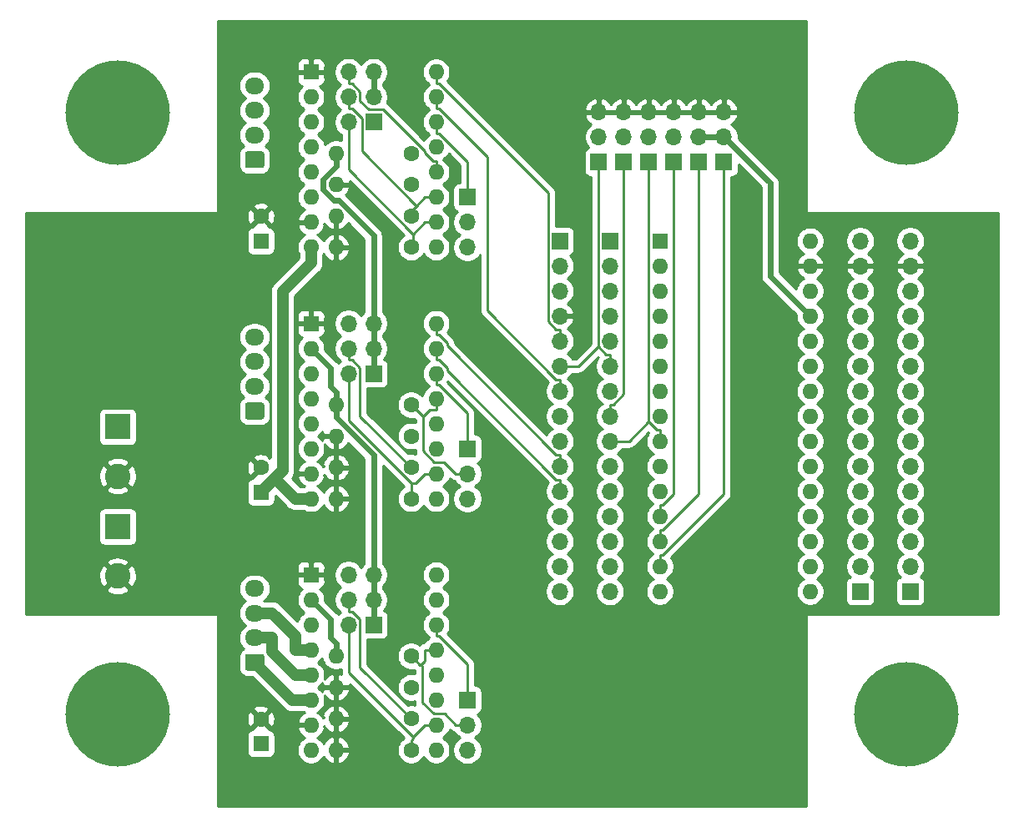
<source format=gbl>
G04 #@! TF.GenerationSoftware,KiCad,Pcbnew,5.1.10*
G04 #@! TF.CreationDate,2021-05-19T15:31:35-05:00*
G04 #@! TF.ProjectId,Multiboard,4d756c74-6962-46f6-9172-642e6b696361,rev?*
G04 #@! TF.SameCoordinates,Original*
G04 #@! TF.FileFunction,Copper,L2,Bot*
G04 #@! TF.FilePolarity,Positive*
%FSLAX46Y46*%
G04 Gerber Fmt 4.6, Leading zero omitted, Abs format (unit mm)*
G04 Created by KiCad (PCBNEW 5.1.10) date 2021-05-19 15:31:35*
%MOMM*%
%LPD*%
G01*
G04 APERTURE LIST*
G04 #@! TA.AperFunction,ComponentPad*
%ADD10R,2.600000X2.600000*%
G04 #@! TD*
G04 #@! TA.AperFunction,ComponentPad*
%ADD11C,2.600000*%
G04 #@! TD*
G04 #@! TA.AperFunction,ComponentPad*
%ADD12R,1.700000X1.700000*%
G04 #@! TD*
G04 #@! TA.AperFunction,ComponentPad*
%ADD13O,1.700000X1.700000*%
G04 #@! TD*
G04 #@! TA.AperFunction,ComponentPad*
%ADD14O,1.600000X1.600000*%
G04 #@! TD*
G04 #@! TA.AperFunction,ComponentPad*
%ADD15C,1.600000*%
G04 #@! TD*
G04 #@! TA.AperFunction,ComponentPad*
%ADD16R,1.600000X1.600000*%
G04 #@! TD*
G04 #@! TA.AperFunction,ComponentPad*
%ADD17O,1.950000X1.700000*%
G04 #@! TD*
G04 #@! TA.AperFunction,ComponentPad*
%ADD18C,0.900000*%
G04 #@! TD*
G04 #@! TA.AperFunction,ComponentPad*
%ADD19C,10.600000*%
G04 #@! TD*
G04 #@! TA.AperFunction,Conductor*
%ADD20C,0.250000*%
G04 #@! TD*
G04 #@! TA.AperFunction,Conductor*
%ADD21C,0.600000*%
G04 #@! TD*
G04 #@! TA.AperFunction,Conductor*
%ADD22C,1.200000*%
G04 #@! TD*
G04 #@! TA.AperFunction,Conductor*
%ADD23C,0.254000*%
G04 #@! TD*
G04 #@! TA.AperFunction,Conductor*
%ADD24C,0.100000*%
G04 #@! TD*
G04 APERTURE END LIST*
D10*
X120240000Y-107580000D03*
D11*
X120240000Y-112580000D03*
D10*
X120240000Y-97445000D03*
D11*
X120240000Y-102445000D03*
D12*
X171580000Y-70580000D03*
D13*
X171580000Y-68040000D03*
X171580000Y-65500000D03*
D12*
X169040000Y-70580000D03*
D13*
X169040000Y-68040000D03*
X169040000Y-65500000D03*
D12*
X176660000Y-70580000D03*
D13*
X176660000Y-68040000D03*
X176660000Y-65500000D03*
D12*
X179200000Y-70580000D03*
D13*
X179200000Y-68040000D03*
X179200000Y-65500000D03*
D12*
X181740000Y-70580000D03*
D13*
X181740000Y-68040000D03*
X181740000Y-65500000D03*
D12*
X174120000Y-70580000D03*
D13*
X174120000Y-68040000D03*
X174120000Y-65500000D03*
D14*
X142380000Y-127055000D03*
D15*
X150000000Y-127055000D03*
D14*
X142380000Y-123880000D03*
D15*
X150000000Y-123880000D03*
X134760000Y-127095000D03*
D16*
X134760000Y-129595000D03*
D17*
X134125000Y-113840000D03*
X134125000Y-116340000D03*
X134125000Y-118840000D03*
G04 #@! TA.AperFunction,ComponentPad*
G36*
G01*
X134850000Y-122190000D02*
X133400000Y-122190000D01*
G75*
G02*
X133150000Y-121940000I0J250000D01*
G01*
X133150000Y-120740000D01*
G75*
G02*
X133400000Y-120490000I250000J0D01*
G01*
X134850000Y-120490000D01*
G75*
G02*
X135100000Y-120740000I0J-250000D01*
G01*
X135100000Y-121940000D01*
G75*
G02*
X134850000Y-122190000I-250000J0D01*
G01*
G37*
G04 #@! TD.AperFunction*
D14*
X152540000Y-112450000D03*
X139840000Y-130230000D03*
X152540000Y-114990000D03*
X139840000Y-127690000D03*
X152540000Y-117530000D03*
X139840000Y-125150000D03*
X152540000Y-120070000D03*
X139840000Y-122610000D03*
X152540000Y-122610000D03*
X139840000Y-120070000D03*
X152540000Y-125150000D03*
X139840000Y-117530000D03*
X152540000Y-127690000D03*
X139840000Y-114990000D03*
X152540000Y-130230000D03*
D16*
X139840000Y-112450000D03*
D13*
X143650000Y-112450000D03*
X146190000Y-112450000D03*
X143650000Y-114990000D03*
X146190000Y-114990000D03*
X143650000Y-117530000D03*
D12*
X146190000Y-117530000D03*
D13*
X155715000Y-130230000D03*
X155715000Y-127690000D03*
D12*
X155715000Y-125150000D03*
D14*
X142380000Y-120705000D03*
D15*
X150000000Y-120705000D03*
D14*
X142380000Y-130230000D03*
D15*
X150000000Y-130230000D03*
X134760000Y-101595000D03*
D16*
X134760000Y-104095000D03*
D14*
X152540000Y-86950000D03*
X139840000Y-104730000D03*
X152540000Y-89490000D03*
X139840000Y-102190000D03*
X152540000Y-92030000D03*
X139840000Y-99650000D03*
X152540000Y-94570000D03*
X139840000Y-97110000D03*
X152540000Y-97110000D03*
X139840000Y-94570000D03*
X152540000Y-99650000D03*
X139840000Y-92030000D03*
X152540000Y-102190000D03*
X139840000Y-89490000D03*
X152540000Y-104730000D03*
D16*
X139840000Y-86950000D03*
D14*
X142380000Y-95205000D03*
D15*
X150000000Y-95205000D03*
D14*
X142380000Y-98380000D03*
D15*
X150000000Y-98380000D03*
D14*
X142380000Y-101555000D03*
D15*
X150000000Y-101555000D03*
D14*
X142380000Y-104730000D03*
D15*
X150000000Y-104730000D03*
D17*
X134125000Y-88340000D03*
X134125000Y-90840000D03*
X134125000Y-93340000D03*
G04 #@! TA.AperFunction,ComponentPad*
G36*
G01*
X134850000Y-96690000D02*
X133400000Y-96690000D01*
G75*
G02*
X133150000Y-96440000I0J250000D01*
G01*
X133150000Y-95240000D01*
G75*
G02*
X133400000Y-94990000I250000J0D01*
G01*
X134850000Y-94990000D01*
G75*
G02*
X135100000Y-95240000I0J-250000D01*
G01*
X135100000Y-96440000D01*
G75*
G02*
X134850000Y-96690000I-250000J0D01*
G01*
G37*
G04 #@! TD.AperFunction*
D13*
X143650000Y-86950000D03*
X146190000Y-86950000D03*
X143650000Y-89490000D03*
X146190000Y-89490000D03*
X143650000Y-92030000D03*
D12*
X146190000Y-92030000D03*
D13*
X155715000Y-104730000D03*
X155715000Y-102190000D03*
D12*
X155715000Y-99650000D03*
D18*
X203050749Y-123769251D03*
X200240000Y-122605000D03*
X197429251Y-123769251D03*
X196265000Y-126580000D03*
X197429251Y-129390749D03*
X200240000Y-130555000D03*
X203050749Y-129390749D03*
X204215000Y-126580000D03*
D19*
X200240000Y-126580000D03*
D18*
X123050749Y-123769251D03*
X120240000Y-122605000D03*
X117429251Y-123769251D03*
X116265000Y-126580000D03*
X117429251Y-129390749D03*
X120240000Y-130555000D03*
X123050749Y-129390749D03*
X124215000Y-126580000D03*
D19*
X120240000Y-126580000D03*
D18*
X203050749Y-62769251D03*
X200240000Y-61605000D03*
X197429251Y-62769251D03*
X196265000Y-65580000D03*
X197429251Y-68390749D03*
X200240000Y-69555000D03*
X203050749Y-68390749D03*
X204215000Y-65580000D03*
D19*
X200240000Y-65580000D03*
D18*
X123050749Y-62769251D03*
X120240000Y-61605000D03*
X117429251Y-62769251D03*
X116265000Y-65580000D03*
X117429251Y-68390749D03*
X120240000Y-69555000D03*
X123050749Y-68390749D03*
X124215000Y-65580000D03*
D19*
X120240000Y-65580000D03*
D16*
X134760000Y-78595000D03*
D15*
X134760000Y-76095000D03*
X150000000Y-69705000D03*
D14*
X142380000Y-69705000D03*
D15*
X150000000Y-72880000D03*
D14*
X142380000Y-72880000D03*
D15*
X150000000Y-76055000D03*
D14*
X142380000Y-76055000D03*
D15*
X150000000Y-79230000D03*
D14*
X142380000Y-79230000D03*
G04 #@! TA.AperFunction,ComponentPad*
G36*
G01*
X134850000Y-71190000D02*
X133400000Y-71190000D01*
G75*
G02*
X133150000Y-70940000I0J250000D01*
G01*
X133150000Y-69740000D01*
G75*
G02*
X133400000Y-69490000I250000J0D01*
G01*
X134850000Y-69490000D01*
G75*
G02*
X135100000Y-69740000I0J-250000D01*
G01*
X135100000Y-70940000D01*
G75*
G02*
X134850000Y-71190000I-250000J0D01*
G01*
G37*
G04 #@! TD.AperFunction*
D17*
X134125000Y-67840000D03*
X134125000Y-65340000D03*
X134125000Y-62840000D03*
D12*
X155715000Y-74150000D03*
D13*
X155715000Y-76690000D03*
X155715000Y-79230000D03*
D12*
X146190000Y-66530000D03*
D13*
X143650000Y-66530000D03*
X146190000Y-63990000D03*
X143650000Y-63990000D03*
X146190000Y-61450000D03*
X143650000Y-61450000D03*
D16*
X139840000Y-61450000D03*
D14*
X152540000Y-79230000D03*
X139840000Y-63990000D03*
X152540000Y-76690000D03*
X139840000Y-66530000D03*
X152540000Y-74150000D03*
X139840000Y-69070000D03*
X152540000Y-71610000D03*
X139840000Y-71610000D03*
X152540000Y-69070000D03*
X139840000Y-74150000D03*
X152540000Y-66530000D03*
X139840000Y-76690000D03*
X152540000Y-63990000D03*
X139840000Y-79230000D03*
X152540000Y-61450000D03*
X190480000Y-114140000D03*
X175240000Y-114140000D03*
X190480000Y-78580000D03*
X175240000Y-111600000D03*
X190480000Y-81120000D03*
X175240000Y-109060000D03*
X190480000Y-83660000D03*
X175240000Y-106520000D03*
X190480000Y-86200000D03*
X175240000Y-103980000D03*
X190480000Y-88740000D03*
X175240000Y-101440000D03*
X190480000Y-91280000D03*
X175240000Y-98900000D03*
X190480000Y-93820000D03*
X175240000Y-96360000D03*
X190480000Y-96360000D03*
X175240000Y-93820000D03*
X190480000Y-98900000D03*
X175240000Y-91280000D03*
X190480000Y-101440000D03*
X175240000Y-88740000D03*
X190480000Y-103980000D03*
X175240000Y-86200000D03*
X190480000Y-106520000D03*
X175240000Y-83660000D03*
X190480000Y-109060000D03*
X175240000Y-81120000D03*
X190480000Y-111600000D03*
D16*
X175240000Y-78580000D03*
D13*
X200640000Y-78580000D03*
X200640000Y-81120000D03*
X200640000Y-83660000D03*
X200640000Y-86200000D03*
X200640000Y-88740000D03*
X200640000Y-91280000D03*
X200640000Y-93820000D03*
X200640000Y-96360000D03*
X200640000Y-98900000D03*
X200640000Y-101440000D03*
X200640000Y-103980000D03*
X200640000Y-106520000D03*
X200640000Y-109060000D03*
X200640000Y-111600000D03*
D12*
X200640000Y-114140000D03*
D13*
X165080000Y-114140000D03*
X165080000Y-111600000D03*
X165080000Y-109060000D03*
X165080000Y-106520000D03*
X165080000Y-103980000D03*
X165080000Y-101440000D03*
X165080000Y-98900000D03*
X165080000Y-96360000D03*
X165080000Y-93820000D03*
X165080000Y-91280000D03*
X165080000Y-88740000D03*
X165080000Y-86200000D03*
X165080000Y-83660000D03*
X165080000Y-81120000D03*
D12*
X165080000Y-78580000D03*
D13*
X195560000Y-78580000D03*
X195560000Y-81120000D03*
X195560000Y-83660000D03*
X195560000Y-86200000D03*
X195560000Y-88740000D03*
X195560000Y-91280000D03*
X195560000Y-93820000D03*
X195560000Y-96360000D03*
X195560000Y-98900000D03*
X195560000Y-101440000D03*
X195560000Y-103980000D03*
X195560000Y-106520000D03*
X195560000Y-109060000D03*
X195560000Y-111600000D03*
D12*
X195560000Y-114140000D03*
D13*
X170160000Y-114140000D03*
X170160000Y-111600000D03*
X170160000Y-109060000D03*
X170160000Y-106520000D03*
X170160000Y-103980000D03*
X170160000Y-101440000D03*
X170160000Y-98900000D03*
X170160000Y-96360000D03*
X170160000Y-93820000D03*
X170160000Y-91280000D03*
X170160000Y-88740000D03*
X170160000Y-86200000D03*
X170160000Y-83660000D03*
X170160000Y-81120000D03*
D12*
X170160000Y-78580000D03*
D20*
X175240000Y-111600000D02*
X175240000Y-110474700D01*
X175240000Y-110474700D02*
X175521300Y-110474700D01*
X175521300Y-110474700D02*
X181740000Y-104256000D01*
X181740000Y-104256000D02*
X181740000Y-70580000D01*
X175240000Y-109060000D02*
X175240000Y-107934700D01*
X175240000Y-107934700D02*
X175521300Y-107934700D01*
X175521300Y-107934700D02*
X179200000Y-104256000D01*
X179200000Y-104256000D02*
X179200000Y-70580000D01*
X175240000Y-106520000D02*
X175240000Y-105394700D01*
X175240000Y-105394700D02*
X175521300Y-105394700D01*
X175521300Y-105394700D02*
X176660000Y-104256000D01*
X176660000Y-104256000D02*
X176660000Y-70580000D01*
X174114600Y-96930600D02*
X174114600Y-71760700D01*
X174114600Y-71760700D02*
X174120000Y-71755300D01*
X175240000Y-97774700D02*
X174958700Y-97774700D01*
X174958700Y-97774700D02*
X174114600Y-96930600D01*
X170160000Y-98900000D02*
X172145200Y-98900000D01*
X172145200Y-98900000D02*
X174114600Y-96930600D01*
X174120000Y-70580000D02*
X174120000Y-71755300D01*
X175240000Y-98900000D02*
X175240000Y-97774700D01*
X170160000Y-96360000D02*
X170160000Y-95184700D01*
X170160000Y-95184700D02*
X170527300Y-95184700D01*
X170527300Y-95184700D02*
X171580000Y-94132000D01*
X171580000Y-94132000D02*
X171580000Y-70580000D01*
X168984600Y-89296600D02*
X168984600Y-71810700D01*
X168984600Y-71810700D02*
X169040000Y-71755300D01*
X170160000Y-90104700D02*
X169792700Y-90104700D01*
X169792700Y-90104700D02*
X168984600Y-89296600D01*
X168984600Y-89296600D02*
X167001200Y-91280000D01*
X167001200Y-91280000D02*
X165080000Y-91280000D01*
X169040000Y-70580000D02*
X169040000Y-71755300D01*
X170160000Y-91280000D02*
X170160000Y-90104700D01*
D21*
X142380000Y-95205000D02*
X142380000Y-96505300D01*
X146190000Y-112450000D02*
X146190000Y-100315300D01*
X146190000Y-100315300D02*
X142380000Y-96505300D01*
X146190000Y-114990000D02*
X146190000Y-112450000D01*
X181740000Y-68040000D02*
X180550300Y-68040000D01*
X190480000Y-86200000D02*
X186415000Y-82135000D01*
X186415000Y-82135000D02*
X186415000Y-72715000D01*
X186415000Y-72715000D02*
X181740000Y-68040000D01*
X179200000Y-68040000D02*
X180550300Y-68040000D01*
X142380000Y-119404700D02*
X141826300Y-118851000D01*
X141826300Y-118851000D02*
X141826300Y-116976300D01*
X141826300Y-116976300D02*
X139840000Y-114990000D01*
X142380000Y-120705000D02*
X142380000Y-119404700D01*
X142380000Y-95205000D02*
X142380000Y-93904700D01*
X139840000Y-89490000D02*
X141826100Y-91476100D01*
X141826100Y-91476100D02*
X141826100Y-93350800D01*
X141826100Y-93350800D02*
X142380000Y-93904700D01*
X146190000Y-117530000D02*
X146190000Y-114990000D01*
X146190000Y-89490000D02*
X146190000Y-86950000D01*
X146190000Y-92030000D02*
X146190000Y-89490000D01*
X142380000Y-69705000D02*
X142380000Y-71005300D01*
X142380000Y-71005300D02*
X141025500Y-72359800D01*
X141025500Y-72359800D02*
X141025500Y-73364500D01*
X141025500Y-73364500D02*
X142128500Y-74467500D01*
X142128500Y-74467500D02*
X142637800Y-74467500D01*
X142637800Y-74467500D02*
X146190000Y-78019700D01*
X146190000Y-78019700D02*
X146190000Y-86950000D01*
X146190000Y-61450000D02*
X146190000Y-63990000D01*
D20*
X152540000Y-66530000D02*
X152540000Y-67655300D01*
X152540000Y-67655300D02*
X152821300Y-67655300D01*
X152821300Y-67655300D02*
X155715000Y-70549000D01*
X155715000Y-70549000D02*
X155715000Y-74150000D01*
X143650000Y-61450000D02*
X143650000Y-62625300D01*
X152540000Y-71610000D02*
X152540000Y-70484700D01*
X152540000Y-70484700D02*
X152273300Y-70484700D01*
X152273300Y-70484700D02*
X151414700Y-69626100D01*
X151414700Y-69626100D02*
X151414700Y-69503300D01*
X151414700Y-69503300D02*
X147171400Y-65260000D01*
X147171400Y-65260000D02*
X145711700Y-65260000D01*
X145711700Y-65260000D02*
X144825300Y-64373600D01*
X144825300Y-64373600D02*
X144825300Y-63433200D01*
X144825300Y-63433200D02*
X144017400Y-62625300D01*
X144017400Y-62625300D02*
X143650000Y-62625300D01*
X150543500Y-75021200D02*
X150000000Y-75564700D01*
X150000000Y-75564700D02*
X150000000Y-76055000D01*
X151414700Y-74150000D02*
X150543500Y-75021200D01*
X143650000Y-65165300D02*
X144017300Y-65165300D01*
X144017300Y-65165300D02*
X145014600Y-66162600D01*
X145014600Y-66162600D02*
X145014600Y-69492300D01*
X145014600Y-69492300D02*
X150543500Y-75021200D01*
X143650000Y-63990000D02*
X143650000Y-65165300D01*
X152540000Y-74150000D02*
X151414700Y-74150000D01*
X150206400Y-77898300D02*
X143650000Y-71342000D01*
X143650000Y-71342000D02*
X143650000Y-66530000D01*
X150000000Y-79230000D02*
X150206400Y-79023600D01*
X150206400Y-79023600D02*
X150206400Y-77898400D01*
X150206400Y-77898400D02*
X150206400Y-77898300D01*
X151414700Y-76690000D02*
X150206400Y-77898300D01*
X152540000Y-76690000D02*
X151414700Y-76690000D01*
X152540000Y-92030000D02*
X152540000Y-93155300D01*
X152540000Y-93155300D02*
X152821300Y-93155300D01*
X152821300Y-93155300D02*
X155715000Y-96049000D01*
X155715000Y-96049000D02*
X155715000Y-99650000D01*
X151189600Y-96394600D02*
X150000000Y-95205000D01*
X154539700Y-102190000D02*
X153364400Y-101014700D01*
X153364400Y-101014700D02*
X152303900Y-101014700D01*
X152303900Y-101014700D02*
X151189600Y-99900400D01*
X151189600Y-99900400D02*
X151189600Y-96394600D01*
X152540000Y-95695300D02*
X151888900Y-95695300D01*
X151888900Y-95695300D02*
X151189600Y-96394600D01*
X152540000Y-94570000D02*
X152540000Y-95695300D01*
X155715000Y-102190000D02*
X154539700Y-102190000D01*
X143650000Y-89490000D02*
X143650000Y-90665300D01*
X143650000Y-90665300D02*
X144017400Y-90665300D01*
X144017400Y-90665300D02*
X144825300Y-91473200D01*
X144825300Y-91473200D02*
X144825300Y-96380300D01*
X144825300Y-96380300D02*
X150000000Y-101555000D01*
X150000000Y-103146500D02*
X150000000Y-104730000D01*
X143650000Y-92030000D02*
X143650000Y-96796500D01*
X143650000Y-96796500D02*
X150000000Y-103146500D01*
X151414700Y-102190000D02*
X150458200Y-103146500D01*
X150458200Y-103146500D02*
X150000000Y-103146500D01*
X152540000Y-102190000D02*
X151414700Y-102190000D01*
D22*
X136182400Y-102672600D02*
X134760000Y-104095000D01*
X139840000Y-80830300D02*
X136982500Y-83687800D01*
X136982500Y-83687800D02*
X136982500Y-101872500D01*
X136982500Y-101872500D02*
X136182400Y-102672600D01*
X136182400Y-102672600D02*
X138239700Y-104730000D01*
X139840000Y-104730000D02*
X138239700Y-104730000D01*
X139840000Y-79230000D02*
X139840000Y-80830300D01*
D20*
X152540000Y-61450000D02*
X152540000Y-62575300D01*
X165080000Y-88740000D02*
X165080000Y-87564700D01*
X165080000Y-87564700D02*
X164712600Y-87564700D01*
X164712600Y-87564700D02*
X163904700Y-86756800D01*
X163904700Y-86756800D02*
X163904700Y-73658700D01*
X163904700Y-73658700D02*
X152821300Y-62575300D01*
X152821300Y-62575300D02*
X152540000Y-62575300D01*
X152540000Y-63990000D02*
X152540000Y-65115300D01*
X165080000Y-93820000D02*
X165080000Y-92644700D01*
X165080000Y-92644700D02*
X164712700Y-92644700D01*
X164712700Y-92644700D02*
X157742900Y-85674900D01*
X157742900Y-85674900D02*
X157742900Y-70036900D01*
X157742900Y-70036900D02*
X152821300Y-65115300D01*
X152821300Y-65115300D02*
X152540000Y-65115300D01*
X152540000Y-86950000D02*
X152540000Y-88075300D01*
X165080000Y-101440000D02*
X165080000Y-100264700D01*
X165080000Y-100264700D02*
X164712600Y-100264700D01*
X164712600Y-100264700D02*
X153665300Y-89217400D01*
X153665300Y-89217400D02*
X153665300Y-88919200D01*
X153665300Y-88919200D02*
X152821400Y-88075300D01*
X152821400Y-88075300D02*
X152540000Y-88075300D01*
X152540000Y-89490000D02*
X152540000Y-90615300D01*
X165080000Y-103980000D02*
X165080000Y-102804700D01*
X165080000Y-102804700D02*
X164712600Y-102804700D01*
X164712600Y-102804700D02*
X153665300Y-91757400D01*
X153665300Y-91757400D02*
X153665300Y-91459200D01*
X153665300Y-91459200D02*
X152821400Y-90615300D01*
X152821400Y-90615300D02*
X152540000Y-90615300D01*
X152540000Y-117530000D02*
X152540000Y-118655300D01*
X155715000Y-125150000D02*
X155715000Y-121549000D01*
X155715000Y-121549000D02*
X152821300Y-118655300D01*
X152821300Y-118655300D02*
X152540000Y-118655300D01*
D22*
X139840000Y-125150000D02*
X137935000Y-125150000D01*
X137935000Y-125150000D02*
X134125000Y-121340000D01*
D20*
X152540000Y-120070000D02*
X151414700Y-120070000D01*
X151004900Y-121605100D02*
X150900100Y-121605100D01*
X150900100Y-121605100D02*
X150000000Y-120705000D01*
X151414700Y-120070000D02*
X151414700Y-121195300D01*
X151414700Y-121195300D02*
X151004900Y-121605100D01*
X154539700Y-127690000D02*
X153414300Y-126564600D01*
X153414300Y-126564600D02*
X152299900Y-126564600D01*
X152299900Y-126564600D02*
X151128400Y-125393100D01*
X151128400Y-125393100D02*
X151128400Y-121728600D01*
X151128400Y-121728600D02*
X151004900Y-121605100D01*
X155715000Y-127690000D02*
X154539700Y-127690000D01*
D22*
X134125000Y-118840000D02*
X135900300Y-118840000D01*
X139840000Y-122610000D02*
X138239700Y-122610000D01*
X138239700Y-122610000D02*
X135900300Y-120270600D01*
X135900300Y-120270600D02*
X135900300Y-118840000D01*
X134125000Y-116340000D02*
X135900300Y-116340000D01*
X139840000Y-120070000D02*
X138239700Y-120070000D01*
X138239700Y-120070000D02*
X138239700Y-118679400D01*
X138239700Y-118679400D02*
X135900300Y-116340000D01*
D20*
X143650000Y-114990000D02*
X143650000Y-116165300D01*
X143650000Y-116165300D02*
X144017400Y-116165300D01*
X144017400Y-116165300D02*
X144825300Y-116973200D01*
X144825300Y-116973200D02*
X144825300Y-121880300D01*
X144825300Y-121880300D02*
X150000000Y-127055000D01*
X150205300Y-128899400D02*
X150205300Y-128899500D01*
X150205300Y-128899500D02*
X150205300Y-129073700D01*
X150205300Y-129073700D02*
X150000000Y-129279000D01*
X150000000Y-129279000D02*
X150000000Y-130230000D01*
X143650000Y-117530000D02*
X143650000Y-122344200D01*
X143650000Y-122344200D02*
X150205300Y-128899400D01*
X150205300Y-128899400D02*
X151414700Y-127690000D01*
X152540000Y-127690000D02*
X151414700Y-127690000D01*
D23*
X190113000Y-75580000D02*
X190115440Y-75604776D01*
X190122667Y-75628601D01*
X190134403Y-75650557D01*
X190150197Y-75669803D01*
X190169443Y-75685597D01*
X190191399Y-75697333D01*
X190215224Y-75704560D01*
X190240000Y-75707000D01*
X209580001Y-75707000D01*
X209580000Y-116453000D01*
X190240000Y-116453000D01*
X190215224Y-116455440D01*
X190191399Y-116462667D01*
X190169443Y-116474403D01*
X190150197Y-116490197D01*
X190134403Y-116509443D01*
X190122667Y-116531399D01*
X190115440Y-116555224D01*
X190113000Y-116580000D01*
X190113000Y-135920000D01*
X130367000Y-135920000D01*
X130367000Y-128795000D01*
X133321928Y-128795000D01*
X133321928Y-130395000D01*
X133334188Y-130519482D01*
X133370498Y-130639180D01*
X133429463Y-130749494D01*
X133508815Y-130846185D01*
X133605506Y-130925537D01*
X133715820Y-130984502D01*
X133835518Y-131020812D01*
X133960000Y-131033072D01*
X135560000Y-131033072D01*
X135684482Y-131020812D01*
X135804180Y-130984502D01*
X135914494Y-130925537D01*
X136011185Y-130846185D01*
X136090537Y-130749494D01*
X136149502Y-130639180D01*
X136185812Y-130519482D01*
X136198072Y-130395000D01*
X136198072Y-128795000D01*
X136185812Y-128670518D01*
X136149502Y-128550820D01*
X136090537Y-128440506D01*
X136011185Y-128343815D01*
X135914494Y-128264463D01*
X135804180Y-128205498D01*
X135684482Y-128169188D01*
X135560000Y-128156928D01*
X135552785Y-128156928D01*
X135573097Y-128087702D01*
X134760000Y-127274605D01*
X133946903Y-128087702D01*
X133967215Y-128156928D01*
X133960000Y-128156928D01*
X133835518Y-128169188D01*
X133715820Y-128205498D01*
X133605506Y-128264463D01*
X133508815Y-128343815D01*
X133429463Y-128440506D01*
X133370498Y-128550820D01*
X133334188Y-128670518D01*
X133321928Y-128795000D01*
X130367000Y-128795000D01*
X130367000Y-127165512D01*
X133319783Y-127165512D01*
X133361213Y-127445130D01*
X133456397Y-127711292D01*
X133523329Y-127836514D01*
X133767298Y-127908097D01*
X134580395Y-127095000D01*
X134939605Y-127095000D01*
X135752702Y-127908097D01*
X135996671Y-127836514D01*
X136117571Y-127581004D01*
X136186300Y-127306816D01*
X136200217Y-127024488D01*
X136158787Y-126744870D01*
X136063603Y-126478708D01*
X135996671Y-126353486D01*
X135752702Y-126281903D01*
X134939605Y-127095000D01*
X134580395Y-127095000D01*
X133767298Y-126281903D01*
X133523329Y-126353486D01*
X133402429Y-126608996D01*
X133333700Y-126883184D01*
X133319783Y-127165512D01*
X130367000Y-127165512D01*
X130367000Y-126102298D01*
X133946903Y-126102298D01*
X134760000Y-126915395D01*
X135573097Y-126102298D01*
X135501514Y-125858329D01*
X135246004Y-125737429D01*
X134971816Y-125668700D01*
X134689488Y-125654783D01*
X134409870Y-125696213D01*
X134143708Y-125791397D01*
X134018486Y-125858329D01*
X133946903Y-126102298D01*
X130367000Y-126102298D01*
X130367000Y-116580000D01*
X130364560Y-116555224D01*
X130357333Y-116531399D01*
X130345597Y-116509443D01*
X130329803Y-116490197D01*
X130310557Y-116474403D01*
X130288601Y-116462667D01*
X130264776Y-116455440D01*
X130240000Y-116453000D01*
X110900000Y-116453000D01*
X110900000Y-113929224D01*
X119070381Y-113929224D01*
X119202317Y-114224312D01*
X119543045Y-114395159D01*
X119910557Y-114496250D01*
X120290729Y-114523701D01*
X120668951Y-114476457D01*
X121030690Y-114356333D01*
X121277683Y-114224312D01*
X121409619Y-113929224D01*
X121320395Y-113840000D01*
X132507815Y-113840000D01*
X132536487Y-114131111D01*
X132621401Y-114411034D01*
X132759294Y-114669014D01*
X132944866Y-114895134D01*
X133170986Y-115080706D01*
X133188374Y-115090000D01*
X133170986Y-115099294D01*
X132944866Y-115284866D01*
X132759294Y-115510986D01*
X132621401Y-115768966D01*
X132536487Y-116048889D01*
X132507815Y-116340000D01*
X132536487Y-116631111D01*
X132621401Y-116911034D01*
X132759294Y-117169014D01*
X132944866Y-117395134D01*
X133170986Y-117580706D01*
X133188374Y-117590000D01*
X133170986Y-117599294D01*
X132944866Y-117784866D01*
X132759294Y-118010986D01*
X132621401Y-118268966D01*
X132536487Y-118548889D01*
X132507815Y-118840000D01*
X132536487Y-119131111D01*
X132621401Y-119411034D01*
X132759294Y-119669014D01*
X132944866Y-119895134D01*
X133008337Y-119947223D01*
X132906614Y-120001595D01*
X132772038Y-120112038D01*
X132661595Y-120246614D01*
X132579528Y-120400150D01*
X132528992Y-120566746D01*
X132511928Y-120740000D01*
X132511928Y-121940000D01*
X132528992Y-122113254D01*
X132579528Y-122279850D01*
X132661595Y-122433386D01*
X132772038Y-122567962D01*
X132906614Y-122678405D01*
X133060150Y-122760472D01*
X133226746Y-122811008D01*
X133400000Y-122828072D01*
X133866519Y-122828072D01*
X137018826Y-125980380D01*
X137057498Y-126027502D01*
X137245551Y-126181833D01*
X137460099Y-126296511D01*
X137647920Y-126353486D01*
X137692898Y-126367130D01*
X137935000Y-126390975D01*
X137995665Y-126385000D01*
X139105377Y-126385000D01*
X139160273Y-126421680D01*
X139170865Y-126426067D01*
X138984869Y-126537615D01*
X138776481Y-126726586D01*
X138608963Y-126952580D01*
X138488754Y-127206913D01*
X138448096Y-127340961D01*
X138570085Y-127563000D01*
X139713000Y-127563000D01*
X139713000Y-127543000D01*
X139967000Y-127543000D01*
X139967000Y-127563000D01*
X139987000Y-127563000D01*
X139987000Y-127817000D01*
X139967000Y-127817000D01*
X139967000Y-127837000D01*
X139713000Y-127837000D01*
X139713000Y-127817000D01*
X138570085Y-127817000D01*
X138448096Y-128039039D01*
X138488754Y-128173087D01*
X138608963Y-128427420D01*
X138776481Y-128653414D01*
X138984869Y-128842385D01*
X139170865Y-128953933D01*
X139160273Y-128958320D01*
X138925241Y-129115363D01*
X138725363Y-129315241D01*
X138568320Y-129550273D01*
X138460147Y-129811426D01*
X138405000Y-130088665D01*
X138405000Y-130371335D01*
X138460147Y-130648574D01*
X138568320Y-130909727D01*
X138725363Y-131144759D01*
X138925241Y-131344637D01*
X139160273Y-131501680D01*
X139421426Y-131609853D01*
X139698665Y-131665000D01*
X139981335Y-131665000D01*
X140258574Y-131609853D01*
X140519727Y-131501680D01*
X140754759Y-131344637D01*
X140954637Y-131144759D01*
X141111680Y-130909727D01*
X141116357Y-130898435D01*
X141148963Y-130967420D01*
X141316481Y-131193414D01*
X141524869Y-131382385D01*
X141766119Y-131527070D01*
X142030960Y-131621909D01*
X142253000Y-131500624D01*
X142253000Y-130357000D01*
X142507000Y-130357000D01*
X142507000Y-131500624D01*
X142729040Y-131621909D01*
X142993881Y-131527070D01*
X143235131Y-131382385D01*
X143443519Y-131193414D01*
X143611037Y-130967420D01*
X143731246Y-130713087D01*
X143771904Y-130579039D01*
X143649915Y-130357000D01*
X142507000Y-130357000D01*
X142253000Y-130357000D01*
X142233000Y-130357000D01*
X142233000Y-130103000D01*
X142253000Y-130103000D01*
X142253000Y-128959376D01*
X142507000Y-128959376D01*
X142507000Y-130103000D01*
X143649915Y-130103000D01*
X143771904Y-129880961D01*
X143731246Y-129746913D01*
X143611037Y-129492580D01*
X143443519Y-129266586D01*
X143235131Y-129077615D01*
X142993881Y-128932930D01*
X142729040Y-128838091D01*
X142507000Y-128959376D01*
X142253000Y-128959376D01*
X142030960Y-128838091D01*
X141766119Y-128932930D01*
X141524869Y-129077615D01*
X141316481Y-129266586D01*
X141148963Y-129492580D01*
X141116357Y-129561565D01*
X141111680Y-129550273D01*
X140954637Y-129315241D01*
X140754759Y-129115363D01*
X140519727Y-128958320D01*
X140509135Y-128953933D01*
X140695131Y-128842385D01*
X140903519Y-128653414D01*
X141071037Y-128427420D01*
X141191246Y-128173087D01*
X141231904Y-128039039D01*
X141109916Y-127817002D01*
X141167184Y-127817002D01*
X141316481Y-128018414D01*
X141524869Y-128207385D01*
X141766119Y-128352070D01*
X142030960Y-128446909D01*
X142253000Y-128325624D01*
X142253000Y-127182000D01*
X142507000Y-127182000D01*
X142507000Y-128325624D01*
X142729040Y-128446909D01*
X142993881Y-128352070D01*
X143235131Y-128207385D01*
X143443519Y-128018414D01*
X143611037Y-127792420D01*
X143731246Y-127538087D01*
X143771904Y-127404039D01*
X143649915Y-127182000D01*
X142507000Y-127182000D01*
X142253000Y-127182000D01*
X142233000Y-127182000D01*
X142233000Y-126928000D01*
X142253000Y-126928000D01*
X142253000Y-125784376D01*
X142507000Y-125784376D01*
X142507000Y-126928000D01*
X143649915Y-126928000D01*
X143771904Y-126705961D01*
X143731246Y-126571913D01*
X143611037Y-126317580D01*
X143443519Y-126091586D01*
X143235131Y-125902615D01*
X142993881Y-125757930D01*
X142729040Y-125663091D01*
X142507000Y-125784376D01*
X142253000Y-125784376D01*
X142030960Y-125663091D01*
X141766119Y-125757930D01*
X141524869Y-125902615D01*
X141316481Y-126091586D01*
X141148963Y-126317580D01*
X141028754Y-126571913D01*
X140988096Y-126705961D01*
X141110084Y-126927998D01*
X141052816Y-126927998D01*
X140903519Y-126726586D01*
X140695131Y-126537615D01*
X140509135Y-126426067D01*
X140519727Y-126421680D01*
X140754759Y-126264637D01*
X140954637Y-126064759D01*
X141111680Y-125829727D01*
X141219853Y-125568574D01*
X141275000Y-125291335D01*
X141275000Y-125008665D01*
X141219853Y-124731426D01*
X141202606Y-124689789D01*
X141316481Y-124843414D01*
X141524869Y-125032385D01*
X141766119Y-125177070D01*
X142030960Y-125271909D01*
X142253000Y-125150624D01*
X142253000Y-124007000D01*
X142507000Y-124007000D01*
X142507000Y-125150624D01*
X142729040Y-125271909D01*
X142993881Y-125177070D01*
X143235131Y-125032385D01*
X143443519Y-124843414D01*
X143611037Y-124617420D01*
X143731246Y-124363087D01*
X143771904Y-124229039D01*
X143649915Y-124007000D01*
X142507000Y-124007000D01*
X142253000Y-124007000D01*
X141110085Y-124007000D01*
X140988096Y-124229039D01*
X141019355Y-124332098D01*
X140954637Y-124235241D01*
X140754759Y-124035363D01*
X140522241Y-123880000D01*
X140754759Y-123724637D01*
X140954637Y-123524759D01*
X141019355Y-123427902D01*
X140988096Y-123530961D01*
X141110085Y-123753000D01*
X142253000Y-123753000D01*
X142253000Y-122609376D01*
X142030960Y-122488091D01*
X141766119Y-122582930D01*
X141524869Y-122727615D01*
X141316481Y-122916586D01*
X141202606Y-123070211D01*
X141219853Y-123028574D01*
X141275000Y-122751335D01*
X141275000Y-122468665D01*
X141219853Y-122191426D01*
X141111680Y-121930273D01*
X140954637Y-121695241D01*
X140754759Y-121495363D01*
X140522241Y-121340000D01*
X140754759Y-121184637D01*
X140954637Y-120984759D01*
X140968429Y-120964118D01*
X141000147Y-121123574D01*
X141108320Y-121384727D01*
X141265363Y-121619759D01*
X141465241Y-121819637D01*
X141700273Y-121976680D01*
X141961426Y-122084853D01*
X142238665Y-122140000D01*
X142521335Y-122140000D01*
X142798574Y-122084853D01*
X142890001Y-122046983D01*
X142890001Y-122306870D01*
X142886324Y-122344205D01*
X142890001Y-122381533D01*
X142900998Y-122493186D01*
X142900999Y-122493188D01*
X142900999Y-122493191D01*
X142907698Y-122515274D01*
X142920220Y-122556552D01*
X142729040Y-122488091D01*
X142507000Y-122609376D01*
X142507000Y-123753000D01*
X143649915Y-123753000D01*
X143768381Y-123537373D01*
X149241827Y-129010736D01*
X149085241Y-129115363D01*
X148885363Y-129315241D01*
X148728320Y-129550273D01*
X148620147Y-129811426D01*
X148565000Y-130088665D01*
X148565000Y-130371335D01*
X148620147Y-130648574D01*
X148728320Y-130909727D01*
X148885363Y-131144759D01*
X149085241Y-131344637D01*
X149320273Y-131501680D01*
X149581426Y-131609853D01*
X149858665Y-131665000D01*
X150141335Y-131665000D01*
X150418574Y-131609853D01*
X150679727Y-131501680D01*
X150914759Y-131344637D01*
X151114637Y-131144759D01*
X151270000Y-130912241D01*
X151425363Y-131144759D01*
X151625241Y-131344637D01*
X151860273Y-131501680D01*
X152121426Y-131609853D01*
X152398665Y-131665000D01*
X152681335Y-131665000D01*
X152958574Y-131609853D01*
X153219727Y-131501680D01*
X153454759Y-131344637D01*
X153654637Y-131144759D01*
X153811680Y-130909727D01*
X153919853Y-130648574D01*
X153975000Y-130371335D01*
X153975000Y-130088665D01*
X153919853Y-129811426D01*
X153811680Y-129550273D01*
X153654637Y-129315241D01*
X153454759Y-129115363D01*
X153222241Y-128960000D01*
X153454759Y-128804637D01*
X153654637Y-128604759D01*
X153811680Y-128369727D01*
X153909197Y-128134299D01*
X153975901Y-128201003D01*
X153999699Y-128230001D01*
X154028697Y-128253799D01*
X154115423Y-128324974D01*
X154234069Y-128388392D01*
X154247453Y-128395546D01*
X154390714Y-128439003D01*
X154432204Y-128443089D01*
X154561525Y-128636632D01*
X154768368Y-128843475D01*
X154942760Y-128960000D01*
X154768368Y-129076525D01*
X154561525Y-129283368D01*
X154399010Y-129526589D01*
X154287068Y-129796842D01*
X154230000Y-130083740D01*
X154230000Y-130376260D01*
X154287068Y-130663158D01*
X154399010Y-130933411D01*
X154561525Y-131176632D01*
X154768368Y-131383475D01*
X155011589Y-131545990D01*
X155281842Y-131657932D01*
X155568740Y-131715000D01*
X155861260Y-131715000D01*
X156148158Y-131657932D01*
X156418411Y-131545990D01*
X156661632Y-131383475D01*
X156868475Y-131176632D01*
X157030990Y-130933411D01*
X157142932Y-130663158D01*
X157200000Y-130376260D01*
X157200000Y-130083740D01*
X157142932Y-129796842D01*
X157030990Y-129526589D01*
X156868475Y-129283368D01*
X156661632Y-129076525D01*
X156487240Y-128960000D01*
X156661632Y-128843475D01*
X156868475Y-128636632D01*
X157030990Y-128393411D01*
X157142932Y-128123158D01*
X157200000Y-127836260D01*
X157200000Y-127543740D01*
X157142932Y-127256842D01*
X157030990Y-126986589D01*
X156868475Y-126743368D01*
X156736620Y-126611513D01*
X156809180Y-126589502D01*
X156919494Y-126530537D01*
X157016185Y-126451185D01*
X157095537Y-126354494D01*
X157154502Y-126244180D01*
X157190812Y-126124482D01*
X157203072Y-126000000D01*
X157203072Y-124300000D01*
X157190812Y-124175518D01*
X157154502Y-124055820D01*
X157095537Y-123945506D01*
X157016185Y-123848815D01*
X156919494Y-123769463D01*
X156809180Y-123710498D01*
X156689482Y-123674188D01*
X156565000Y-123661928D01*
X156475000Y-123661928D01*
X156475000Y-121586325D01*
X156478676Y-121549000D01*
X156475000Y-121511675D01*
X156475000Y-121511667D01*
X156464003Y-121400014D01*
X156420546Y-121256753D01*
X156349974Y-121124724D01*
X156255001Y-121008999D01*
X156226003Y-120985201D01*
X153667023Y-118426222D01*
X153811680Y-118209727D01*
X153919853Y-117948574D01*
X153975000Y-117671335D01*
X153975000Y-117388665D01*
X153919853Y-117111426D01*
X153811680Y-116850273D01*
X153654637Y-116615241D01*
X153454759Y-116415363D01*
X153222241Y-116260000D01*
X153454759Y-116104637D01*
X153654637Y-115904759D01*
X153811680Y-115669727D01*
X153919853Y-115408574D01*
X153975000Y-115131335D01*
X153975000Y-114848665D01*
X153919853Y-114571426D01*
X153811680Y-114310273D01*
X153654637Y-114075241D01*
X153454759Y-113875363D01*
X153222241Y-113720000D01*
X153454759Y-113564637D01*
X153654637Y-113364759D01*
X153811680Y-113129727D01*
X153919853Y-112868574D01*
X153975000Y-112591335D01*
X153975000Y-112308665D01*
X153919853Y-112031426D01*
X153811680Y-111770273D01*
X153654637Y-111535241D01*
X153454759Y-111335363D01*
X153219727Y-111178320D01*
X152958574Y-111070147D01*
X152681335Y-111015000D01*
X152398665Y-111015000D01*
X152121426Y-111070147D01*
X151860273Y-111178320D01*
X151625241Y-111335363D01*
X151425363Y-111535241D01*
X151268320Y-111770273D01*
X151160147Y-112031426D01*
X151105000Y-112308665D01*
X151105000Y-112591335D01*
X151160147Y-112868574D01*
X151268320Y-113129727D01*
X151425363Y-113364759D01*
X151625241Y-113564637D01*
X151857759Y-113720000D01*
X151625241Y-113875363D01*
X151425363Y-114075241D01*
X151268320Y-114310273D01*
X151160147Y-114571426D01*
X151105000Y-114848665D01*
X151105000Y-115131335D01*
X151160147Y-115408574D01*
X151268320Y-115669727D01*
X151425363Y-115904759D01*
X151625241Y-116104637D01*
X151857759Y-116260000D01*
X151625241Y-116415363D01*
X151425363Y-116615241D01*
X151268320Y-116850273D01*
X151160147Y-117111426D01*
X151105000Y-117388665D01*
X151105000Y-117671335D01*
X151160147Y-117948574D01*
X151268320Y-118209727D01*
X151425363Y-118444759D01*
X151625241Y-118644637D01*
X151785842Y-118751947D01*
X151790997Y-118804286D01*
X151801167Y-118837813D01*
X151625241Y-118955363D01*
X151425363Y-119155241D01*
X151318053Y-119315842D01*
X151265714Y-119320997D01*
X151122453Y-119364454D01*
X150990424Y-119435026D01*
X150874699Y-119529999D01*
X150856892Y-119551697D01*
X150679727Y-119433320D01*
X150418574Y-119325147D01*
X150141335Y-119270000D01*
X149858665Y-119270000D01*
X149581426Y-119325147D01*
X149320273Y-119433320D01*
X149085241Y-119590363D01*
X148885363Y-119790241D01*
X148728320Y-120025273D01*
X148620147Y-120286426D01*
X148565000Y-120563665D01*
X148565000Y-120846335D01*
X148620147Y-121123574D01*
X148728320Y-121384727D01*
X148885363Y-121619759D01*
X149085241Y-121819637D01*
X149320273Y-121976680D01*
X149581426Y-122084853D01*
X149858665Y-122140000D01*
X150141335Y-122140000D01*
X150323886Y-122103688D01*
X150336300Y-122116102D01*
X150360099Y-122145101D01*
X150368401Y-122151914D01*
X150368401Y-122490167D01*
X150141335Y-122445000D01*
X149858665Y-122445000D01*
X149581426Y-122500147D01*
X149320273Y-122608320D01*
X149085241Y-122765363D01*
X148885363Y-122965241D01*
X148728320Y-123200273D01*
X148620147Y-123461426D01*
X148565000Y-123738665D01*
X148565000Y-124021335D01*
X148620147Y-124298574D01*
X148728320Y-124559727D01*
X148885363Y-124794759D01*
X149085241Y-124994637D01*
X149320273Y-125151680D01*
X149581426Y-125259853D01*
X149858665Y-125315000D01*
X150141335Y-125315000D01*
X150368400Y-125269833D01*
X150368400Y-125355777D01*
X150364724Y-125393100D01*
X150368400Y-125430422D01*
X150368400Y-125430432D01*
X150379397Y-125542085D01*
X150404519Y-125624901D01*
X150419931Y-125675709D01*
X150418574Y-125675147D01*
X150141335Y-125620000D01*
X149858665Y-125620000D01*
X149676114Y-125656312D01*
X145585300Y-121565499D01*
X145585300Y-119018072D01*
X147040000Y-119018072D01*
X147164482Y-119005812D01*
X147284180Y-118969502D01*
X147394494Y-118910537D01*
X147491185Y-118831185D01*
X147570537Y-118734494D01*
X147629502Y-118624180D01*
X147665812Y-118504482D01*
X147678072Y-118380000D01*
X147678072Y-116680000D01*
X147665812Y-116555518D01*
X147629502Y-116435820D01*
X147570537Y-116325506D01*
X147491185Y-116228815D01*
X147394494Y-116149463D01*
X147284180Y-116090498D01*
X147211620Y-116068487D01*
X147343475Y-115936632D01*
X147505990Y-115693411D01*
X147617932Y-115423158D01*
X147675000Y-115136260D01*
X147675000Y-114843740D01*
X147617932Y-114556842D01*
X147505990Y-114286589D01*
X147343475Y-114043368D01*
X147136632Y-113836525D01*
X147125000Y-113828753D01*
X147125000Y-113611247D01*
X147136632Y-113603475D01*
X147343475Y-113396632D01*
X147505990Y-113153411D01*
X147617932Y-112883158D01*
X147675000Y-112596260D01*
X147675000Y-112303740D01*
X147617932Y-112016842D01*
X147505990Y-111746589D01*
X147343475Y-111503368D01*
X147136632Y-111296525D01*
X147125000Y-111288753D01*
X147125000Y-101346302D01*
X149240000Y-103461302D01*
X149240000Y-103511956D01*
X149085241Y-103615363D01*
X148885363Y-103815241D01*
X148728320Y-104050273D01*
X148620147Y-104311426D01*
X148565000Y-104588665D01*
X148565000Y-104871335D01*
X148620147Y-105148574D01*
X148728320Y-105409727D01*
X148885363Y-105644759D01*
X149085241Y-105844637D01*
X149320273Y-106001680D01*
X149581426Y-106109853D01*
X149858665Y-106165000D01*
X150141335Y-106165000D01*
X150418574Y-106109853D01*
X150679727Y-106001680D01*
X150914759Y-105844637D01*
X151114637Y-105644759D01*
X151270000Y-105412241D01*
X151425363Y-105644759D01*
X151625241Y-105844637D01*
X151860273Y-106001680D01*
X152121426Y-106109853D01*
X152398665Y-106165000D01*
X152681335Y-106165000D01*
X152958574Y-106109853D01*
X153219727Y-106001680D01*
X153454759Y-105844637D01*
X153654637Y-105644759D01*
X153811680Y-105409727D01*
X153919853Y-105148574D01*
X153975000Y-104871335D01*
X153975000Y-104588665D01*
X153919853Y-104311426D01*
X153811680Y-104050273D01*
X153654637Y-103815241D01*
X153454759Y-103615363D01*
X153222241Y-103460000D01*
X153454759Y-103304637D01*
X153654637Y-103104759D01*
X153811680Y-102869727D01*
X153909197Y-102634299D01*
X153975901Y-102701003D01*
X153999699Y-102730001D01*
X154115424Y-102824974D01*
X154247453Y-102895546D01*
X154390714Y-102939003D01*
X154432204Y-102943089D01*
X154561525Y-103136632D01*
X154768368Y-103343475D01*
X154942760Y-103460000D01*
X154768368Y-103576525D01*
X154561525Y-103783368D01*
X154399010Y-104026589D01*
X154287068Y-104296842D01*
X154230000Y-104583740D01*
X154230000Y-104876260D01*
X154287068Y-105163158D01*
X154399010Y-105433411D01*
X154561525Y-105676632D01*
X154768368Y-105883475D01*
X155011589Y-106045990D01*
X155281842Y-106157932D01*
X155568740Y-106215000D01*
X155861260Y-106215000D01*
X156148158Y-106157932D01*
X156418411Y-106045990D01*
X156661632Y-105883475D01*
X156868475Y-105676632D01*
X157030990Y-105433411D01*
X157142932Y-105163158D01*
X157200000Y-104876260D01*
X157200000Y-104583740D01*
X157142932Y-104296842D01*
X157030990Y-104026589D01*
X156868475Y-103783368D01*
X156661632Y-103576525D01*
X156487240Y-103460000D01*
X156661632Y-103343475D01*
X156868475Y-103136632D01*
X157030990Y-102893411D01*
X157142932Y-102623158D01*
X157200000Y-102336260D01*
X157200000Y-102043740D01*
X157142932Y-101756842D01*
X157030990Y-101486589D01*
X156868475Y-101243368D01*
X156736620Y-101111513D01*
X156809180Y-101089502D01*
X156919494Y-101030537D01*
X157016185Y-100951185D01*
X157095537Y-100854494D01*
X157154502Y-100744180D01*
X157190812Y-100624482D01*
X157203072Y-100500000D01*
X157203072Y-98800000D01*
X157190812Y-98675518D01*
X157154502Y-98555820D01*
X157095537Y-98445506D01*
X157016185Y-98348815D01*
X156919494Y-98269463D01*
X156809180Y-98210498D01*
X156689482Y-98174188D01*
X156565000Y-98161928D01*
X156475000Y-98161928D01*
X156475000Y-96086325D01*
X156478676Y-96049000D01*
X156475000Y-96011675D01*
X156475000Y-96011667D01*
X156464003Y-95900014D01*
X156420546Y-95756753D01*
X156349974Y-95624724D01*
X156255001Y-95508999D01*
X156226004Y-95485202D01*
X153667023Y-92926222D01*
X153703992Y-92870893D01*
X163902468Y-103069371D01*
X163764010Y-103276589D01*
X163652068Y-103546842D01*
X163595000Y-103833740D01*
X163595000Y-104126260D01*
X163652068Y-104413158D01*
X163764010Y-104683411D01*
X163926525Y-104926632D01*
X164133368Y-105133475D01*
X164307760Y-105250000D01*
X164133368Y-105366525D01*
X163926525Y-105573368D01*
X163764010Y-105816589D01*
X163652068Y-106086842D01*
X163595000Y-106373740D01*
X163595000Y-106666260D01*
X163652068Y-106953158D01*
X163764010Y-107223411D01*
X163926525Y-107466632D01*
X164133368Y-107673475D01*
X164307760Y-107790000D01*
X164133368Y-107906525D01*
X163926525Y-108113368D01*
X163764010Y-108356589D01*
X163652068Y-108626842D01*
X163595000Y-108913740D01*
X163595000Y-109206260D01*
X163652068Y-109493158D01*
X163764010Y-109763411D01*
X163926525Y-110006632D01*
X164133368Y-110213475D01*
X164307760Y-110330000D01*
X164133368Y-110446525D01*
X163926525Y-110653368D01*
X163764010Y-110896589D01*
X163652068Y-111166842D01*
X163595000Y-111453740D01*
X163595000Y-111746260D01*
X163652068Y-112033158D01*
X163764010Y-112303411D01*
X163926525Y-112546632D01*
X164133368Y-112753475D01*
X164307760Y-112870000D01*
X164133368Y-112986525D01*
X163926525Y-113193368D01*
X163764010Y-113436589D01*
X163652068Y-113706842D01*
X163595000Y-113993740D01*
X163595000Y-114286260D01*
X163652068Y-114573158D01*
X163764010Y-114843411D01*
X163926525Y-115086632D01*
X164133368Y-115293475D01*
X164376589Y-115455990D01*
X164646842Y-115567932D01*
X164933740Y-115625000D01*
X165226260Y-115625000D01*
X165513158Y-115567932D01*
X165783411Y-115455990D01*
X166026632Y-115293475D01*
X166233475Y-115086632D01*
X166395990Y-114843411D01*
X166507932Y-114573158D01*
X166565000Y-114286260D01*
X166565000Y-113993740D01*
X166507932Y-113706842D01*
X166395990Y-113436589D01*
X166233475Y-113193368D01*
X166026632Y-112986525D01*
X165852240Y-112870000D01*
X166026632Y-112753475D01*
X166233475Y-112546632D01*
X166395990Y-112303411D01*
X166507932Y-112033158D01*
X166565000Y-111746260D01*
X166565000Y-111453740D01*
X166507932Y-111166842D01*
X166395990Y-110896589D01*
X166233475Y-110653368D01*
X166026632Y-110446525D01*
X165852240Y-110330000D01*
X166026632Y-110213475D01*
X166233475Y-110006632D01*
X166395990Y-109763411D01*
X166507932Y-109493158D01*
X166565000Y-109206260D01*
X166565000Y-108913740D01*
X166507932Y-108626842D01*
X166395990Y-108356589D01*
X166233475Y-108113368D01*
X166026632Y-107906525D01*
X165852240Y-107790000D01*
X166026632Y-107673475D01*
X166233475Y-107466632D01*
X166395990Y-107223411D01*
X166507932Y-106953158D01*
X166565000Y-106666260D01*
X166565000Y-106373740D01*
X166507932Y-106086842D01*
X166395990Y-105816589D01*
X166233475Y-105573368D01*
X166026632Y-105366525D01*
X165852240Y-105250000D01*
X166026632Y-105133475D01*
X166233475Y-104926632D01*
X166395990Y-104683411D01*
X166507932Y-104413158D01*
X166565000Y-104126260D01*
X166565000Y-103833740D01*
X166507932Y-103546842D01*
X166395990Y-103276589D01*
X166233475Y-103033368D01*
X166026632Y-102826525D01*
X165852240Y-102710000D01*
X166026632Y-102593475D01*
X166233475Y-102386632D01*
X166395990Y-102143411D01*
X166507932Y-101873158D01*
X166565000Y-101586260D01*
X166565000Y-101293740D01*
X166507932Y-101006842D01*
X166395990Y-100736589D01*
X166233475Y-100493368D01*
X166026632Y-100286525D01*
X165852240Y-100170000D01*
X166026632Y-100053475D01*
X166233475Y-99846632D01*
X166395990Y-99603411D01*
X166507932Y-99333158D01*
X166565000Y-99046260D01*
X166565000Y-98753740D01*
X166507932Y-98466842D01*
X166395990Y-98196589D01*
X166233475Y-97953368D01*
X166026632Y-97746525D01*
X165852240Y-97630000D01*
X166026632Y-97513475D01*
X166233475Y-97306632D01*
X166395990Y-97063411D01*
X166507932Y-96793158D01*
X166565000Y-96506260D01*
X166565000Y-96213740D01*
X166507932Y-95926842D01*
X166395990Y-95656589D01*
X166233475Y-95413368D01*
X166026632Y-95206525D01*
X165852240Y-95090000D01*
X166026632Y-94973475D01*
X166233475Y-94766632D01*
X166395990Y-94523411D01*
X166507932Y-94253158D01*
X166565000Y-93966260D01*
X166565000Y-93673740D01*
X166507932Y-93386842D01*
X166395990Y-93116589D01*
X166233475Y-92873368D01*
X166026632Y-92666525D01*
X165852240Y-92550000D01*
X166026632Y-92433475D01*
X166233475Y-92226632D01*
X166358178Y-92040000D01*
X166963878Y-92040000D01*
X167001200Y-92043676D01*
X167038522Y-92040000D01*
X167038533Y-92040000D01*
X167150186Y-92029003D01*
X167293447Y-91985546D01*
X167425476Y-91914974D01*
X167541201Y-91820001D01*
X167565004Y-91790997D01*
X168974087Y-90381914D01*
X168844010Y-90576589D01*
X168732068Y-90846842D01*
X168675000Y-91133740D01*
X168675000Y-91426260D01*
X168732068Y-91713158D01*
X168844010Y-91983411D01*
X169006525Y-92226632D01*
X169213368Y-92433475D01*
X169387760Y-92550000D01*
X169213368Y-92666525D01*
X169006525Y-92873368D01*
X168844010Y-93116589D01*
X168732068Y-93386842D01*
X168675000Y-93673740D01*
X168675000Y-93966260D01*
X168732068Y-94253158D01*
X168844010Y-94523411D01*
X169006525Y-94766632D01*
X169213368Y-94973475D01*
X169387760Y-95090000D01*
X169213368Y-95206525D01*
X169006525Y-95413368D01*
X168844010Y-95656589D01*
X168732068Y-95926842D01*
X168675000Y-96213740D01*
X168675000Y-96506260D01*
X168732068Y-96793158D01*
X168844010Y-97063411D01*
X169006525Y-97306632D01*
X169213368Y-97513475D01*
X169387760Y-97630000D01*
X169213368Y-97746525D01*
X169006525Y-97953368D01*
X168844010Y-98196589D01*
X168732068Y-98466842D01*
X168675000Y-98753740D01*
X168675000Y-99046260D01*
X168732068Y-99333158D01*
X168844010Y-99603411D01*
X169006525Y-99846632D01*
X169213368Y-100053475D01*
X169387760Y-100170000D01*
X169213368Y-100286525D01*
X169006525Y-100493368D01*
X168844010Y-100736589D01*
X168732068Y-101006842D01*
X168675000Y-101293740D01*
X168675000Y-101586260D01*
X168732068Y-101873158D01*
X168844010Y-102143411D01*
X169006525Y-102386632D01*
X169213368Y-102593475D01*
X169387760Y-102710000D01*
X169213368Y-102826525D01*
X169006525Y-103033368D01*
X168844010Y-103276589D01*
X168732068Y-103546842D01*
X168675000Y-103833740D01*
X168675000Y-104126260D01*
X168732068Y-104413158D01*
X168844010Y-104683411D01*
X169006525Y-104926632D01*
X169213368Y-105133475D01*
X169387760Y-105250000D01*
X169213368Y-105366525D01*
X169006525Y-105573368D01*
X168844010Y-105816589D01*
X168732068Y-106086842D01*
X168675000Y-106373740D01*
X168675000Y-106666260D01*
X168732068Y-106953158D01*
X168844010Y-107223411D01*
X169006525Y-107466632D01*
X169213368Y-107673475D01*
X169387760Y-107790000D01*
X169213368Y-107906525D01*
X169006525Y-108113368D01*
X168844010Y-108356589D01*
X168732068Y-108626842D01*
X168675000Y-108913740D01*
X168675000Y-109206260D01*
X168732068Y-109493158D01*
X168844010Y-109763411D01*
X169006525Y-110006632D01*
X169213368Y-110213475D01*
X169387760Y-110330000D01*
X169213368Y-110446525D01*
X169006525Y-110653368D01*
X168844010Y-110896589D01*
X168732068Y-111166842D01*
X168675000Y-111453740D01*
X168675000Y-111746260D01*
X168732068Y-112033158D01*
X168844010Y-112303411D01*
X169006525Y-112546632D01*
X169213368Y-112753475D01*
X169387760Y-112870000D01*
X169213368Y-112986525D01*
X169006525Y-113193368D01*
X168844010Y-113436589D01*
X168732068Y-113706842D01*
X168675000Y-113993740D01*
X168675000Y-114286260D01*
X168732068Y-114573158D01*
X168844010Y-114843411D01*
X169006525Y-115086632D01*
X169213368Y-115293475D01*
X169456589Y-115455990D01*
X169726842Y-115567932D01*
X170013740Y-115625000D01*
X170306260Y-115625000D01*
X170593158Y-115567932D01*
X170863411Y-115455990D01*
X171106632Y-115293475D01*
X171313475Y-115086632D01*
X171475990Y-114843411D01*
X171587932Y-114573158D01*
X171645000Y-114286260D01*
X171645000Y-113993740D01*
X171587932Y-113706842D01*
X171475990Y-113436589D01*
X171313475Y-113193368D01*
X171106632Y-112986525D01*
X170932240Y-112870000D01*
X171106632Y-112753475D01*
X171313475Y-112546632D01*
X171475990Y-112303411D01*
X171587932Y-112033158D01*
X171645000Y-111746260D01*
X171645000Y-111453740D01*
X171587932Y-111166842D01*
X171475990Y-110896589D01*
X171313475Y-110653368D01*
X171106632Y-110446525D01*
X170932240Y-110330000D01*
X171106632Y-110213475D01*
X171313475Y-110006632D01*
X171475990Y-109763411D01*
X171587932Y-109493158D01*
X171645000Y-109206260D01*
X171645000Y-108913740D01*
X171587932Y-108626842D01*
X171475990Y-108356589D01*
X171313475Y-108113368D01*
X171106632Y-107906525D01*
X170932240Y-107790000D01*
X171106632Y-107673475D01*
X171313475Y-107466632D01*
X171475990Y-107223411D01*
X171587932Y-106953158D01*
X171645000Y-106666260D01*
X171645000Y-106373740D01*
X171587932Y-106086842D01*
X171475990Y-105816589D01*
X171313475Y-105573368D01*
X171106632Y-105366525D01*
X170932240Y-105250000D01*
X171106632Y-105133475D01*
X171313475Y-104926632D01*
X171475990Y-104683411D01*
X171587932Y-104413158D01*
X171645000Y-104126260D01*
X171645000Y-103833740D01*
X171587932Y-103546842D01*
X171475990Y-103276589D01*
X171313475Y-103033368D01*
X171106632Y-102826525D01*
X170932240Y-102710000D01*
X171106632Y-102593475D01*
X171313475Y-102386632D01*
X171475990Y-102143411D01*
X171587932Y-101873158D01*
X171645000Y-101586260D01*
X171645000Y-101293740D01*
X171587932Y-101006842D01*
X171475990Y-100736589D01*
X171313475Y-100493368D01*
X171106632Y-100286525D01*
X170932240Y-100170000D01*
X171106632Y-100053475D01*
X171313475Y-99846632D01*
X171438178Y-99660000D01*
X172107878Y-99660000D01*
X172145200Y-99663676D01*
X172182522Y-99660000D01*
X172182533Y-99660000D01*
X172294186Y-99649003D01*
X172437447Y-99605546D01*
X172569476Y-99534974D01*
X172685201Y-99440001D01*
X172709004Y-99410997D01*
X174106439Y-98013562D01*
X173968320Y-98220273D01*
X173860147Y-98481426D01*
X173805000Y-98758665D01*
X173805000Y-99041335D01*
X173860147Y-99318574D01*
X173968320Y-99579727D01*
X174125363Y-99814759D01*
X174325241Y-100014637D01*
X174557759Y-100170000D01*
X174325241Y-100325363D01*
X174125363Y-100525241D01*
X173968320Y-100760273D01*
X173860147Y-101021426D01*
X173805000Y-101298665D01*
X173805000Y-101581335D01*
X173860147Y-101858574D01*
X173968320Y-102119727D01*
X174125363Y-102354759D01*
X174325241Y-102554637D01*
X174557759Y-102710000D01*
X174325241Y-102865363D01*
X174125363Y-103065241D01*
X173968320Y-103300273D01*
X173860147Y-103561426D01*
X173805000Y-103838665D01*
X173805000Y-104121335D01*
X173860147Y-104398574D01*
X173968320Y-104659727D01*
X174125363Y-104894759D01*
X174325241Y-105094637D01*
X174501167Y-105212187D01*
X174490997Y-105245714D01*
X174485842Y-105298053D01*
X174325241Y-105405363D01*
X174125363Y-105605241D01*
X173968320Y-105840273D01*
X173860147Y-106101426D01*
X173805000Y-106378665D01*
X173805000Y-106661335D01*
X173860147Y-106938574D01*
X173968320Y-107199727D01*
X174125363Y-107434759D01*
X174325241Y-107634637D01*
X174501167Y-107752187D01*
X174490997Y-107785714D01*
X174485842Y-107838053D01*
X174325241Y-107945363D01*
X174125363Y-108145241D01*
X173968320Y-108380273D01*
X173860147Y-108641426D01*
X173805000Y-108918665D01*
X173805000Y-109201335D01*
X173860147Y-109478574D01*
X173968320Y-109739727D01*
X174125363Y-109974759D01*
X174325241Y-110174637D01*
X174501167Y-110292187D01*
X174490997Y-110325714D01*
X174485842Y-110378053D01*
X174325241Y-110485363D01*
X174125363Y-110685241D01*
X173968320Y-110920273D01*
X173860147Y-111181426D01*
X173805000Y-111458665D01*
X173805000Y-111741335D01*
X173860147Y-112018574D01*
X173968320Y-112279727D01*
X174125363Y-112514759D01*
X174325241Y-112714637D01*
X174557759Y-112870000D01*
X174325241Y-113025363D01*
X174125363Y-113225241D01*
X173968320Y-113460273D01*
X173860147Y-113721426D01*
X173805000Y-113998665D01*
X173805000Y-114281335D01*
X173860147Y-114558574D01*
X173968320Y-114819727D01*
X174125363Y-115054759D01*
X174325241Y-115254637D01*
X174560273Y-115411680D01*
X174821426Y-115519853D01*
X175098665Y-115575000D01*
X175381335Y-115575000D01*
X175658574Y-115519853D01*
X175919727Y-115411680D01*
X176154759Y-115254637D01*
X176354637Y-115054759D01*
X176511680Y-114819727D01*
X176619853Y-114558574D01*
X176675000Y-114281335D01*
X176675000Y-113998665D01*
X176619853Y-113721426D01*
X176511680Y-113460273D01*
X176354637Y-113225241D01*
X176154759Y-113025363D01*
X175922241Y-112870000D01*
X176154759Y-112714637D01*
X176354637Y-112514759D01*
X176511680Y-112279727D01*
X176619853Y-112018574D01*
X176675000Y-111741335D01*
X176675000Y-111458665D01*
X176619853Y-111181426D01*
X176511680Y-110920273D01*
X176367023Y-110703778D01*
X182251004Y-104819798D01*
X182280001Y-104796001D01*
X182334985Y-104729003D01*
X182374974Y-104680277D01*
X182445546Y-104548247D01*
X182454114Y-104520001D01*
X182489003Y-104404986D01*
X182500000Y-104293333D01*
X182500000Y-104293323D01*
X182503676Y-104256000D01*
X182500000Y-104218677D01*
X182500000Y-72068072D01*
X182590000Y-72068072D01*
X182714482Y-72055812D01*
X182834180Y-72019502D01*
X182944494Y-71960537D01*
X183041185Y-71881185D01*
X183120537Y-71784494D01*
X183179502Y-71674180D01*
X183215812Y-71554482D01*
X183228072Y-71430000D01*
X183228072Y-70850361D01*
X185480001Y-73102291D01*
X185480000Y-82089068D01*
X185475476Y-82135000D01*
X185480000Y-82180931D01*
X185493529Y-82318291D01*
X185546993Y-82494539D01*
X185633814Y-82656971D01*
X185750656Y-82799344D01*
X185786341Y-82828630D01*
X189045000Y-86087290D01*
X189045000Y-86341335D01*
X189100147Y-86618574D01*
X189208320Y-86879727D01*
X189365363Y-87114759D01*
X189565241Y-87314637D01*
X189797759Y-87470000D01*
X189565241Y-87625363D01*
X189365363Y-87825241D01*
X189208320Y-88060273D01*
X189100147Y-88321426D01*
X189045000Y-88598665D01*
X189045000Y-88881335D01*
X189100147Y-89158574D01*
X189208320Y-89419727D01*
X189365363Y-89654759D01*
X189565241Y-89854637D01*
X189797759Y-90010000D01*
X189565241Y-90165363D01*
X189365363Y-90365241D01*
X189208320Y-90600273D01*
X189100147Y-90861426D01*
X189045000Y-91138665D01*
X189045000Y-91421335D01*
X189100147Y-91698574D01*
X189208320Y-91959727D01*
X189365363Y-92194759D01*
X189565241Y-92394637D01*
X189797759Y-92550000D01*
X189565241Y-92705363D01*
X189365363Y-92905241D01*
X189208320Y-93140273D01*
X189100147Y-93401426D01*
X189045000Y-93678665D01*
X189045000Y-93961335D01*
X189100147Y-94238574D01*
X189208320Y-94499727D01*
X189365363Y-94734759D01*
X189565241Y-94934637D01*
X189797759Y-95090000D01*
X189565241Y-95245363D01*
X189365363Y-95445241D01*
X189208320Y-95680273D01*
X189100147Y-95941426D01*
X189045000Y-96218665D01*
X189045000Y-96501335D01*
X189100147Y-96778574D01*
X189208320Y-97039727D01*
X189365363Y-97274759D01*
X189565241Y-97474637D01*
X189797759Y-97630000D01*
X189565241Y-97785363D01*
X189365363Y-97985241D01*
X189208320Y-98220273D01*
X189100147Y-98481426D01*
X189045000Y-98758665D01*
X189045000Y-99041335D01*
X189100147Y-99318574D01*
X189208320Y-99579727D01*
X189365363Y-99814759D01*
X189565241Y-100014637D01*
X189797759Y-100170000D01*
X189565241Y-100325363D01*
X189365363Y-100525241D01*
X189208320Y-100760273D01*
X189100147Y-101021426D01*
X189045000Y-101298665D01*
X189045000Y-101581335D01*
X189100147Y-101858574D01*
X189208320Y-102119727D01*
X189365363Y-102354759D01*
X189565241Y-102554637D01*
X189797759Y-102710000D01*
X189565241Y-102865363D01*
X189365363Y-103065241D01*
X189208320Y-103300273D01*
X189100147Y-103561426D01*
X189045000Y-103838665D01*
X189045000Y-104121335D01*
X189100147Y-104398574D01*
X189208320Y-104659727D01*
X189365363Y-104894759D01*
X189565241Y-105094637D01*
X189797759Y-105250000D01*
X189565241Y-105405363D01*
X189365363Y-105605241D01*
X189208320Y-105840273D01*
X189100147Y-106101426D01*
X189045000Y-106378665D01*
X189045000Y-106661335D01*
X189100147Y-106938574D01*
X189208320Y-107199727D01*
X189365363Y-107434759D01*
X189565241Y-107634637D01*
X189797759Y-107790000D01*
X189565241Y-107945363D01*
X189365363Y-108145241D01*
X189208320Y-108380273D01*
X189100147Y-108641426D01*
X189045000Y-108918665D01*
X189045000Y-109201335D01*
X189100147Y-109478574D01*
X189208320Y-109739727D01*
X189365363Y-109974759D01*
X189565241Y-110174637D01*
X189797759Y-110330000D01*
X189565241Y-110485363D01*
X189365363Y-110685241D01*
X189208320Y-110920273D01*
X189100147Y-111181426D01*
X189045000Y-111458665D01*
X189045000Y-111741335D01*
X189100147Y-112018574D01*
X189208320Y-112279727D01*
X189365363Y-112514759D01*
X189565241Y-112714637D01*
X189797759Y-112870000D01*
X189565241Y-113025363D01*
X189365363Y-113225241D01*
X189208320Y-113460273D01*
X189100147Y-113721426D01*
X189045000Y-113998665D01*
X189045000Y-114281335D01*
X189100147Y-114558574D01*
X189208320Y-114819727D01*
X189365363Y-115054759D01*
X189565241Y-115254637D01*
X189800273Y-115411680D01*
X190061426Y-115519853D01*
X190338665Y-115575000D01*
X190621335Y-115575000D01*
X190898574Y-115519853D01*
X191159727Y-115411680D01*
X191394759Y-115254637D01*
X191594637Y-115054759D01*
X191751680Y-114819727D01*
X191859853Y-114558574D01*
X191915000Y-114281335D01*
X191915000Y-113998665D01*
X191859853Y-113721426D01*
X191751680Y-113460273D01*
X191637908Y-113290000D01*
X194071928Y-113290000D01*
X194071928Y-114990000D01*
X194084188Y-115114482D01*
X194120498Y-115234180D01*
X194179463Y-115344494D01*
X194258815Y-115441185D01*
X194355506Y-115520537D01*
X194465820Y-115579502D01*
X194585518Y-115615812D01*
X194710000Y-115628072D01*
X196410000Y-115628072D01*
X196534482Y-115615812D01*
X196654180Y-115579502D01*
X196764494Y-115520537D01*
X196861185Y-115441185D01*
X196940537Y-115344494D01*
X196999502Y-115234180D01*
X197035812Y-115114482D01*
X197048072Y-114990000D01*
X197048072Y-113290000D01*
X199151928Y-113290000D01*
X199151928Y-114990000D01*
X199164188Y-115114482D01*
X199200498Y-115234180D01*
X199259463Y-115344494D01*
X199338815Y-115441185D01*
X199435506Y-115520537D01*
X199545820Y-115579502D01*
X199665518Y-115615812D01*
X199790000Y-115628072D01*
X201490000Y-115628072D01*
X201614482Y-115615812D01*
X201734180Y-115579502D01*
X201844494Y-115520537D01*
X201941185Y-115441185D01*
X202020537Y-115344494D01*
X202079502Y-115234180D01*
X202115812Y-115114482D01*
X202128072Y-114990000D01*
X202128072Y-113290000D01*
X202115812Y-113165518D01*
X202079502Y-113045820D01*
X202020537Y-112935506D01*
X201941185Y-112838815D01*
X201844494Y-112759463D01*
X201734180Y-112700498D01*
X201661620Y-112678487D01*
X201793475Y-112546632D01*
X201955990Y-112303411D01*
X202067932Y-112033158D01*
X202125000Y-111746260D01*
X202125000Y-111453740D01*
X202067932Y-111166842D01*
X201955990Y-110896589D01*
X201793475Y-110653368D01*
X201586632Y-110446525D01*
X201412240Y-110330000D01*
X201586632Y-110213475D01*
X201793475Y-110006632D01*
X201955990Y-109763411D01*
X202067932Y-109493158D01*
X202125000Y-109206260D01*
X202125000Y-108913740D01*
X202067932Y-108626842D01*
X201955990Y-108356589D01*
X201793475Y-108113368D01*
X201586632Y-107906525D01*
X201412240Y-107790000D01*
X201586632Y-107673475D01*
X201793475Y-107466632D01*
X201955990Y-107223411D01*
X202067932Y-106953158D01*
X202125000Y-106666260D01*
X202125000Y-106373740D01*
X202067932Y-106086842D01*
X201955990Y-105816589D01*
X201793475Y-105573368D01*
X201586632Y-105366525D01*
X201412240Y-105250000D01*
X201586632Y-105133475D01*
X201793475Y-104926632D01*
X201955990Y-104683411D01*
X202067932Y-104413158D01*
X202125000Y-104126260D01*
X202125000Y-103833740D01*
X202067932Y-103546842D01*
X201955990Y-103276589D01*
X201793475Y-103033368D01*
X201586632Y-102826525D01*
X201412240Y-102710000D01*
X201586632Y-102593475D01*
X201793475Y-102386632D01*
X201955990Y-102143411D01*
X202067932Y-101873158D01*
X202125000Y-101586260D01*
X202125000Y-101293740D01*
X202067932Y-101006842D01*
X201955990Y-100736589D01*
X201793475Y-100493368D01*
X201586632Y-100286525D01*
X201412240Y-100170000D01*
X201586632Y-100053475D01*
X201793475Y-99846632D01*
X201955990Y-99603411D01*
X202067932Y-99333158D01*
X202125000Y-99046260D01*
X202125000Y-98753740D01*
X202067932Y-98466842D01*
X201955990Y-98196589D01*
X201793475Y-97953368D01*
X201586632Y-97746525D01*
X201412240Y-97630000D01*
X201586632Y-97513475D01*
X201793475Y-97306632D01*
X201955990Y-97063411D01*
X202067932Y-96793158D01*
X202125000Y-96506260D01*
X202125000Y-96213740D01*
X202067932Y-95926842D01*
X201955990Y-95656589D01*
X201793475Y-95413368D01*
X201586632Y-95206525D01*
X201412240Y-95090000D01*
X201586632Y-94973475D01*
X201793475Y-94766632D01*
X201955990Y-94523411D01*
X202067932Y-94253158D01*
X202125000Y-93966260D01*
X202125000Y-93673740D01*
X202067932Y-93386842D01*
X201955990Y-93116589D01*
X201793475Y-92873368D01*
X201586632Y-92666525D01*
X201412240Y-92550000D01*
X201586632Y-92433475D01*
X201793475Y-92226632D01*
X201955990Y-91983411D01*
X202067932Y-91713158D01*
X202125000Y-91426260D01*
X202125000Y-91133740D01*
X202067932Y-90846842D01*
X201955990Y-90576589D01*
X201793475Y-90333368D01*
X201586632Y-90126525D01*
X201412240Y-90010000D01*
X201586632Y-89893475D01*
X201793475Y-89686632D01*
X201955990Y-89443411D01*
X202067932Y-89173158D01*
X202125000Y-88886260D01*
X202125000Y-88593740D01*
X202067932Y-88306842D01*
X201955990Y-88036589D01*
X201793475Y-87793368D01*
X201586632Y-87586525D01*
X201412240Y-87470000D01*
X201586632Y-87353475D01*
X201793475Y-87146632D01*
X201955990Y-86903411D01*
X202067932Y-86633158D01*
X202125000Y-86346260D01*
X202125000Y-86053740D01*
X202067932Y-85766842D01*
X201955990Y-85496589D01*
X201793475Y-85253368D01*
X201586632Y-85046525D01*
X201412240Y-84930000D01*
X201586632Y-84813475D01*
X201793475Y-84606632D01*
X201955990Y-84363411D01*
X202067932Y-84093158D01*
X202125000Y-83806260D01*
X202125000Y-83513740D01*
X202067932Y-83226842D01*
X201955990Y-82956589D01*
X201793475Y-82713368D01*
X201586632Y-82506525D01*
X201404466Y-82384805D01*
X201521355Y-82315178D01*
X201737588Y-82120269D01*
X201911641Y-81886920D01*
X202036825Y-81624099D01*
X202081476Y-81476890D01*
X201960155Y-81247000D01*
X200767000Y-81247000D01*
X200767000Y-81267000D01*
X200513000Y-81267000D01*
X200513000Y-81247000D01*
X199319845Y-81247000D01*
X199198524Y-81476890D01*
X199243175Y-81624099D01*
X199368359Y-81886920D01*
X199542412Y-82120269D01*
X199758645Y-82315178D01*
X199875534Y-82384805D01*
X199693368Y-82506525D01*
X199486525Y-82713368D01*
X199324010Y-82956589D01*
X199212068Y-83226842D01*
X199155000Y-83513740D01*
X199155000Y-83806260D01*
X199212068Y-84093158D01*
X199324010Y-84363411D01*
X199486525Y-84606632D01*
X199693368Y-84813475D01*
X199867760Y-84930000D01*
X199693368Y-85046525D01*
X199486525Y-85253368D01*
X199324010Y-85496589D01*
X199212068Y-85766842D01*
X199155000Y-86053740D01*
X199155000Y-86346260D01*
X199212068Y-86633158D01*
X199324010Y-86903411D01*
X199486525Y-87146632D01*
X199693368Y-87353475D01*
X199867760Y-87470000D01*
X199693368Y-87586525D01*
X199486525Y-87793368D01*
X199324010Y-88036589D01*
X199212068Y-88306842D01*
X199155000Y-88593740D01*
X199155000Y-88886260D01*
X199212068Y-89173158D01*
X199324010Y-89443411D01*
X199486525Y-89686632D01*
X199693368Y-89893475D01*
X199867760Y-90010000D01*
X199693368Y-90126525D01*
X199486525Y-90333368D01*
X199324010Y-90576589D01*
X199212068Y-90846842D01*
X199155000Y-91133740D01*
X199155000Y-91426260D01*
X199212068Y-91713158D01*
X199324010Y-91983411D01*
X199486525Y-92226632D01*
X199693368Y-92433475D01*
X199867760Y-92550000D01*
X199693368Y-92666525D01*
X199486525Y-92873368D01*
X199324010Y-93116589D01*
X199212068Y-93386842D01*
X199155000Y-93673740D01*
X199155000Y-93966260D01*
X199212068Y-94253158D01*
X199324010Y-94523411D01*
X199486525Y-94766632D01*
X199693368Y-94973475D01*
X199867760Y-95090000D01*
X199693368Y-95206525D01*
X199486525Y-95413368D01*
X199324010Y-95656589D01*
X199212068Y-95926842D01*
X199155000Y-96213740D01*
X199155000Y-96506260D01*
X199212068Y-96793158D01*
X199324010Y-97063411D01*
X199486525Y-97306632D01*
X199693368Y-97513475D01*
X199867760Y-97630000D01*
X199693368Y-97746525D01*
X199486525Y-97953368D01*
X199324010Y-98196589D01*
X199212068Y-98466842D01*
X199155000Y-98753740D01*
X199155000Y-99046260D01*
X199212068Y-99333158D01*
X199324010Y-99603411D01*
X199486525Y-99846632D01*
X199693368Y-100053475D01*
X199867760Y-100170000D01*
X199693368Y-100286525D01*
X199486525Y-100493368D01*
X199324010Y-100736589D01*
X199212068Y-101006842D01*
X199155000Y-101293740D01*
X199155000Y-101586260D01*
X199212068Y-101873158D01*
X199324010Y-102143411D01*
X199486525Y-102386632D01*
X199693368Y-102593475D01*
X199867760Y-102710000D01*
X199693368Y-102826525D01*
X199486525Y-103033368D01*
X199324010Y-103276589D01*
X199212068Y-103546842D01*
X199155000Y-103833740D01*
X199155000Y-104126260D01*
X199212068Y-104413158D01*
X199324010Y-104683411D01*
X199486525Y-104926632D01*
X199693368Y-105133475D01*
X199867760Y-105250000D01*
X199693368Y-105366525D01*
X199486525Y-105573368D01*
X199324010Y-105816589D01*
X199212068Y-106086842D01*
X199155000Y-106373740D01*
X199155000Y-106666260D01*
X199212068Y-106953158D01*
X199324010Y-107223411D01*
X199486525Y-107466632D01*
X199693368Y-107673475D01*
X199867760Y-107790000D01*
X199693368Y-107906525D01*
X199486525Y-108113368D01*
X199324010Y-108356589D01*
X199212068Y-108626842D01*
X199155000Y-108913740D01*
X199155000Y-109206260D01*
X199212068Y-109493158D01*
X199324010Y-109763411D01*
X199486525Y-110006632D01*
X199693368Y-110213475D01*
X199867760Y-110330000D01*
X199693368Y-110446525D01*
X199486525Y-110653368D01*
X199324010Y-110896589D01*
X199212068Y-111166842D01*
X199155000Y-111453740D01*
X199155000Y-111746260D01*
X199212068Y-112033158D01*
X199324010Y-112303411D01*
X199486525Y-112546632D01*
X199618380Y-112678487D01*
X199545820Y-112700498D01*
X199435506Y-112759463D01*
X199338815Y-112838815D01*
X199259463Y-112935506D01*
X199200498Y-113045820D01*
X199164188Y-113165518D01*
X199151928Y-113290000D01*
X197048072Y-113290000D01*
X197035812Y-113165518D01*
X196999502Y-113045820D01*
X196940537Y-112935506D01*
X196861185Y-112838815D01*
X196764494Y-112759463D01*
X196654180Y-112700498D01*
X196581620Y-112678487D01*
X196713475Y-112546632D01*
X196875990Y-112303411D01*
X196987932Y-112033158D01*
X197045000Y-111746260D01*
X197045000Y-111453740D01*
X196987932Y-111166842D01*
X196875990Y-110896589D01*
X196713475Y-110653368D01*
X196506632Y-110446525D01*
X196332240Y-110330000D01*
X196506632Y-110213475D01*
X196713475Y-110006632D01*
X196875990Y-109763411D01*
X196987932Y-109493158D01*
X197045000Y-109206260D01*
X197045000Y-108913740D01*
X196987932Y-108626842D01*
X196875990Y-108356589D01*
X196713475Y-108113368D01*
X196506632Y-107906525D01*
X196332240Y-107790000D01*
X196506632Y-107673475D01*
X196713475Y-107466632D01*
X196875990Y-107223411D01*
X196987932Y-106953158D01*
X197045000Y-106666260D01*
X197045000Y-106373740D01*
X196987932Y-106086842D01*
X196875990Y-105816589D01*
X196713475Y-105573368D01*
X196506632Y-105366525D01*
X196332240Y-105250000D01*
X196506632Y-105133475D01*
X196713475Y-104926632D01*
X196875990Y-104683411D01*
X196987932Y-104413158D01*
X197045000Y-104126260D01*
X197045000Y-103833740D01*
X196987932Y-103546842D01*
X196875990Y-103276589D01*
X196713475Y-103033368D01*
X196506632Y-102826525D01*
X196332240Y-102710000D01*
X196506632Y-102593475D01*
X196713475Y-102386632D01*
X196875990Y-102143411D01*
X196987932Y-101873158D01*
X197045000Y-101586260D01*
X197045000Y-101293740D01*
X196987932Y-101006842D01*
X196875990Y-100736589D01*
X196713475Y-100493368D01*
X196506632Y-100286525D01*
X196332240Y-100170000D01*
X196506632Y-100053475D01*
X196713475Y-99846632D01*
X196875990Y-99603411D01*
X196987932Y-99333158D01*
X197045000Y-99046260D01*
X197045000Y-98753740D01*
X196987932Y-98466842D01*
X196875990Y-98196589D01*
X196713475Y-97953368D01*
X196506632Y-97746525D01*
X196332240Y-97630000D01*
X196506632Y-97513475D01*
X196713475Y-97306632D01*
X196875990Y-97063411D01*
X196987932Y-96793158D01*
X197045000Y-96506260D01*
X197045000Y-96213740D01*
X196987932Y-95926842D01*
X196875990Y-95656589D01*
X196713475Y-95413368D01*
X196506632Y-95206525D01*
X196332240Y-95090000D01*
X196506632Y-94973475D01*
X196713475Y-94766632D01*
X196875990Y-94523411D01*
X196987932Y-94253158D01*
X197045000Y-93966260D01*
X197045000Y-93673740D01*
X196987932Y-93386842D01*
X196875990Y-93116589D01*
X196713475Y-92873368D01*
X196506632Y-92666525D01*
X196332240Y-92550000D01*
X196506632Y-92433475D01*
X196713475Y-92226632D01*
X196875990Y-91983411D01*
X196987932Y-91713158D01*
X197045000Y-91426260D01*
X197045000Y-91133740D01*
X196987932Y-90846842D01*
X196875990Y-90576589D01*
X196713475Y-90333368D01*
X196506632Y-90126525D01*
X196332240Y-90010000D01*
X196506632Y-89893475D01*
X196713475Y-89686632D01*
X196875990Y-89443411D01*
X196987932Y-89173158D01*
X197045000Y-88886260D01*
X197045000Y-88593740D01*
X196987932Y-88306842D01*
X196875990Y-88036589D01*
X196713475Y-87793368D01*
X196506632Y-87586525D01*
X196332240Y-87470000D01*
X196506632Y-87353475D01*
X196713475Y-87146632D01*
X196875990Y-86903411D01*
X196987932Y-86633158D01*
X197045000Y-86346260D01*
X197045000Y-86053740D01*
X196987932Y-85766842D01*
X196875990Y-85496589D01*
X196713475Y-85253368D01*
X196506632Y-85046525D01*
X196332240Y-84930000D01*
X196506632Y-84813475D01*
X196713475Y-84606632D01*
X196875990Y-84363411D01*
X196987932Y-84093158D01*
X197045000Y-83806260D01*
X197045000Y-83513740D01*
X196987932Y-83226842D01*
X196875990Y-82956589D01*
X196713475Y-82713368D01*
X196506632Y-82506525D01*
X196324466Y-82384805D01*
X196441355Y-82315178D01*
X196657588Y-82120269D01*
X196831641Y-81886920D01*
X196956825Y-81624099D01*
X197001476Y-81476890D01*
X196880155Y-81247000D01*
X195687000Y-81247000D01*
X195687000Y-81267000D01*
X195433000Y-81267000D01*
X195433000Y-81247000D01*
X194239845Y-81247000D01*
X194118524Y-81476890D01*
X194163175Y-81624099D01*
X194288359Y-81886920D01*
X194462412Y-82120269D01*
X194678645Y-82315178D01*
X194795534Y-82384805D01*
X194613368Y-82506525D01*
X194406525Y-82713368D01*
X194244010Y-82956589D01*
X194132068Y-83226842D01*
X194075000Y-83513740D01*
X194075000Y-83806260D01*
X194132068Y-84093158D01*
X194244010Y-84363411D01*
X194406525Y-84606632D01*
X194613368Y-84813475D01*
X194787760Y-84930000D01*
X194613368Y-85046525D01*
X194406525Y-85253368D01*
X194244010Y-85496589D01*
X194132068Y-85766842D01*
X194075000Y-86053740D01*
X194075000Y-86346260D01*
X194132068Y-86633158D01*
X194244010Y-86903411D01*
X194406525Y-87146632D01*
X194613368Y-87353475D01*
X194787760Y-87470000D01*
X194613368Y-87586525D01*
X194406525Y-87793368D01*
X194244010Y-88036589D01*
X194132068Y-88306842D01*
X194075000Y-88593740D01*
X194075000Y-88886260D01*
X194132068Y-89173158D01*
X194244010Y-89443411D01*
X194406525Y-89686632D01*
X194613368Y-89893475D01*
X194787760Y-90010000D01*
X194613368Y-90126525D01*
X194406525Y-90333368D01*
X194244010Y-90576589D01*
X194132068Y-90846842D01*
X194075000Y-91133740D01*
X194075000Y-91426260D01*
X194132068Y-91713158D01*
X194244010Y-91983411D01*
X194406525Y-92226632D01*
X194613368Y-92433475D01*
X194787760Y-92550000D01*
X194613368Y-92666525D01*
X194406525Y-92873368D01*
X194244010Y-93116589D01*
X194132068Y-93386842D01*
X194075000Y-93673740D01*
X194075000Y-93966260D01*
X194132068Y-94253158D01*
X194244010Y-94523411D01*
X194406525Y-94766632D01*
X194613368Y-94973475D01*
X194787760Y-95090000D01*
X194613368Y-95206525D01*
X194406525Y-95413368D01*
X194244010Y-95656589D01*
X194132068Y-95926842D01*
X194075000Y-96213740D01*
X194075000Y-96506260D01*
X194132068Y-96793158D01*
X194244010Y-97063411D01*
X194406525Y-97306632D01*
X194613368Y-97513475D01*
X194787760Y-97630000D01*
X194613368Y-97746525D01*
X194406525Y-97953368D01*
X194244010Y-98196589D01*
X194132068Y-98466842D01*
X194075000Y-98753740D01*
X194075000Y-99046260D01*
X194132068Y-99333158D01*
X194244010Y-99603411D01*
X194406525Y-99846632D01*
X194613368Y-100053475D01*
X194787760Y-100170000D01*
X194613368Y-100286525D01*
X194406525Y-100493368D01*
X194244010Y-100736589D01*
X194132068Y-101006842D01*
X194075000Y-101293740D01*
X194075000Y-101586260D01*
X194132068Y-101873158D01*
X194244010Y-102143411D01*
X194406525Y-102386632D01*
X194613368Y-102593475D01*
X194787760Y-102710000D01*
X194613368Y-102826525D01*
X194406525Y-103033368D01*
X194244010Y-103276589D01*
X194132068Y-103546842D01*
X194075000Y-103833740D01*
X194075000Y-104126260D01*
X194132068Y-104413158D01*
X194244010Y-104683411D01*
X194406525Y-104926632D01*
X194613368Y-105133475D01*
X194787760Y-105250000D01*
X194613368Y-105366525D01*
X194406525Y-105573368D01*
X194244010Y-105816589D01*
X194132068Y-106086842D01*
X194075000Y-106373740D01*
X194075000Y-106666260D01*
X194132068Y-106953158D01*
X194244010Y-107223411D01*
X194406525Y-107466632D01*
X194613368Y-107673475D01*
X194787760Y-107790000D01*
X194613368Y-107906525D01*
X194406525Y-108113368D01*
X194244010Y-108356589D01*
X194132068Y-108626842D01*
X194075000Y-108913740D01*
X194075000Y-109206260D01*
X194132068Y-109493158D01*
X194244010Y-109763411D01*
X194406525Y-110006632D01*
X194613368Y-110213475D01*
X194787760Y-110330000D01*
X194613368Y-110446525D01*
X194406525Y-110653368D01*
X194244010Y-110896589D01*
X194132068Y-111166842D01*
X194075000Y-111453740D01*
X194075000Y-111746260D01*
X194132068Y-112033158D01*
X194244010Y-112303411D01*
X194406525Y-112546632D01*
X194538380Y-112678487D01*
X194465820Y-112700498D01*
X194355506Y-112759463D01*
X194258815Y-112838815D01*
X194179463Y-112935506D01*
X194120498Y-113045820D01*
X194084188Y-113165518D01*
X194071928Y-113290000D01*
X191637908Y-113290000D01*
X191594637Y-113225241D01*
X191394759Y-113025363D01*
X191162241Y-112870000D01*
X191394759Y-112714637D01*
X191594637Y-112514759D01*
X191751680Y-112279727D01*
X191859853Y-112018574D01*
X191915000Y-111741335D01*
X191915000Y-111458665D01*
X191859853Y-111181426D01*
X191751680Y-110920273D01*
X191594637Y-110685241D01*
X191394759Y-110485363D01*
X191162241Y-110330000D01*
X191394759Y-110174637D01*
X191594637Y-109974759D01*
X191751680Y-109739727D01*
X191859853Y-109478574D01*
X191915000Y-109201335D01*
X191915000Y-108918665D01*
X191859853Y-108641426D01*
X191751680Y-108380273D01*
X191594637Y-108145241D01*
X191394759Y-107945363D01*
X191162241Y-107790000D01*
X191394759Y-107634637D01*
X191594637Y-107434759D01*
X191751680Y-107199727D01*
X191859853Y-106938574D01*
X191915000Y-106661335D01*
X191915000Y-106378665D01*
X191859853Y-106101426D01*
X191751680Y-105840273D01*
X191594637Y-105605241D01*
X191394759Y-105405363D01*
X191162241Y-105250000D01*
X191394759Y-105094637D01*
X191594637Y-104894759D01*
X191751680Y-104659727D01*
X191859853Y-104398574D01*
X191915000Y-104121335D01*
X191915000Y-103838665D01*
X191859853Y-103561426D01*
X191751680Y-103300273D01*
X191594637Y-103065241D01*
X191394759Y-102865363D01*
X191162241Y-102710000D01*
X191394759Y-102554637D01*
X191594637Y-102354759D01*
X191751680Y-102119727D01*
X191859853Y-101858574D01*
X191915000Y-101581335D01*
X191915000Y-101298665D01*
X191859853Y-101021426D01*
X191751680Y-100760273D01*
X191594637Y-100525241D01*
X191394759Y-100325363D01*
X191162241Y-100170000D01*
X191394759Y-100014637D01*
X191594637Y-99814759D01*
X191751680Y-99579727D01*
X191859853Y-99318574D01*
X191915000Y-99041335D01*
X191915000Y-98758665D01*
X191859853Y-98481426D01*
X191751680Y-98220273D01*
X191594637Y-97985241D01*
X191394759Y-97785363D01*
X191162241Y-97630000D01*
X191394759Y-97474637D01*
X191594637Y-97274759D01*
X191751680Y-97039727D01*
X191859853Y-96778574D01*
X191915000Y-96501335D01*
X191915000Y-96218665D01*
X191859853Y-95941426D01*
X191751680Y-95680273D01*
X191594637Y-95445241D01*
X191394759Y-95245363D01*
X191162241Y-95090000D01*
X191394759Y-94934637D01*
X191594637Y-94734759D01*
X191751680Y-94499727D01*
X191859853Y-94238574D01*
X191915000Y-93961335D01*
X191915000Y-93678665D01*
X191859853Y-93401426D01*
X191751680Y-93140273D01*
X191594637Y-92905241D01*
X191394759Y-92705363D01*
X191162241Y-92550000D01*
X191394759Y-92394637D01*
X191594637Y-92194759D01*
X191751680Y-91959727D01*
X191859853Y-91698574D01*
X191915000Y-91421335D01*
X191915000Y-91138665D01*
X191859853Y-90861426D01*
X191751680Y-90600273D01*
X191594637Y-90365241D01*
X191394759Y-90165363D01*
X191162241Y-90010000D01*
X191394759Y-89854637D01*
X191594637Y-89654759D01*
X191751680Y-89419727D01*
X191859853Y-89158574D01*
X191915000Y-88881335D01*
X191915000Y-88598665D01*
X191859853Y-88321426D01*
X191751680Y-88060273D01*
X191594637Y-87825241D01*
X191394759Y-87625363D01*
X191162241Y-87470000D01*
X191394759Y-87314637D01*
X191594637Y-87114759D01*
X191751680Y-86879727D01*
X191859853Y-86618574D01*
X191915000Y-86341335D01*
X191915000Y-86058665D01*
X191859853Y-85781426D01*
X191751680Y-85520273D01*
X191594637Y-85285241D01*
X191394759Y-85085363D01*
X191162241Y-84930000D01*
X191394759Y-84774637D01*
X191594637Y-84574759D01*
X191751680Y-84339727D01*
X191859853Y-84078574D01*
X191915000Y-83801335D01*
X191915000Y-83518665D01*
X191859853Y-83241426D01*
X191751680Y-82980273D01*
X191594637Y-82745241D01*
X191394759Y-82545363D01*
X191159727Y-82388320D01*
X191149135Y-82383933D01*
X191335131Y-82272385D01*
X191543519Y-82083414D01*
X191711037Y-81857420D01*
X191831246Y-81603087D01*
X191871904Y-81469039D01*
X191749915Y-81247000D01*
X190607000Y-81247000D01*
X190607000Y-81267000D01*
X190353000Y-81267000D01*
X190353000Y-81247000D01*
X189210085Y-81247000D01*
X189088096Y-81469039D01*
X189128754Y-81603087D01*
X189248963Y-81857420D01*
X189416481Y-82083414D01*
X189624869Y-82272385D01*
X189810865Y-82383933D01*
X189800273Y-82388320D01*
X189565241Y-82545363D01*
X189365363Y-82745241D01*
X189208320Y-82980273D01*
X189100147Y-83241426D01*
X189057602Y-83455312D01*
X187350000Y-81747711D01*
X187350000Y-78438665D01*
X189045000Y-78438665D01*
X189045000Y-78721335D01*
X189100147Y-78998574D01*
X189208320Y-79259727D01*
X189365363Y-79494759D01*
X189565241Y-79694637D01*
X189800273Y-79851680D01*
X189810865Y-79856067D01*
X189624869Y-79967615D01*
X189416481Y-80156586D01*
X189248963Y-80382580D01*
X189128754Y-80636913D01*
X189088096Y-80770961D01*
X189210085Y-80993000D01*
X190353000Y-80993000D01*
X190353000Y-80973000D01*
X190607000Y-80973000D01*
X190607000Y-80993000D01*
X191749915Y-80993000D01*
X191871904Y-80770961D01*
X191831246Y-80636913D01*
X191711037Y-80382580D01*
X191543519Y-80156586D01*
X191335131Y-79967615D01*
X191149135Y-79856067D01*
X191159727Y-79851680D01*
X191394759Y-79694637D01*
X191594637Y-79494759D01*
X191751680Y-79259727D01*
X191859853Y-78998574D01*
X191915000Y-78721335D01*
X191915000Y-78438665D01*
X191914021Y-78433740D01*
X194075000Y-78433740D01*
X194075000Y-78726260D01*
X194132068Y-79013158D01*
X194244010Y-79283411D01*
X194406525Y-79526632D01*
X194613368Y-79733475D01*
X194795534Y-79855195D01*
X194678645Y-79924822D01*
X194462412Y-80119731D01*
X194288359Y-80353080D01*
X194163175Y-80615901D01*
X194118524Y-80763110D01*
X194239845Y-80993000D01*
X195433000Y-80993000D01*
X195433000Y-80973000D01*
X195687000Y-80973000D01*
X195687000Y-80993000D01*
X196880155Y-80993000D01*
X197001476Y-80763110D01*
X196956825Y-80615901D01*
X196831641Y-80353080D01*
X196657588Y-80119731D01*
X196441355Y-79924822D01*
X196324466Y-79855195D01*
X196506632Y-79733475D01*
X196713475Y-79526632D01*
X196875990Y-79283411D01*
X196987932Y-79013158D01*
X197045000Y-78726260D01*
X197045000Y-78433740D01*
X199155000Y-78433740D01*
X199155000Y-78726260D01*
X199212068Y-79013158D01*
X199324010Y-79283411D01*
X199486525Y-79526632D01*
X199693368Y-79733475D01*
X199875534Y-79855195D01*
X199758645Y-79924822D01*
X199542412Y-80119731D01*
X199368359Y-80353080D01*
X199243175Y-80615901D01*
X199198524Y-80763110D01*
X199319845Y-80993000D01*
X200513000Y-80993000D01*
X200513000Y-80973000D01*
X200767000Y-80973000D01*
X200767000Y-80993000D01*
X201960155Y-80993000D01*
X202081476Y-80763110D01*
X202036825Y-80615901D01*
X201911641Y-80353080D01*
X201737588Y-80119731D01*
X201521355Y-79924822D01*
X201404466Y-79855195D01*
X201586632Y-79733475D01*
X201793475Y-79526632D01*
X201955990Y-79283411D01*
X202067932Y-79013158D01*
X202125000Y-78726260D01*
X202125000Y-78433740D01*
X202067932Y-78146842D01*
X201955990Y-77876589D01*
X201793475Y-77633368D01*
X201586632Y-77426525D01*
X201343411Y-77264010D01*
X201073158Y-77152068D01*
X200786260Y-77095000D01*
X200493740Y-77095000D01*
X200206842Y-77152068D01*
X199936589Y-77264010D01*
X199693368Y-77426525D01*
X199486525Y-77633368D01*
X199324010Y-77876589D01*
X199212068Y-78146842D01*
X199155000Y-78433740D01*
X197045000Y-78433740D01*
X196987932Y-78146842D01*
X196875990Y-77876589D01*
X196713475Y-77633368D01*
X196506632Y-77426525D01*
X196263411Y-77264010D01*
X195993158Y-77152068D01*
X195706260Y-77095000D01*
X195413740Y-77095000D01*
X195126842Y-77152068D01*
X194856589Y-77264010D01*
X194613368Y-77426525D01*
X194406525Y-77633368D01*
X194244010Y-77876589D01*
X194132068Y-78146842D01*
X194075000Y-78433740D01*
X191914021Y-78433740D01*
X191859853Y-78161426D01*
X191751680Y-77900273D01*
X191594637Y-77665241D01*
X191394759Y-77465363D01*
X191159727Y-77308320D01*
X190898574Y-77200147D01*
X190621335Y-77145000D01*
X190338665Y-77145000D01*
X190061426Y-77200147D01*
X189800273Y-77308320D01*
X189565241Y-77465363D01*
X189365363Y-77665241D01*
X189208320Y-77900273D01*
X189100147Y-78161426D01*
X189045000Y-78438665D01*
X187350000Y-78438665D01*
X187350000Y-72760931D01*
X187354524Y-72714999D01*
X187336471Y-72531707D01*
X187310373Y-72445674D01*
X187283007Y-72355460D01*
X187196186Y-72193028D01*
X187079344Y-72050656D01*
X187043664Y-72021374D01*
X183222271Y-68199981D01*
X183225000Y-68186260D01*
X183225000Y-67893740D01*
X183167932Y-67606842D01*
X183055990Y-67336589D01*
X182893475Y-67093368D01*
X182686632Y-66886525D01*
X182504466Y-66764805D01*
X182621355Y-66695178D01*
X182837588Y-66500269D01*
X183011641Y-66266920D01*
X183136825Y-66004099D01*
X183181476Y-65856890D01*
X183060155Y-65627000D01*
X181867000Y-65627000D01*
X181867000Y-65647000D01*
X181613000Y-65647000D01*
X181613000Y-65627000D01*
X179327000Y-65627000D01*
X179327000Y-65647000D01*
X179073000Y-65647000D01*
X179073000Y-65627000D01*
X176787000Y-65627000D01*
X176787000Y-65647000D01*
X176533000Y-65647000D01*
X176533000Y-65627000D01*
X174247000Y-65627000D01*
X174247000Y-65647000D01*
X173993000Y-65647000D01*
X173993000Y-65627000D01*
X171707000Y-65627000D01*
X171707000Y-65647000D01*
X171453000Y-65647000D01*
X171453000Y-65627000D01*
X169167000Y-65627000D01*
X169167000Y-65647000D01*
X168913000Y-65647000D01*
X168913000Y-65627000D01*
X167719845Y-65627000D01*
X167598524Y-65856890D01*
X167643175Y-66004099D01*
X167768359Y-66266920D01*
X167942412Y-66500269D01*
X168158645Y-66695178D01*
X168275534Y-66764805D01*
X168093368Y-66886525D01*
X167886525Y-67093368D01*
X167724010Y-67336589D01*
X167612068Y-67606842D01*
X167555000Y-67893740D01*
X167555000Y-68186260D01*
X167612068Y-68473158D01*
X167724010Y-68743411D01*
X167886525Y-68986632D01*
X168018380Y-69118487D01*
X167945820Y-69140498D01*
X167835506Y-69199463D01*
X167738815Y-69278815D01*
X167659463Y-69375506D01*
X167600498Y-69485820D01*
X167564188Y-69605518D01*
X167551928Y-69730000D01*
X167551928Y-71430000D01*
X167564188Y-71554482D01*
X167600498Y-71674180D01*
X167659463Y-71784494D01*
X167738815Y-71881185D01*
X167835506Y-71960537D01*
X167945820Y-72019502D01*
X168065518Y-72055812D01*
X168190000Y-72068072D01*
X168224601Y-72068072D01*
X168224600Y-88981798D01*
X166686399Y-90520000D01*
X166358178Y-90520000D01*
X166233475Y-90333368D01*
X166026632Y-90126525D01*
X165852240Y-90010000D01*
X166026632Y-89893475D01*
X166233475Y-89686632D01*
X166395990Y-89443411D01*
X166507932Y-89173158D01*
X166565000Y-88886260D01*
X166565000Y-88593740D01*
X166507932Y-88306842D01*
X166395990Y-88036589D01*
X166233475Y-87793368D01*
X166026632Y-87586525D01*
X165844466Y-87464805D01*
X165961355Y-87395178D01*
X166177588Y-87200269D01*
X166351641Y-86966920D01*
X166476825Y-86704099D01*
X166521476Y-86556890D01*
X166400155Y-86327000D01*
X165207000Y-86327000D01*
X165207000Y-86347000D01*
X164953000Y-86347000D01*
X164953000Y-86327000D01*
X164933000Y-86327000D01*
X164933000Y-86073000D01*
X164953000Y-86073000D01*
X164953000Y-86053000D01*
X165207000Y-86053000D01*
X165207000Y-86073000D01*
X166400155Y-86073000D01*
X166521476Y-85843110D01*
X166476825Y-85695901D01*
X166351641Y-85433080D01*
X166177588Y-85199731D01*
X165961355Y-85004822D01*
X165844466Y-84935195D01*
X166026632Y-84813475D01*
X166233475Y-84606632D01*
X166395990Y-84363411D01*
X166507932Y-84093158D01*
X166565000Y-83806260D01*
X166565000Y-83513740D01*
X166507932Y-83226842D01*
X166395990Y-82956589D01*
X166233475Y-82713368D01*
X166026632Y-82506525D01*
X165852240Y-82390000D01*
X166026632Y-82273475D01*
X166233475Y-82066632D01*
X166395990Y-81823411D01*
X166507932Y-81553158D01*
X166565000Y-81266260D01*
X166565000Y-80973740D01*
X166507932Y-80686842D01*
X166395990Y-80416589D01*
X166233475Y-80173368D01*
X166101620Y-80041513D01*
X166174180Y-80019502D01*
X166284494Y-79960537D01*
X166381185Y-79881185D01*
X166460537Y-79784494D01*
X166519502Y-79674180D01*
X166555812Y-79554482D01*
X166568072Y-79430000D01*
X166568072Y-77730000D01*
X166555812Y-77605518D01*
X166519502Y-77485820D01*
X166460537Y-77375506D01*
X166381185Y-77278815D01*
X166284494Y-77199463D01*
X166174180Y-77140498D01*
X166054482Y-77104188D01*
X165930000Y-77091928D01*
X164664700Y-77091928D01*
X164664700Y-73696033D01*
X164668377Y-73658700D01*
X164653703Y-73509714D01*
X164610246Y-73366453D01*
X164539674Y-73234424D01*
X164468499Y-73147697D01*
X164444701Y-73118699D01*
X164415703Y-73094901D01*
X156463912Y-65143110D01*
X167598524Y-65143110D01*
X167719845Y-65373000D01*
X168913000Y-65373000D01*
X168913000Y-64179186D01*
X169167000Y-64179186D01*
X169167000Y-65373000D01*
X171453000Y-65373000D01*
X171453000Y-64179186D01*
X171707000Y-64179186D01*
X171707000Y-65373000D01*
X173993000Y-65373000D01*
X173993000Y-64179186D01*
X174247000Y-64179186D01*
X174247000Y-65373000D01*
X176533000Y-65373000D01*
X176533000Y-64179186D01*
X176787000Y-64179186D01*
X176787000Y-65373000D01*
X179073000Y-65373000D01*
X179073000Y-64179186D01*
X179327000Y-64179186D01*
X179327000Y-65373000D01*
X181613000Y-65373000D01*
X181613000Y-64179186D01*
X181867000Y-64179186D01*
X181867000Y-65373000D01*
X183060155Y-65373000D01*
X183181476Y-65143110D01*
X183136825Y-64995901D01*
X183011641Y-64733080D01*
X182837588Y-64499731D01*
X182621355Y-64304822D01*
X182371252Y-64155843D01*
X182096891Y-64058519D01*
X181867000Y-64179186D01*
X181613000Y-64179186D01*
X181383109Y-64058519D01*
X181108748Y-64155843D01*
X180858645Y-64304822D01*
X180642412Y-64499731D01*
X180470000Y-64730880D01*
X180297588Y-64499731D01*
X180081355Y-64304822D01*
X179831252Y-64155843D01*
X179556891Y-64058519D01*
X179327000Y-64179186D01*
X179073000Y-64179186D01*
X178843109Y-64058519D01*
X178568748Y-64155843D01*
X178318645Y-64304822D01*
X178102412Y-64499731D01*
X177930000Y-64730880D01*
X177757588Y-64499731D01*
X177541355Y-64304822D01*
X177291252Y-64155843D01*
X177016891Y-64058519D01*
X176787000Y-64179186D01*
X176533000Y-64179186D01*
X176303109Y-64058519D01*
X176028748Y-64155843D01*
X175778645Y-64304822D01*
X175562412Y-64499731D01*
X175390000Y-64730880D01*
X175217588Y-64499731D01*
X175001355Y-64304822D01*
X174751252Y-64155843D01*
X174476891Y-64058519D01*
X174247000Y-64179186D01*
X173993000Y-64179186D01*
X173763109Y-64058519D01*
X173488748Y-64155843D01*
X173238645Y-64304822D01*
X173022412Y-64499731D01*
X172850000Y-64730880D01*
X172677588Y-64499731D01*
X172461355Y-64304822D01*
X172211252Y-64155843D01*
X171936891Y-64058519D01*
X171707000Y-64179186D01*
X171453000Y-64179186D01*
X171223109Y-64058519D01*
X170948748Y-64155843D01*
X170698645Y-64304822D01*
X170482412Y-64499731D01*
X170310000Y-64730880D01*
X170137588Y-64499731D01*
X169921355Y-64304822D01*
X169671252Y-64155843D01*
X169396891Y-64058519D01*
X169167000Y-64179186D01*
X168913000Y-64179186D01*
X168683109Y-64058519D01*
X168408748Y-64155843D01*
X168158645Y-64304822D01*
X167942412Y-64499731D01*
X167768359Y-64733080D01*
X167643175Y-64995901D01*
X167598524Y-65143110D01*
X156463912Y-65143110D01*
X153667023Y-62346222D01*
X153811680Y-62129727D01*
X153919853Y-61868574D01*
X153975000Y-61591335D01*
X153975000Y-61308665D01*
X153919853Y-61031426D01*
X153811680Y-60770273D01*
X153654637Y-60535241D01*
X153454759Y-60335363D01*
X153219727Y-60178320D01*
X152958574Y-60070147D01*
X152681335Y-60015000D01*
X152398665Y-60015000D01*
X152121426Y-60070147D01*
X151860273Y-60178320D01*
X151625241Y-60335363D01*
X151425363Y-60535241D01*
X151268320Y-60770273D01*
X151160147Y-61031426D01*
X151105000Y-61308665D01*
X151105000Y-61591335D01*
X151160147Y-61868574D01*
X151268320Y-62129727D01*
X151425363Y-62364759D01*
X151625241Y-62564637D01*
X151785842Y-62671947D01*
X151790997Y-62724286D01*
X151801167Y-62757813D01*
X151625241Y-62875363D01*
X151425363Y-63075241D01*
X151268320Y-63310273D01*
X151160147Y-63571426D01*
X151105000Y-63848665D01*
X151105000Y-64131335D01*
X151160147Y-64408574D01*
X151268320Y-64669727D01*
X151425363Y-64904759D01*
X151625241Y-65104637D01*
X151785842Y-65211947D01*
X151790997Y-65264286D01*
X151801167Y-65297813D01*
X151625241Y-65415363D01*
X151425363Y-65615241D01*
X151268320Y-65850273D01*
X151160147Y-66111426D01*
X151105000Y-66388665D01*
X151105000Y-66671335D01*
X151160147Y-66948574D01*
X151268320Y-67209727D01*
X151425363Y-67444759D01*
X151625241Y-67644637D01*
X151785842Y-67751947D01*
X151790997Y-67804286D01*
X151801167Y-67837813D01*
X151625241Y-67955363D01*
X151425363Y-68155241D01*
X151311641Y-68325438D01*
X147735204Y-64749003D01*
X147711401Y-64719999D01*
X147595676Y-64625026D01*
X147545439Y-64598173D01*
X147617932Y-64423158D01*
X147675000Y-64136260D01*
X147675000Y-63843740D01*
X147617932Y-63556842D01*
X147505990Y-63286589D01*
X147343475Y-63043368D01*
X147136632Y-62836525D01*
X147125000Y-62828753D01*
X147125000Y-62611247D01*
X147136632Y-62603475D01*
X147343475Y-62396632D01*
X147505990Y-62153411D01*
X147617932Y-61883158D01*
X147675000Y-61596260D01*
X147675000Y-61303740D01*
X147617932Y-61016842D01*
X147505990Y-60746589D01*
X147343475Y-60503368D01*
X147136632Y-60296525D01*
X146893411Y-60134010D01*
X146623158Y-60022068D01*
X146336260Y-59965000D01*
X146043740Y-59965000D01*
X145756842Y-60022068D01*
X145486589Y-60134010D01*
X145243368Y-60296525D01*
X145036525Y-60503368D01*
X144920000Y-60677760D01*
X144803475Y-60503368D01*
X144596632Y-60296525D01*
X144353411Y-60134010D01*
X144083158Y-60022068D01*
X143796260Y-59965000D01*
X143503740Y-59965000D01*
X143216842Y-60022068D01*
X142946589Y-60134010D01*
X142703368Y-60296525D01*
X142496525Y-60503368D01*
X142334010Y-60746589D01*
X142222068Y-61016842D01*
X142165000Y-61303740D01*
X142165000Y-61596260D01*
X142222068Y-61883158D01*
X142334010Y-62153411D01*
X142496525Y-62396632D01*
X142703368Y-62603475D01*
X142877760Y-62720000D01*
X142703368Y-62836525D01*
X142496525Y-63043368D01*
X142334010Y-63286589D01*
X142222068Y-63556842D01*
X142165000Y-63843740D01*
X142165000Y-64136260D01*
X142222068Y-64423158D01*
X142334010Y-64693411D01*
X142496525Y-64936632D01*
X142703368Y-65143475D01*
X142877760Y-65260000D01*
X142703368Y-65376525D01*
X142496525Y-65583368D01*
X142334010Y-65826589D01*
X142222068Y-66096842D01*
X142165000Y-66383740D01*
X142165000Y-66676260D01*
X142222068Y-66963158D01*
X142334010Y-67233411D01*
X142496525Y-67476632D01*
X142703368Y-67683475D01*
X142890001Y-67808179D01*
X142890001Y-68363017D01*
X142798574Y-68325147D01*
X142521335Y-68270000D01*
X142238665Y-68270000D01*
X141961426Y-68325147D01*
X141700273Y-68433320D01*
X141465241Y-68590363D01*
X141265363Y-68790241D01*
X141251571Y-68810882D01*
X141219853Y-68651426D01*
X141111680Y-68390273D01*
X140954637Y-68155241D01*
X140754759Y-67955363D01*
X140522241Y-67800000D01*
X140754759Y-67644637D01*
X140954637Y-67444759D01*
X141111680Y-67209727D01*
X141219853Y-66948574D01*
X141275000Y-66671335D01*
X141275000Y-66388665D01*
X141219853Y-66111426D01*
X141111680Y-65850273D01*
X140954637Y-65615241D01*
X140754759Y-65415363D01*
X140522241Y-65260000D01*
X140754759Y-65104637D01*
X140954637Y-64904759D01*
X141111680Y-64669727D01*
X141219853Y-64408574D01*
X141275000Y-64131335D01*
X141275000Y-63848665D01*
X141219853Y-63571426D01*
X141111680Y-63310273D01*
X140954637Y-63075241D01*
X140756039Y-62876643D01*
X140764482Y-62875812D01*
X140884180Y-62839502D01*
X140994494Y-62780537D01*
X141091185Y-62701185D01*
X141170537Y-62604494D01*
X141229502Y-62494180D01*
X141265812Y-62374482D01*
X141278072Y-62250000D01*
X141275000Y-61735750D01*
X141116250Y-61577000D01*
X139967000Y-61577000D01*
X139967000Y-61597000D01*
X139713000Y-61597000D01*
X139713000Y-61577000D01*
X138563750Y-61577000D01*
X138405000Y-61735750D01*
X138401928Y-62250000D01*
X138414188Y-62374482D01*
X138450498Y-62494180D01*
X138509463Y-62604494D01*
X138588815Y-62701185D01*
X138685506Y-62780537D01*
X138795820Y-62839502D01*
X138915518Y-62875812D01*
X138923961Y-62876643D01*
X138725363Y-63075241D01*
X138568320Y-63310273D01*
X138460147Y-63571426D01*
X138405000Y-63848665D01*
X138405000Y-64131335D01*
X138460147Y-64408574D01*
X138568320Y-64669727D01*
X138725363Y-64904759D01*
X138925241Y-65104637D01*
X139157759Y-65260000D01*
X138925241Y-65415363D01*
X138725363Y-65615241D01*
X138568320Y-65850273D01*
X138460147Y-66111426D01*
X138405000Y-66388665D01*
X138405000Y-66671335D01*
X138460147Y-66948574D01*
X138568320Y-67209727D01*
X138725363Y-67444759D01*
X138925241Y-67644637D01*
X139157759Y-67800000D01*
X138925241Y-67955363D01*
X138725363Y-68155241D01*
X138568320Y-68390273D01*
X138460147Y-68651426D01*
X138405000Y-68928665D01*
X138405000Y-69211335D01*
X138460147Y-69488574D01*
X138568320Y-69749727D01*
X138725363Y-69984759D01*
X138925241Y-70184637D01*
X139157759Y-70340000D01*
X138925241Y-70495363D01*
X138725363Y-70695241D01*
X138568320Y-70930273D01*
X138460147Y-71191426D01*
X138405000Y-71468665D01*
X138405000Y-71751335D01*
X138460147Y-72028574D01*
X138568320Y-72289727D01*
X138725363Y-72524759D01*
X138925241Y-72724637D01*
X139157759Y-72880000D01*
X138925241Y-73035363D01*
X138725363Y-73235241D01*
X138568320Y-73470273D01*
X138460147Y-73731426D01*
X138405000Y-74008665D01*
X138405000Y-74291335D01*
X138460147Y-74568574D01*
X138568320Y-74829727D01*
X138725363Y-75064759D01*
X138925241Y-75264637D01*
X139160273Y-75421680D01*
X139170865Y-75426067D01*
X138984869Y-75537615D01*
X138776481Y-75726586D01*
X138608963Y-75952580D01*
X138488754Y-76206913D01*
X138448096Y-76340961D01*
X138570085Y-76563000D01*
X139713000Y-76563000D01*
X139713000Y-76543000D01*
X139967000Y-76543000D01*
X139967000Y-76563000D01*
X139987000Y-76563000D01*
X139987000Y-76817000D01*
X139967000Y-76817000D01*
X139967000Y-76837000D01*
X139713000Y-76837000D01*
X139713000Y-76817000D01*
X138570085Y-76817000D01*
X138448096Y-77039039D01*
X138488754Y-77173087D01*
X138608963Y-77427420D01*
X138776481Y-77653414D01*
X138984869Y-77842385D01*
X139170865Y-77953933D01*
X139160273Y-77958320D01*
X138925241Y-78115363D01*
X138725363Y-78315241D01*
X138568320Y-78550273D01*
X138460147Y-78811426D01*
X138405000Y-79088665D01*
X138405000Y-79371335D01*
X138460147Y-79648574D01*
X138568320Y-79909727D01*
X138605000Y-79964623D01*
X138605000Y-80318746D01*
X136152125Y-82771622D01*
X136104998Y-82810298D01*
X135950667Y-82998352D01*
X135835989Y-83212900D01*
X135835989Y-83212901D01*
X135765370Y-83445698D01*
X135741525Y-83687800D01*
X135747500Y-83748465D01*
X135747501Y-100544154D01*
X135689370Y-100486023D01*
X135573097Y-100602296D01*
X135501514Y-100358329D01*
X135246004Y-100237429D01*
X134971816Y-100168700D01*
X134689488Y-100154783D01*
X134409870Y-100196213D01*
X134143708Y-100291397D01*
X134018486Y-100358329D01*
X133946903Y-100602298D01*
X134760000Y-101415395D01*
X134774143Y-101401253D01*
X134953748Y-101580858D01*
X134939605Y-101595000D01*
X134953748Y-101609143D01*
X134774143Y-101788748D01*
X134760000Y-101774605D01*
X133946903Y-102587702D01*
X133967215Y-102656928D01*
X133960000Y-102656928D01*
X133835518Y-102669188D01*
X133715820Y-102705498D01*
X133605506Y-102764463D01*
X133508815Y-102843815D01*
X133429463Y-102940506D01*
X133370498Y-103050820D01*
X133334188Y-103170518D01*
X133321928Y-103295000D01*
X133321928Y-104895000D01*
X133334188Y-105019482D01*
X133370498Y-105139180D01*
X133429463Y-105249494D01*
X133508815Y-105346185D01*
X133605506Y-105425537D01*
X133715820Y-105484502D01*
X133835518Y-105520812D01*
X133960000Y-105533072D01*
X135560000Y-105533072D01*
X135684482Y-105520812D01*
X135804180Y-105484502D01*
X135914494Y-105425537D01*
X136011185Y-105346185D01*
X136090537Y-105249494D01*
X136149502Y-105139180D01*
X136185812Y-105019482D01*
X136198072Y-104895000D01*
X136198072Y-104434868D01*
X137323516Y-105560367D01*
X137362198Y-105607502D01*
X137459001Y-105686946D01*
X137550225Y-105761815D01*
X137550237Y-105761821D01*
X137550251Y-105761833D01*
X137674744Y-105828376D01*
X137764771Y-105876499D01*
X137764784Y-105876503D01*
X137764799Y-105876511D01*
X137888320Y-105913981D01*
X137997568Y-105947124D01*
X137997583Y-105947125D01*
X137997598Y-105947130D01*
X138118185Y-105959007D01*
X138239669Y-105970975D01*
X138300347Y-105965000D01*
X139105377Y-105965000D01*
X139160273Y-106001680D01*
X139421426Y-106109853D01*
X139698665Y-106165000D01*
X139981335Y-106165000D01*
X140258574Y-106109853D01*
X140519727Y-106001680D01*
X140754759Y-105844637D01*
X140954637Y-105644759D01*
X141111680Y-105409727D01*
X141116357Y-105398435D01*
X141148963Y-105467420D01*
X141316481Y-105693414D01*
X141524869Y-105882385D01*
X141766119Y-106027070D01*
X142030960Y-106121909D01*
X142253000Y-106000624D01*
X142253000Y-104857000D01*
X142507000Y-104857000D01*
X142507000Y-106000624D01*
X142729040Y-106121909D01*
X142993881Y-106027070D01*
X143235131Y-105882385D01*
X143443519Y-105693414D01*
X143611037Y-105467420D01*
X143731246Y-105213087D01*
X143771904Y-105079039D01*
X143649915Y-104857000D01*
X142507000Y-104857000D01*
X142253000Y-104857000D01*
X142233000Y-104857000D01*
X142233000Y-104603000D01*
X142253000Y-104603000D01*
X142253000Y-103459376D01*
X142507000Y-103459376D01*
X142507000Y-104603000D01*
X143649915Y-104603000D01*
X143771904Y-104380961D01*
X143731246Y-104246913D01*
X143611037Y-103992580D01*
X143443519Y-103766586D01*
X143235131Y-103577615D01*
X142993881Y-103432930D01*
X142729040Y-103338091D01*
X142507000Y-103459376D01*
X142253000Y-103459376D01*
X142030960Y-103338091D01*
X141766119Y-103432930D01*
X141524869Y-103577615D01*
X141316481Y-103766586D01*
X141148963Y-103992580D01*
X141116357Y-104061565D01*
X141111680Y-104050273D01*
X140954637Y-103815241D01*
X140754759Y-103615363D01*
X140519727Y-103458320D01*
X140509135Y-103453933D01*
X140695131Y-103342385D01*
X140903519Y-103153414D01*
X141071037Y-102927420D01*
X141191246Y-102673087D01*
X141231904Y-102539039D01*
X141109916Y-102317002D01*
X141167184Y-102317002D01*
X141316481Y-102518414D01*
X141524869Y-102707385D01*
X141766119Y-102852070D01*
X142030960Y-102946909D01*
X142253000Y-102825624D01*
X142253000Y-101682000D01*
X142507000Y-101682000D01*
X142507000Y-102825624D01*
X142729040Y-102946909D01*
X142993881Y-102852070D01*
X143235131Y-102707385D01*
X143443519Y-102518414D01*
X143611037Y-102292420D01*
X143731246Y-102038087D01*
X143771904Y-101904039D01*
X143649915Y-101682000D01*
X142507000Y-101682000D01*
X142253000Y-101682000D01*
X142233000Y-101682000D01*
X142233000Y-101428000D01*
X142253000Y-101428000D01*
X142253000Y-100284376D01*
X142507000Y-100284376D01*
X142507000Y-101428000D01*
X143649915Y-101428000D01*
X143771904Y-101205961D01*
X143731246Y-101071913D01*
X143611037Y-100817580D01*
X143443519Y-100591586D01*
X143235131Y-100402615D01*
X142993881Y-100257930D01*
X142729040Y-100163091D01*
X142507000Y-100284376D01*
X142253000Y-100284376D01*
X142030960Y-100163091D01*
X141766119Y-100257930D01*
X141524869Y-100402615D01*
X141316481Y-100591586D01*
X141148963Y-100817580D01*
X141028754Y-101071913D01*
X140988096Y-101205961D01*
X141110084Y-101427998D01*
X141052816Y-101427998D01*
X140903519Y-101226586D01*
X140695131Y-101037615D01*
X140509135Y-100926067D01*
X140519727Y-100921680D01*
X140754759Y-100764637D01*
X140954637Y-100564759D01*
X141111680Y-100329727D01*
X141219853Y-100068574D01*
X141275000Y-99791335D01*
X141275000Y-99508665D01*
X141219853Y-99231426D01*
X141202606Y-99189789D01*
X141316481Y-99343414D01*
X141524869Y-99532385D01*
X141766119Y-99677070D01*
X142030960Y-99771909D01*
X142253000Y-99650624D01*
X142253000Y-98507000D01*
X141110085Y-98507000D01*
X140988096Y-98729039D01*
X141019355Y-98832098D01*
X140954637Y-98735241D01*
X140754759Y-98535363D01*
X140522241Y-98380000D01*
X140754759Y-98224637D01*
X140954637Y-98024759D01*
X141019355Y-97927902D01*
X140988096Y-98030961D01*
X141110085Y-98253000D01*
X142253000Y-98253000D01*
X142253000Y-98233000D01*
X142507000Y-98233000D01*
X142507000Y-98253000D01*
X142527000Y-98253000D01*
X142527000Y-98507000D01*
X142507000Y-98507000D01*
X142507000Y-99650624D01*
X142729040Y-99771909D01*
X142993881Y-99677070D01*
X143235131Y-99532385D01*
X143443519Y-99343414D01*
X143611037Y-99117420D01*
X143629907Y-99077496D01*
X145255001Y-100702590D01*
X145255000Y-111288753D01*
X145243368Y-111296525D01*
X145036525Y-111503368D01*
X144920000Y-111677760D01*
X144803475Y-111503368D01*
X144596632Y-111296525D01*
X144353411Y-111134010D01*
X144083158Y-111022068D01*
X143796260Y-110965000D01*
X143503740Y-110965000D01*
X143216842Y-111022068D01*
X142946589Y-111134010D01*
X142703368Y-111296525D01*
X142496525Y-111503368D01*
X142334010Y-111746589D01*
X142222068Y-112016842D01*
X142165000Y-112303740D01*
X142165000Y-112596260D01*
X142222068Y-112883158D01*
X142334010Y-113153411D01*
X142496525Y-113396632D01*
X142703368Y-113603475D01*
X142877760Y-113720000D01*
X142703368Y-113836525D01*
X142496525Y-114043368D01*
X142334010Y-114286589D01*
X142222068Y-114556842D01*
X142165000Y-114843740D01*
X142165000Y-115136260D01*
X142222068Y-115423158D01*
X142334010Y-115693411D01*
X142496525Y-115936632D01*
X142703368Y-116143475D01*
X142877760Y-116260000D01*
X142703368Y-116376525D01*
X142613783Y-116466110D01*
X142607486Y-116454328D01*
X142490644Y-116311956D01*
X142454964Y-116282674D01*
X141275000Y-115102711D01*
X141275000Y-114848665D01*
X141219853Y-114571426D01*
X141111680Y-114310273D01*
X140954637Y-114075241D01*
X140756039Y-113876643D01*
X140764482Y-113875812D01*
X140884180Y-113839502D01*
X140994494Y-113780537D01*
X141091185Y-113701185D01*
X141170537Y-113604494D01*
X141229502Y-113494180D01*
X141265812Y-113374482D01*
X141278072Y-113250000D01*
X141275000Y-112735750D01*
X141116250Y-112577000D01*
X139967000Y-112577000D01*
X139967000Y-112597000D01*
X139713000Y-112597000D01*
X139713000Y-112577000D01*
X138563750Y-112577000D01*
X138405000Y-112735750D01*
X138401928Y-113250000D01*
X138414188Y-113374482D01*
X138450498Y-113494180D01*
X138509463Y-113604494D01*
X138588815Y-113701185D01*
X138685506Y-113780537D01*
X138795820Y-113839502D01*
X138915518Y-113875812D01*
X138923961Y-113876643D01*
X138725363Y-114075241D01*
X138568320Y-114310273D01*
X138460147Y-114571426D01*
X138405000Y-114848665D01*
X138405000Y-115131335D01*
X138460147Y-115408574D01*
X138568320Y-115669727D01*
X138725363Y-115904759D01*
X138925241Y-116104637D01*
X139157759Y-116260000D01*
X138925241Y-116415363D01*
X138725363Y-116615241D01*
X138568320Y-116850273D01*
X138460147Y-117111426D01*
X138453201Y-117146347D01*
X136816478Y-115509625D01*
X136777802Y-115462498D01*
X136589749Y-115308167D01*
X136375201Y-115193489D01*
X136142402Y-115122870D01*
X135960965Y-115105000D01*
X135900300Y-115099025D01*
X135839635Y-115105000D01*
X135085967Y-115105000D01*
X135079014Y-115099294D01*
X135061626Y-115090000D01*
X135079014Y-115080706D01*
X135305134Y-114895134D01*
X135490706Y-114669014D01*
X135628599Y-114411034D01*
X135713513Y-114131111D01*
X135742185Y-113840000D01*
X135713513Y-113548889D01*
X135628599Y-113268966D01*
X135490706Y-113010986D01*
X135305134Y-112784866D01*
X135079014Y-112599294D01*
X134821034Y-112461401D01*
X134541111Y-112376487D01*
X134322950Y-112355000D01*
X133927050Y-112355000D01*
X133708889Y-112376487D01*
X133428966Y-112461401D01*
X133170986Y-112599294D01*
X132944866Y-112784866D01*
X132759294Y-113010986D01*
X132621401Y-113268966D01*
X132536487Y-113548889D01*
X132507815Y-113840000D01*
X121320395Y-113840000D01*
X120240000Y-112759605D01*
X119070381Y-113929224D01*
X110900000Y-113929224D01*
X110900000Y-112630729D01*
X118296299Y-112630729D01*
X118343543Y-113008951D01*
X118463667Y-113370690D01*
X118595688Y-113617683D01*
X118890776Y-113749619D01*
X120060395Y-112580000D01*
X120419605Y-112580000D01*
X121589224Y-113749619D01*
X121884312Y-113617683D01*
X122055159Y-113276955D01*
X122156250Y-112909443D01*
X122183701Y-112529271D01*
X122136457Y-112151049D01*
X122016333Y-111789310D01*
X121941870Y-111650000D01*
X138401928Y-111650000D01*
X138405000Y-112164250D01*
X138563750Y-112323000D01*
X139713000Y-112323000D01*
X139713000Y-111173750D01*
X139967000Y-111173750D01*
X139967000Y-112323000D01*
X141116250Y-112323000D01*
X141275000Y-112164250D01*
X141278072Y-111650000D01*
X141265812Y-111525518D01*
X141229502Y-111405820D01*
X141170537Y-111295506D01*
X141091185Y-111198815D01*
X140994494Y-111119463D01*
X140884180Y-111060498D01*
X140764482Y-111024188D01*
X140640000Y-111011928D01*
X140125750Y-111015000D01*
X139967000Y-111173750D01*
X139713000Y-111173750D01*
X139554250Y-111015000D01*
X139040000Y-111011928D01*
X138915518Y-111024188D01*
X138795820Y-111060498D01*
X138685506Y-111119463D01*
X138588815Y-111198815D01*
X138509463Y-111295506D01*
X138450498Y-111405820D01*
X138414188Y-111525518D01*
X138401928Y-111650000D01*
X121941870Y-111650000D01*
X121884312Y-111542317D01*
X121589224Y-111410381D01*
X120419605Y-112580000D01*
X120060395Y-112580000D01*
X118890776Y-111410381D01*
X118595688Y-111542317D01*
X118424841Y-111883045D01*
X118323750Y-112250557D01*
X118296299Y-112630729D01*
X110900000Y-112630729D01*
X110900000Y-111230776D01*
X119070381Y-111230776D01*
X120240000Y-112400395D01*
X121409619Y-111230776D01*
X121277683Y-110935688D01*
X120936955Y-110764841D01*
X120569443Y-110663750D01*
X120189271Y-110636299D01*
X119811049Y-110683543D01*
X119449310Y-110803667D01*
X119202317Y-110935688D01*
X119070381Y-111230776D01*
X110900000Y-111230776D01*
X110900000Y-106280000D01*
X118301928Y-106280000D01*
X118301928Y-108880000D01*
X118314188Y-109004482D01*
X118350498Y-109124180D01*
X118409463Y-109234494D01*
X118488815Y-109331185D01*
X118585506Y-109410537D01*
X118695820Y-109469502D01*
X118815518Y-109505812D01*
X118940000Y-109518072D01*
X121540000Y-109518072D01*
X121664482Y-109505812D01*
X121784180Y-109469502D01*
X121894494Y-109410537D01*
X121991185Y-109331185D01*
X122070537Y-109234494D01*
X122129502Y-109124180D01*
X122165812Y-109004482D01*
X122178072Y-108880000D01*
X122178072Y-106280000D01*
X122165812Y-106155518D01*
X122129502Y-106035820D01*
X122070537Y-105925506D01*
X121991185Y-105828815D01*
X121894494Y-105749463D01*
X121784180Y-105690498D01*
X121664482Y-105654188D01*
X121540000Y-105641928D01*
X118940000Y-105641928D01*
X118815518Y-105654188D01*
X118695820Y-105690498D01*
X118585506Y-105749463D01*
X118488815Y-105828815D01*
X118409463Y-105925506D01*
X118350498Y-106035820D01*
X118314188Y-106155518D01*
X118301928Y-106280000D01*
X110900000Y-106280000D01*
X110900000Y-103794224D01*
X119070381Y-103794224D01*
X119202317Y-104089312D01*
X119543045Y-104260159D01*
X119910557Y-104361250D01*
X120290729Y-104388701D01*
X120668951Y-104341457D01*
X121030690Y-104221333D01*
X121277683Y-104089312D01*
X121409619Y-103794224D01*
X120240000Y-102624605D01*
X119070381Y-103794224D01*
X110900000Y-103794224D01*
X110900000Y-102495729D01*
X118296299Y-102495729D01*
X118343543Y-102873951D01*
X118463667Y-103235690D01*
X118595688Y-103482683D01*
X118890776Y-103614619D01*
X120060395Y-102445000D01*
X120419605Y-102445000D01*
X121589224Y-103614619D01*
X121884312Y-103482683D01*
X122055159Y-103141955D01*
X122156250Y-102774443D01*
X122183701Y-102394271D01*
X122136457Y-102016049D01*
X122020053Y-101665512D01*
X133319783Y-101665512D01*
X133361213Y-101945130D01*
X133456397Y-102211292D01*
X133523329Y-102336514D01*
X133767298Y-102408097D01*
X134580395Y-101595000D01*
X133767298Y-100781903D01*
X133523329Y-100853486D01*
X133402429Y-101108996D01*
X133333700Y-101383184D01*
X133319783Y-101665512D01*
X122020053Y-101665512D01*
X122016333Y-101654310D01*
X121884312Y-101407317D01*
X121589224Y-101275381D01*
X120419605Y-102445000D01*
X120060395Y-102445000D01*
X118890776Y-101275381D01*
X118595688Y-101407317D01*
X118424841Y-101748045D01*
X118323750Y-102115557D01*
X118296299Y-102495729D01*
X110900000Y-102495729D01*
X110900000Y-101095776D01*
X119070381Y-101095776D01*
X120240000Y-102265395D01*
X121409619Y-101095776D01*
X121277683Y-100800688D01*
X120936955Y-100629841D01*
X120569443Y-100528750D01*
X120189271Y-100501299D01*
X119811049Y-100548543D01*
X119449310Y-100668667D01*
X119202317Y-100800688D01*
X119070381Y-101095776D01*
X110900000Y-101095776D01*
X110900000Y-96145000D01*
X118301928Y-96145000D01*
X118301928Y-98745000D01*
X118314188Y-98869482D01*
X118350498Y-98989180D01*
X118409463Y-99099494D01*
X118488815Y-99196185D01*
X118585506Y-99275537D01*
X118695820Y-99334502D01*
X118815518Y-99370812D01*
X118940000Y-99383072D01*
X121540000Y-99383072D01*
X121664482Y-99370812D01*
X121784180Y-99334502D01*
X121894494Y-99275537D01*
X121991185Y-99196185D01*
X122070537Y-99099494D01*
X122129502Y-98989180D01*
X122165812Y-98869482D01*
X122178072Y-98745000D01*
X122178072Y-96145000D01*
X122165812Y-96020518D01*
X122129502Y-95900820D01*
X122070537Y-95790506D01*
X121991185Y-95693815D01*
X121894494Y-95614463D01*
X121784180Y-95555498D01*
X121664482Y-95519188D01*
X121540000Y-95506928D01*
X118940000Y-95506928D01*
X118815518Y-95519188D01*
X118695820Y-95555498D01*
X118585506Y-95614463D01*
X118488815Y-95693815D01*
X118409463Y-95790506D01*
X118350498Y-95900820D01*
X118314188Y-96020518D01*
X118301928Y-96145000D01*
X110900000Y-96145000D01*
X110900000Y-88340000D01*
X132507815Y-88340000D01*
X132536487Y-88631111D01*
X132621401Y-88911034D01*
X132759294Y-89169014D01*
X132944866Y-89395134D01*
X133170986Y-89580706D01*
X133188374Y-89590000D01*
X133170986Y-89599294D01*
X132944866Y-89784866D01*
X132759294Y-90010986D01*
X132621401Y-90268966D01*
X132536487Y-90548889D01*
X132507815Y-90840000D01*
X132536487Y-91131111D01*
X132621401Y-91411034D01*
X132759294Y-91669014D01*
X132944866Y-91895134D01*
X133170986Y-92080706D01*
X133188374Y-92090000D01*
X133170986Y-92099294D01*
X132944866Y-92284866D01*
X132759294Y-92510986D01*
X132621401Y-92768966D01*
X132536487Y-93048889D01*
X132507815Y-93340000D01*
X132536487Y-93631111D01*
X132621401Y-93911034D01*
X132759294Y-94169014D01*
X132944866Y-94395134D01*
X133008337Y-94447223D01*
X132906614Y-94501595D01*
X132772038Y-94612038D01*
X132661595Y-94746614D01*
X132579528Y-94900150D01*
X132528992Y-95066746D01*
X132511928Y-95240000D01*
X132511928Y-96440000D01*
X132528992Y-96613254D01*
X132579528Y-96779850D01*
X132661595Y-96933386D01*
X132772038Y-97067962D01*
X132906614Y-97178405D01*
X133060150Y-97260472D01*
X133226746Y-97311008D01*
X133400000Y-97328072D01*
X134850000Y-97328072D01*
X135023254Y-97311008D01*
X135189850Y-97260472D01*
X135343386Y-97178405D01*
X135477962Y-97067962D01*
X135588405Y-96933386D01*
X135670472Y-96779850D01*
X135721008Y-96613254D01*
X135738072Y-96440000D01*
X135738072Y-95240000D01*
X135721008Y-95066746D01*
X135670472Y-94900150D01*
X135588405Y-94746614D01*
X135477962Y-94612038D01*
X135343386Y-94501595D01*
X135241663Y-94447223D01*
X135305134Y-94395134D01*
X135490706Y-94169014D01*
X135628599Y-93911034D01*
X135713513Y-93631111D01*
X135742185Y-93340000D01*
X135713513Y-93048889D01*
X135628599Y-92768966D01*
X135490706Y-92510986D01*
X135305134Y-92284866D01*
X135079014Y-92099294D01*
X135061626Y-92090000D01*
X135079014Y-92080706D01*
X135305134Y-91895134D01*
X135490706Y-91669014D01*
X135628599Y-91411034D01*
X135713513Y-91131111D01*
X135742185Y-90840000D01*
X135713513Y-90548889D01*
X135628599Y-90268966D01*
X135490706Y-90010986D01*
X135305134Y-89784866D01*
X135079014Y-89599294D01*
X135061626Y-89590000D01*
X135079014Y-89580706D01*
X135305134Y-89395134D01*
X135490706Y-89169014D01*
X135628599Y-88911034D01*
X135713513Y-88631111D01*
X135742185Y-88340000D01*
X135713513Y-88048889D01*
X135628599Y-87768966D01*
X135490706Y-87510986D01*
X135305134Y-87284866D01*
X135079014Y-87099294D01*
X134821034Y-86961401D01*
X134541111Y-86876487D01*
X134322950Y-86855000D01*
X133927050Y-86855000D01*
X133708889Y-86876487D01*
X133428966Y-86961401D01*
X133170986Y-87099294D01*
X132944866Y-87284866D01*
X132759294Y-87510986D01*
X132621401Y-87768966D01*
X132536487Y-88048889D01*
X132507815Y-88340000D01*
X110900000Y-88340000D01*
X110900000Y-77795000D01*
X133321928Y-77795000D01*
X133321928Y-79395000D01*
X133334188Y-79519482D01*
X133370498Y-79639180D01*
X133429463Y-79749494D01*
X133508815Y-79846185D01*
X133605506Y-79925537D01*
X133715820Y-79984502D01*
X133835518Y-80020812D01*
X133960000Y-80033072D01*
X135560000Y-80033072D01*
X135684482Y-80020812D01*
X135804180Y-79984502D01*
X135914494Y-79925537D01*
X136011185Y-79846185D01*
X136090537Y-79749494D01*
X136149502Y-79639180D01*
X136185812Y-79519482D01*
X136198072Y-79395000D01*
X136198072Y-77795000D01*
X136185812Y-77670518D01*
X136149502Y-77550820D01*
X136090537Y-77440506D01*
X136011185Y-77343815D01*
X135914494Y-77264463D01*
X135804180Y-77205498D01*
X135684482Y-77169188D01*
X135560000Y-77156928D01*
X135552785Y-77156928D01*
X135573097Y-77087702D01*
X134760000Y-76274605D01*
X133946903Y-77087702D01*
X133967215Y-77156928D01*
X133960000Y-77156928D01*
X133835518Y-77169188D01*
X133715820Y-77205498D01*
X133605506Y-77264463D01*
X133508815Y-77343815D01*
X133429463Y-77440506D01*
X133370498Y-77550820D01*
X133334188Y-77670518D01*
X133321928Y-77795000D01*
X110900000Y-77795000D01*
X110900000Y-76165512D01*
X133319783Y-76165512D01*
X133361213Y-76445130D01*
X133456397Y-76711292D01*
X133523329Y-76836514D01*
X133767298Y-76908097D01*
X134580395Y-76095000D01*
X134939605Y-76095000D01*
X135752702Y-76908097D01*
X135996671Y-76836514D01*
X136117571Y-76581004D01*
X136186300Y-76306816D01*
X136200217Y-76024488D01*
X136158787Y-75744870D01*
X136063603Y-75478708D01*
X135996671Y-75353486D01*
X135752702Y-75281903D01*
X134939605Y-76095000D01*
X134580395Y-76095000D01*
X133767298Y-75281903D01*
X133523329Y-75353486D01*
X133402429Y-75608996D01*
X133333700Y-75883184D01*
X133319783Y-76165512D01*
X110900000Y-76165512D01*
X110900000Y-75707000D01*
X130240000Y-75707000D01*
X130264776Y-75704560D01*
X130288601Y-75697333D01*
X130310557Y-75685597D01*
X130329803Y-75669803D01*
X130345597Y-75650557D01*
X130357333Y-75628601D01*
X130364560Y-75604776D01*
X130367000Y-75580000D01*
X130367000Y-75102298D01*
X133946903Y-75102298D01*
X134760000Y-75915395D01*
X135573097Y-75102298D01*
X135501514Y-74858329D01*
X135246004Y-74737429D01*
X134971816Y-74668700D01*
X134689488Y-74654783D01*
X134409870Y-74696213D01*
X134143708Y-74791397D01*
X134018486Y-74858329D01*
X133946903Y-75102298D01*
X130367000Y-75102298D01*
X130367000Y-62840000D01*
X132507815Y-62840000D01*
X132536487Y-63131111D01*
X132621401Y-63411034D01*
X132759294Y-63669014D01*
X132944866Y-63895134D01*
X133170986Y-64080706D01*
X133188374Y-64090000D01*
X133170986Y-64099294D01*
X132944866Y-64284866D01*
X132759294Y-64510986D01*
X132621401Y-64768966D01*
X132536487Y-65048889D01*
X132507815Y-65340000D01*
X132536487Y-65631111D01*
X132621401Y-65911034D01*
X132759294Y-66169014D01*
X132944866Y-66395134D01*
X133170986Y-66580706D01*
X133188374Y-66590000D01*
X133170986Y-66599294D01*
X132944866Y-66784866D01*
X132759294Y-67010986D01*
X132621401Y-67268966D01*
X132536487Y-67548889D01*
X132507815Y-67840000D01*
X132536487Y-68131111D01*
X132621401Y-68411034D01*
X132759294Y-68669014D01*
X132944866Y-68895134D01*
X133008337Y-68947223D01*
X132906614Y-69001595D01*
X132772038Y-69112038D01*
X132661595Y-69246614D01*
X132579528Y-69400150D01*
X132528992Y-69566746D01*
X132511928Y-69740000D01*
X132511928Y-70940000D01*
X132528992Y-71113254D01*
X132579528Y-71279850D01*
X132661595Y-71433386D01*
X132772038Y-71567962D01*
X132906614Y-71678405D01*
X133060150Y-71760472D01*
X133226746Y-71811008D01*
X133400000Y-71828072D01*
X134850000Y-71828072D01*
X135023254Y-71811008D01*
X135189850Y-71760472D01*
X135343386Y-71678405D01*
X135477962Y-71567962D01*
X135588405Y-71433386D01*
X135670472Y-71279850D01*
X135721008Y-71113254D01*
X135738072Y-70940000D01*
X135738072Y-69740000D01*
X135721008Y-69566746D01*
X135670472Y-69400150D01*
X135588405Y-69246614D01*
X135477962Y-69112038D01*
X135343386Y-69001595D01*
X135241663Y-68947223D01*
X135305134Y-68895134D01*
X135490706Y-68669014D01*
X135628599Y-68411034D01*
X135713513Y-68131111D01*
X135742185Y-67840000D01*
X135713513Y-67548889D01*
X135628599Y-67268966D01*
X135490706Y-67010986D01*
X135305134Y-66784866D01*
X135079014Y-66599294D01*
X135061626Y-66590000D01*
X135079014Y-66580706D01*
X135305134Y-66395134D01*
X135490706Y-66169014D01*
X135628599Y-65911034D01*
X135713513Y-65631111D01*
X135742185Y-65340000D01*
X135713513Y-65048889D01*
X135628599Y-64768966D01*
X135490706Y-64510986D01*
X135305134Y-64284866D01*
X135079014Y-64099294D01*
X135061626Y-64090000D01*
X135079014Y-64080706D01*
X135305134Y-63895134D01*
X135490706Y-63669014D01*
X135628599Y-63411034D01*
X135713513Y-63131111D01*
X135742185Y-62840000D01*
X135713513Y-62548889D01*
X135628599Y-62268966D01*
X135490706Y-62010986D01*
X135305134Y-61784866D01*
X135079014Y-61599294D01*
X134821034Y-61461401D01*
X134541111Y-61376487D01*
X134322950Y-61355000D01*
X133927050Y-61355000D01*
X133708889Y-61376487D01*
X133428966Y-61461401D01*
X133170986Y-61599294D01*
X132944866Y-61784866D01*
X132759294Y-62010986D01*
X132621401Y-62268966D01*
X132536487Y-62548889D01*
X132507815Y-62840000D01*
X130367000Y-62840000D01*
X130367000Y-60650000D01*
X138401928Y-60650000D01*
X138405000Y-61164250D01*
X138563750Y-61323000D01*
X139713000Y-61323000D01*
X139713000Y-60173750D01*
X139967000Y-60173750D01*
X139967000Y-61323000D01*
X141116250Y-61323000D01*
X141275000Y-61164250D01*
X141278072Y-60650000D01*
X141265812Y-60525518D01*
X141229502Y-60405820D01*
X141170537Y-60295506D01*
X141091185Y-60198815D01*
X140994494Y-60119463D01*
X140884180Y-60060498D01*
X140764482Y-60024188D01*
X140640000Y-60011928D01*
X140125750Y-60015000D01*
X139967000Y-60173750D01*
X139713000Y-60173750D01*
X139554250Y-60015000D01*
X139040000Y-60011928D01*
X138915518Y-60024188D01*
X138795820Y-60060498D01*
X138685506Y-60119463D01*
X138588815Y-60198815D01*
X138509463Y-60295506D01*
X138450498Y-60405820D01*
X138414188Y-60525518D01*
X138401928Y-60650000D01*
X130367000Y-60650000D01*
X130367000Y-56240000D01*
X190113000Y-56240000D01*
X190113000Y-75580000D01*
G04 #@! TA.AperFunction,Conductor*
D24*
G36*
X190113000Y-75580000D02*
G01*
X190115440Y-75604776D01*
X190122667Y-75628601D01*
X190134403Y-75650557D01*
X190150197Y-75669803D01*
X190169443Y-75685597D01*
X190191399Y-75697333D01*
X190215224Y-75704560D01*
X190240000Y-75707000D01*
X209580001Y-75707000D01*
X209580000Y-116453000D01*
X190240000Y-116453000D01*
X190215224Y-116455440D01*
X190191399Y-116462667D01*
X190169443Y-116474403D01*
X190150197Y-116490197D01*
X190134403Y-116509443D01*
X190122667Y-116531399D01*
X190115440Y-116555224D01*
X190113000Y-116580000D01*
X190113000Y-135920000D01*
X130367000Y-135920000D01*
X130367000Y-128795000D01*
X133321928Y-128795000D01*
X133321928Y-130395000D01*
X133334188Y-130519482D01*
X133370498Y-130639180D01*
X133429463Y-130749494D01*
X133508815Y-130846185D01*
X133605506Y-130925537D01*
X133715820Y-130984502D01*
X133835518Y-131020812D01*
X133960000Y-131033072D01*
X135560000Y-131033072D01*
X135684482Y-131020812D01*
X135804180Y-130984502D01*
X135914494Y-130925537D01*
X136011185Y-130846185D01*
X136090537Y-130749494D01*
X136149502Y-130639180D01*
X136185812Y-130519482D01*
X136198072Y-130395000D01*
X136198072Y-128795000D01*
X136185812Y-128670518D01*
X136149502Y-128550820D01*
X136090537Y-128440506D01*
X136011185Y-128343815D01*
X135914494Y-128264463D01*
X135804180Y-128205498D01*
X135684482Y-128169188D01*
X135560000Y-128156928D01*
X135552785Y-128156928D01*
X135573097Y-128087702D01*
X134760000Y-127274605D01*
X133946903Y-128087702D01*
X133967215Y-128156928D01*
X133960000Y-128156928D01*
X133835518Y-128169188D01*
X133715820Y-128205498D01*
X133605506Y-128264463D01*
X133508815Y-128343815D01*
X133429463Y-128440506D01*
X133370498Y-128550820D01*
X133334188Y-128670518D01*
X133321928Y-128795000D01*
X130367000Y-128795000D01*
X130367000Y-127165512D01*
X133319783Y-127165512D01*
X133361213Y-127445130D01*
X133456397Y-127711292D01*
X133523329Y-127836514D01*
X133767298Y-127908097D01*
X134580395Y-127095000D01*
X134939605Y-127095000D01*
X135752702Y-127908097D01*
X135996671Y-127836514D01*
X136117571Y-127581004D01*
X136186300Y-127306816D01*
X136200217Y-127024488D01*
X136158787Y-126744870D01*
X136063603Y-126478708D01*
X135996671Y-126353486D01*
X135752702Y-126281903D01*
X134939605Y-127095000D01*
X134580395Y-127095000D01*
X133767298Y-126281903D01*
X133523329Y-126353486D01*
X133402429Y-126608996D01*
X133333700Y-126883184D01*
X133319783Y-127165512D01*
X130367000Y-127165512D01*
X130367000Y-126102298D01*
X133946903Y-126102298D01*
X134760000Y-126915395D01*
X135573097Y-126102298D01*
X135501514Y-125858329D01*
X135246004Y-125737429D01*
X134971816Y-125668700D01*
X134689488Y-125654783D01*
X134409870Y-125696213D01*
X134143708Y-125791397D01*
X134018486Y-125858329D01*
X133946903Y-126102298D01*
X130367000Y-126102298D01*
X130367000Y-116580000D01*
X130364560Y-116555224D01*
X130357333Y-116531399D01*
X130345597Y-116509443D01*
X130329803Y-116490197D01*
X130310557Y-116474403D01*
X130288601Y-116462667D01*
X130264776Y-116455440D01*
X130240000Y-116453000D01*
X110900000Y-116453000D01*
X110900000Y-113929224D01*
X119070381Y-113929224D01*
X119202317Y-114224312D01*
X119543045Y-114395159D01*
X119910557Y-114496250D01*
X120290729Y-114523701D01*
X120668951Y-114476457D01*
X121030690Y-114356333D01*
X121277683Y-114224312D01*
X121409619Y-113929224D01*
X121320395Y-113840000D01*
X132507815Y-113840000D01*
X132536487Y-114131111D01*
X132621401Y-114411034D01*
X132759294Y-114669014D01*
X132944866Y-114895134D01*
X133170986Y-115080706D01*
X133188374Y-115090000D01*
X133170986Y-115099294D01*
X132944866Y-115284866D01*
X132759294Y-115510986D01*
X132621401Y-115768966D01*
X132536487Y-116048889D01*
X132507815Y-116340000D01*
X132536487Y-116631111D01*
X132621401Y-116911034D01*
X132759294Y-117169014D01*
X132944866Y-117395134D01*
X133170986Y-117580706D01*
X133188374Y-117590000D01*
X133170986Y-117599294D01*
X132944866Y-117784866D01*
X132759294Y-118010986D01*
X132621401Y-118268966D01*
X132536487Y-118548889D01*
X132507815Y-118840000D01*
X132536487Y-119131111D01*
X132621401Y-119411034D01*
X132759294Y-119669014D01*
X132944866Y-119895134D01*
X133008337Y-119947223D01*
X132906614Y-120001595D01*
X132772038Y-120112038D01*
X132661595Y-120246614D01*
X132579528Y-120400150D01*
X132528992Y-120566746D01*
X132511928Y-120740000D01*
X132511928Y-121940000D01*
X132528992Y-122113254D01*
X132579528Y-122279850D01*
X132661595Y-122433386D01*
X132772038Y-122567962D01*
X132906614Y-122678405D01*
X133060150Y-122760472D01*
X133226746Y-122811008D01*
X133400000Y-122828072D01*
X133866519Y-122828072D01*
X137018826Y-125980380D01*
X137057498Y-126027502D01*
X137245551Y-126181833D01*
X137460099Y-126296511D01*
X137647920Y-126353486D01*
X137692898Y-126367130D01*
X137935000Y-126390975D01*
X137995665Y-126385000D01*
X139105377Y-126385000D01*
X139160273Y-126421680D01*
X139170865Y-126426067D01*
X138984869Y-126537615D01*
X138776481Y-126726586D01*
X138608963Y-126952580D01*
X138488754Y-127206913D01*
X138448096Y-127340961D01*
X138570085Y-127563000D01*
X139713000Y-127563000D01*
X139713000Y-127543000D01*
X139967000Y-127543000D01*
X139967000Y-127563000D01*
X139987000Y-127563000D01*
X139987000Y-127817000D01*
X139967000Y-127817000D01*
X139967000Y-127837000D01*
X139713000Y-127837000D01*
X139713000Y-127817000D01*
X138570085Y-127817000D01*
X138448096Y-128039039D01*
X138488754Y-128173087D01*
X138608963Y-128427420D01*
X138776481Y-128653414D01*
X138984869Y-128842385D01*
X139170865Y-128953933D01*
X139160273Y-128958320D01*
X138925241Y-129115363D01*
X138725363Y-129315241D01*
X138568320Y-129550273D01*
X138460147Y-129811426D01*
X138405000Y-130088665D01*
X138405000Y-130371335D01*
X138460147Y-130648574D01*
X138568320Y-130909727D01*
X138725363Y-131144759D01*
X138925241Y-131344637D01*
X139160273Y-131501680D01*
X139421426Y-131609853D01*
X139698665Y-131665000D01*
X139981335Y-131665000D01*
X140258574Y-131609853D01*
X140519727Y-131501680D01*
X140754759Y-131344637D01*
X140954637Y-131144759D01*
X141111680Y-130909727D01*
X141116357Y-130898435D01*
X141148963Y-130967420D01*
X141316481Y-131193414D01*
X141524869Y-131382385D01*
X141766119Y-131527070D01*
X142030960Y-131621909D01*
X142253000Y-131500624D01*
X142253000Y-130357000D01*
X142507000Y-130357000D01*
X142507000Y-131500624D01*
X142729040Y-131621909D01*
X142993881Y-131527070D01*
X143235131Y-131382385D01*
X143443519Y-131193414D01*
X143611037Y-130967420D01*
X143731246Y-130713087D01*
X143771904Y-130579039D01*
X143649915Y-130357000D01*
X142507000Y-130357000D01*
X142253000Y-130357000D01*
X142233000Y-130357000D01*
X142233000Y-130103000D01*
X142253000Y-130103000D01*
X142253000Y-128959376D01*
X142507000Y-128959376D01*
X142507000Y-130103000D01*
X143649915Y-130103000D01*
X143771904Y-129880961D01*
X143731246Y-129746913D01*
X143611037Y-129492580D01*
X143443519Y-129266586D01*
X143235131Y-129077615D01*
X142993881Y-128932930D01*
X142729040Y-128838091D01*
X142507000Y-128959376D01*
X142253000Y-128959376D01*
X142030960Y-128838091D01*
X141766119Y-128932930D01*
X141524869Y-129077615D01*
X141316481Y-129266586D01*
X141148963Y-129492580D01*
X141116357Y-129561565D01*
X141111680Y-129550273D01*
X140954637Y-129315241D01*
X140754759Y-129115363D01*
X140519727Y-128958320D01*
X140509135Y-128953933D01*
X140695131Y-128842385D01*
X140903519Y-128653414D01*
X141071037Y-128427420D01*
X141191246Y-128173087D01*
X141231904Y-128039039D01*
X141109916Y-127817002D01*
X141167184Y-127817002D01*
X141316481Y-128018414D01*
X141524869Y-128207385D01*
X141766119Y-128352070D01*
X142030960Y-128446909D01*
X142253000Y-128325624D01*
X142253000Y-127182000D01*
X142507000Y-127182000D01*
X142507000Y-128325624D01*
X142729040Y-128446909D01*
X142993881Y-128352070D01*
X143235131Y-128207385D01*
X143443519Y-128018414D01*
X143611037Y-127792420D01*
X143731246Y-127538087D01*
X143771904Y-127404039D01*
X143649915Y-127182000D01*
X142507000Y-127182000D01*
X142253000Y-127182000D01*
X142233000Y-127182000D01*
X142233000Y-126928000D01*
X142253000Y-126928000D01*
X142253000Y-125784376D01*
X142507000Y-125784376D01*
X142507000Y-126928000D01*
X143649915Y-126928000D01*
X143771904Y-126705961D01*
X143731246Y-126571913D01*
X143611037Y-126317580D01*
X143443519Y-126091586D01*
X143235131Y-125902615D01*
X142993881Y-125757930D01*
X142729040Y-125663091D01*
X142507000Y-125784376D01*
X142253000Y-125784376D01*
X142030960Y-125663091D01*
X141766119Y-125757930D01*
X141524869Y-125902615D01*
X141316481Y-126091586D01*
X141148963Y-126317580D01*
X141028754Y-126571913D01*
X140988096Y-126705961D01*
X141110084Y-126927998D01*
X141052816Y-126927998D01*
X140903519Y-126726586D01*
X140695131Y-126537615D01*
X140509135Y-126426067D01*
X140519727Y-126421680D01*
X140754759Y-126264637D01*
X140954637Y-126064759D01*
X141111680Y-125829727D01*
X141219853Y-125568574D01*
X141275000Y-125291335D01*
X141275000Y-125008665D01*
X141219853Y-124731426D01*
X141202606Y-124689789D01*
X141316481Y-124843414D01*
X141524869Y-125032385D01*
X141766119Y-125177070D01*
X142030960Y-125271909D01*
X142253000Y-125150624D01*
X142253000Y-124007000D01*
X142507000Y-124007000D01*
X142507000Y-125150624D01*
X142729040Y-125271909D01*
X142993881Y-125177070D01*
X143235131Y-125032385D01*
X143443519Y-124843414D01*
X143611037Y-124617420D01*
X143731246Y-124363087D01*
X143771904Y-124229039D01*
X143649915Y-124007000D01*
X142507000Y-124007000D01*
X142253000Y-124007000D01*
X141110085Y-124007000D01*
X140988096Y-124229039D01*
X141019355Y-124332098D01*
X140954637Y-124235241D01*
X140754759Y-124035363D01*
X140522241Y-123880000D01*
X140754759Y-123724637D01*
X140954637Y-123524759D01*
X141019355Y-123427902D01*
X140988096Y-123530961D01*
X141110085Y-123753000D01*
X142253000Y-123753000D01*
X142253000Y-122609376D01*
X142030960Y-122488091D01*
X141766119Y-122582930D01*
X141524869Y-122727615D01*
X141316481Y-122916586D01*
X141202606Y-123070211D01*
X141219853Y-123028574D01*
X141275000Y-122751335D01*
X141275000Y-122468665D01*
X141219853Y-122191426D01*
X141111680Y-121930273D01*
X140954637Y-121695241D01*
X140754759Y-121495363D01*
X140522241Y-121340000D01*
X140754759Y-121184637D01*
X140954637Y-120984759D01*
X140968429Y-120964118D01*
X141000147Y-121123574D01*
X141108320Y-121384727D01*
X141265363Y-121619759D01*
X141465241Y-121819637D01*
X141700273Y-121976680D01*
X141961426Y-122084853D01*
X142238665Y-122140000D01*
X142521335Y-122140000D01*
X142798574Y-122084853D01*
X142890001Y-122046983D01*
X142890001Y-122306870D01*
X142886324Y-122344205D01*
X142890001Y-122381533D01*
X142900998Y-122493186D01*
X142900999Y-122493188D01*
X142900999Y-122493191D01*
X142907698Y-122515274D01*
X142920220Y-122556552D01*
X142729040Y-122488091D01*
X142507000Y-122609376D01*
X142507000Y-123753000D01*
X143649915Y-123753000D01*
X143768381Y-123537373D01*
X149241827Y-129010736D01*
X149085241Y-129115363D01*
X148885363Y-129315241D01*
X148728320Y-129550273D01*
X148620147Y-129811426D01*
X148565000Y-130088665D01*
X148565000Y-130371335D01*
X148620147Y-130648574D01*
X148728320Y-130909727D01*
X148885363Y-131144759D01*
X149085241Y-131344637D01*
X149320273Y-131501680D01*
X149581426Y-131609853D01*
X149858665Y-131665000D01*
X150141335Y-131665000D01*
X150418574Y-131609853D01*
X150679727Y-131501680D01*
X150914759Y-131344637D01*
X151114637Y-131144759D01*
X151270000Y-130912241D01*
X151425363Y-131144759D01*
X151625241Y-131344637D01*
X151860273Y-131501680D01*
X152121426Y-131609853D01*
X152398665Y-131665000D01*
X152681335Y-131665000D01*
X152958574Y-131609853D01*
X153219727Y-131501680D01*
X153454759Y-131344637D01*
X153654637Y-131144759D01*
X153811680Y-130909727D01*
X153919853Y-130648574D01*
X153975000Y-130371335D01*
X153975000Y-130088665D01*
X153919853Y-129811426D01*
X153811680Y-129550273D01*
X153654637Y-129315241D01*
X153454759Y-129115363D01*
X153222241Y-128960000D01*
X153454759Y-128804637D01*
X153654637Y-128604759D01*
X153811680Y-128369727D01*
X153909197Y-128134299D01*
X153975901Y-128201003D01*
X153999699Y-128230001D01*
X154028697Y-128253799D01*
X154115423Y-128324974D01*
X154234069Y-128388392D01*
X154247453Y-128395546D01*
X154390714Y-128439003D01*
X154432204Y-128443089D01*
X154561525Y-128636632D01*
X154768368Y-128843475D01*
X154942760Y-128960000D01*
X154768368Y-129076525D01*
X154561525Y-129283368D01*
X154399010Y-129526589D01*
X154287068Y-129796842D01*
X154230000Y-130083740D01*
X154230000Y-130376260D01*
X154287068Y-130663158D01*
X154399010Y-130933411D01*
X154561525Y-131176632D01*
X154768368Y-131383475D01*
X155011589Y-131545990D01*
X155281842Y-131657932D01*
X155568740Y-131715000D01*
X155861260Y-131715000D01*
X156148158Y-131657932D01*
X156418411Y-131545990D01*
X156661632Y-131383475D01*
X156868475Y-131176632D01*
X157030990Y-130933411D01*
X157142932Y-130663158D01*
X157200000Y-130376260D01*
X157200000Y-130083740D01*
X157142932Y-129796842D01*
X157030990Y-129526589D01*
X156868475Y-129283368D01*
X156661632Y-129076525D01*
X156487240Y-128960000D01*
X156661632Y-128843475D01*
X156868475Y-128636632D01*
X157030990Y-128393411D01*
X157142932Y-128123158D01*
X157200000Y-127836260D01*
X157200000Y-127543740D01*
X157142932Y-127256842D01*
X157030990Y-126986589D01*
X156868475Y-126743368D01*
X156736620Y-126611513D01*
X156809180Y-126589502D01*
X156919494Y-126530537D01*
X157016185Y-126451185D01*
X157095537Y-126354494D01*
X157154502Y-126244180D01*
X157190812Y-126124482D01*
X157203072Y-126000000D01*
X157203072Y-124300000D01*
X157190812Y-124175518D01*
X157154502Y-124055820D01*
X157095537Y-123945506D01*
X157016185Y-123848815D01*
X156919494Y-123769463D01*
X156809180Y-123710498D01*
X156689482Y-123674188D01*
X156565000Y-123661928D01*
X156475000Y-123661928D01*
X156475000Y-121586325D01*
X156478676Y-121549000D01*
X156475000Y-121511675D01*
X156475000Y-121511667D01*
X156464003Y-121400014D01*
X156420546Y-121256753D01*
X156349974Y-121124724D01*
X156255001Y-121008999D01*
X156226003Y-120985201D01*
X153667023Y-118426222D01*
X153811680Y-118209727D01*
X153919853Y-117948574D01*
X153975000Y-117671335D01*
X153975000Y-117388665D01*
X153919853Y-117111426D01*
X153811680Y-116850273D01*
X153654637Y-116615241D01*
X153454759Y-116415363D01*
X153222241Y-116260000D01*
X153454759Y-116104637D01*
X153654637Y-115904759D01*
X153811680Y-115669727D01*
X153919853Y-115408574D01*
X153975000Y-115131335D01*
X153975000Y-114848665D01*
X153919853Y-114571426D01*
X153811680Y-114310273D01*
X153654637Y-114075241D01*
X153454759Y-113875363D01*
X153222241Y-113720000D01*
X153454759Y-113564637D01*
X153654637Y-113364759D01*
X153811680Y-113129727D01*
X153919853Y-112868574D01*
X153975000Y-112591335D01*
X153975000Y-112308665D01*
X153919853Y-112031426D01*
X153811680Y-111770273D01*
X153654637Y-111535241D01*
X153454759Y-111335363D01*
X153219727Y-111178320D01*
X152958574Y-111070147D01*
X152681335Y-111015000D01*
X152398665Y-111015000D01*
X152121426Y-111070147D01*
X151860273Y-111178320D01*
X151625241Y-111335363D01*
X151425363Y-111535241D01*
X151268320Y-111770273D01*
X151160147Y-112031426D01*
X151105000Y-112308665D01*
X151105000Y-112591335D01*
X151160147Y-112868574D01*
X151268320Y-113129727D01*
X151425363Y-113364759D01*
X151625241Y-113564637D01*
X151857759Y-113720000D01*
X151625241Y-113875363D01*
X151425363Y-114075241D01*
X151268320Y-114310273D01*
X151160147Y-114571426D01*
X151105000Y-114848665D01*
X151105000Y-115131335D01*
X151160147Y-115408574D01*
X151268320Y-115669727D01*
X151425363Y-115904759D01*
X151625241Y-116104637D01*
X151857759Y-116260000D01*
X151625241Y-116415363D01*
X151425363Y-116615241D01*
X151268320Y-116850273D01*
X151160147Y-117111426D01*
X151105000Y-117388665D01*
X151105000Y-117671335D01*
X151160147Y-117948574D01*
X151268320Y-118209727D01*
X151425363Y-118444759D01*
X151625241Y-118644637D01*
X151785842Y-118751947D01*
X151790997Y-118804286D01*
X151801167Y-118837813D01*
X151625241Y-118955363D01*
X151425363Y-119155241D01*
X151318053Y-119315842D01*
X151265714Y-119320997D01*
X151122453Y-119364454D01*
X150990424Y-119435026D01*
X150874699Y-119529999D01*
X150856892Y-119551697D01*
X150679727Y-119433320D01*
X150418574Y-119325147D01*
X150141335Y-119270000D01*
X149858665Y-119270000D01*
X149581426Y-119325147D01*
X149320273Y-119433320D01*
X149085241Y-119590363D01*
X148885363Y-119790241D01*
X148728320Y-120025273D01*
X148620147Y-120286426D01*
X148565000Y-120563665D01*
X148565000Y-120846335D01*
X148620147Y-121123574D01*
X148728320Y-121384727D01*
X148885363Y-121619759D01*
X149085241Y-121819637D01*
X149320273Y-121976680D01*
X149581426Y-122084853D01*
X149858665Y-122140000D01*
X150141335Y-122140000D01*
X150323886Y-122103688D01*
X150336300Y-122116102D01*
X150360099Y-122145101D01*
X150368401Y-122151914D01*
X150368401Y-122490167D01*
X150141335Y-122445000D01*
X149858665Y-122445000D01*
X149581426Y-122500147D01*
X149320273Y-122608320D01*
X149085241Y-122765363D01*
X148885363Y-122965241D01*
X148728320Y-123200273D01*
X148620147Y-123461426D01*
X148565000Y-123738665D01*
X148565000Y-124021335D01*
X148620147Y-124298574D01*
X148728320Y-124559727D01*
X148885363Y-124794759D01*
X149085241Y-124994637D01*
X149320273Y-125151680D01*
X149581426Y-125259853D01*
X149858665Y-125315000D01*
X150141335Y-125315000D01*
X150368400Y-125269833D01*
X150368400Y-125355777D01*
X150364724Y-125393100D01*
X150368400Y-125430422D01*
X150368400Y-125430432D01*
X150379397Y-125542085D01*
X150404519Y-125624901D01*
X150419931Y-125675709D01*
X150418574Y-125675147D01*
X150141335Y-125620000D01*
X149858665Y-125620000D01*
X149676114Y-125656312D01*
X145585300Y-121565499D01*
X145585300Y-119018072D01*
X147040000Y-119018072D01*
X147164482Y-119005812D01*
X147284180Y-118969502D01*
X147394494Y-118910537D01*
X147491185Y-118831185D01*
X147570537Y-118734494D01*
X147629502Y-118624180D01*
X147665812Y-118504482D01*
X147678072Y-118380000D01*
X147678072Y-116680000D01*
X147665812Y-116555518D01*
X147629502Y-116435820D01*
X147570537Y-116325506D01*
X147491185Y-116228815D01*
X147394494Y-116149463D01*
X147284180Y-116090498D01*
X147211620Y-116068487D01*
X147343475Y-115936632D01*
X147505990Y-115693411D01*
X147617932Y-115423158D01*
X147675000Y-115136260D01*
X147675000Y-114843740D01*
X147617932Y-114556842D01*
X147505990Y-114286589D01*
X147343475Y-114043368D01*
X147136632Y-113836525D01*
X147125000Y-113828753D01*
X147125000Y-113611247D01*
X147136632Y-113603475D01*
X147343475Y-113396632D01*
X147505990Y-113153411D01*
X147617932Y-112883158D01*
X147675000Y-112596260D01*
X147675000Y-112303740D01*
X147617932Y-112016842D01*
X147505990Y-111746589D01*
X147343475Y-111503368D01*
X147136632Y-111296525D01*
X147125000Y-111288753D01*
X147125000Y-101346302D01*
X149240000Y-103461302D01*
X149240000Y-103511956D01*
X149085241Y-103615363D01*
X148885363Y-103815241D01*
X148728320Y-104050273D01*
X148620147Y-104311426D01*
X148565000Y-104588665D01*
X148565000Y-104871335D01*
X148620147Y-105148574D01*
X148728320Y-105409727D01*
X148885363Y-105644759D01*
X149085241Y-105844637D01*
X149320273Y-106001680D01*
X149581426Y-106109853D01*
X149858665Y-106165000D01*
X150141335Y-106165000D01*
X150418574Y-106109853D01*
X150679727Y-106001680D01*
X150914759Y-105844637D01*
X151114637Y-105644759D01*
X151270000Y-105412241D01*
X151425363Y-105644759D01*
X151625241Y-105844637D01*
X151860273Y-106001680D01*
X152121426Y-106109853D01*
X152398665Y-106165000D01*
X152681335Y-106165000D01*
X152958574Y-106109853D01*
X153219727Y-106001680D01*
X153454759Y-105844637D01*
X153654637Y-105644759D01*
X153811680Y-105409727D01*
X153919853Y-105148574D01*
X153975000Y-104871335D01*
X153975000Y-104588665D01*
X153919853Y-104311426D01*
X153811680Y-104050273D01*
X153654637Y-103815241D01*
X153454759Y-103615363D01*
X153222241Y-103460000D01*
X153454759Y-103304637D01*
X153654637Y-103104759D01*
X153811680Y-102869727D01*
X153909197Y-102634299D01*
X153975901Y-102701003D01*
X153999699Y-102730001D01*
X154115424Y-102824974D01*
X154247453Y-102895546D01*
X154390714Y-102939003D01*
X154432204Y-102943089D01*
X154561525Y-103136632D01*
X154768368Y-103343475D01*
X154942760Y-103460000D01*
X154768368Y-103576525D01*
X154561525Y-103783368D01*
X154399010Y-104026589D01*
X154287068Y-104296842D01*
X154230000Y-104583740D01*
X154230000Y-104876260D01*
X154287068Y-105163158D01*
X154399010Y-105433411D01*
X154561525Y-105676632D01*
X154768368Y-105883475D01*
X155011589Y-106045990D01*
X155281842Y-106157932D01*
X155568740Y-106215000D01*
X155861260Y-106215000D01*
X156148158Y-106157932D01*
X156418411Y-106045990D01*
X156661632Y-105883475D01*
X156868475Y-105676632D01*
X157030990Y-105433411D01*
X157142932Y-105163158D01*
X157200000Y-104876260D01*
X157200000Y-104583740D01*
X157142932Y-104296842D01*
X157030990Y-104026589D01*
X156868475Y-103783368D01*
X156661632Y-103576525D01*
X156487240Y-103460000D01*
X156661632Y-103343475D01*
X156868475Y-103136632D01*
X157030990Y-102893411D01*
X157142932Y-102623158D01*
X157200000Y-102336260D01*
X157200000Y-102043740D01*
X157142932Y-101756842D01*
X157030990Y-101486589D01*
X156868475Y-101243368D01*
X156736620Y-101111513D01*
X156809180Y-101089502D01*
X156919494Y-101030537D01*
X157016185Y-100951185D01*
X157095537Y-100854494D01*
X157154502Y-100744180D01*
X157190812Y-100624482D01*
X157203072Y-100500000D01*
X157203072Y-98800000D01*
X157190812Y-98675518D01*
X157154502Y-98555820D01*
X157095537Y-98445506D01*
X157016185Y-98348815D01*
X156919494Y-98269463D01*
X156809180Y-98210498D01*
X156689482Y-98174188D01*
X156565000Y-98161928D01*
X156475000Y-98161928D01*
X156475000Y-96086325D01*
X156478676Y-96049000D01*
X156475000Y-96011675D01*
X156475000Y-96011667D01*
X156464003Y-95900014D01*
X156420546Y-95756753D01*
X156349974Y-95624724D01*
X156255001Y-95508999D01*
X156226004Y-95485202D01*
X153667023Y-92926222D01*
X153703992Y-92870893D01*
X163902468Y-103069371D01*
X163764010Y-103276589D01*
X163652068Y-103546842D01*
X163595000Y-103833740D01*
X163595000Y-104126260D01*
X163652068Y-104413158D01*
X163764010Y-104683411D01*
X163926525Y-104926632D01*
X164133368Y-105133475D01*
X164307760Y-105250000D01*
X164133368Y-105366525D01*
X163926525Y-105573368D01*
X163764010Y-105816589D01*
X163652068Y-106086842D01*
X163595000Y-106373740D01*
X163595000Y-106666260D01*
X163652068Y-106953158D01*
X163764010Y-107223411D01*
X163926525Y-107466632D01*
X164133368Y-107673475D01*
X164307760Y-107790000D01*
X164133368Y-107906525D01*
X163926525Y-108113368D01*
X163764010Y-108356589D01*
X163652068Y-108626842D01*
X163595000Y-108913740D01*
X163595000Y-109206260D01*
X163652068Y-109493158D01*
X163764010Y-109763411D01*
X163926525Y-110006632D01*
X164133368Y-110213475D01*
X164307760Y-110330000D01*
X164133368Y-110446525D01*
X163926525Y-110653368D01*
X163764010Y-110896589D01*
X163652068Y-111166842D01*
X163595000Y-111453740D01*
X163595000Y-111746260D01*
X163652068Y-112033158D01*
X163764010Y-112303411D01*
X163926525Y-112546632D01*
X164133368Y-112753475D01*
X164307760Y-112870000D01*
X164133368Y-112986525D01*
X163926525Y-113193368D01*
X163764010Y-113436589D01*
X163652068Y-113706842D01*
X163595000Y-113993740D01*
X163595000Y-114286260D01*
X163652068Y-114573158D01*
X163764010Y-114843411D01*
X163926525Y-115086632D01*
X164133368Y-115293475D01*
X164376589Y-115455990D01*
X164646842Y-115567932D01*
X164933740Y-115625000D01*
X165226260Y-115625000D01*
X165513158Y-115567932D01*
X165783411Y-115455990D01*
X166026632Y-115293475D01*
X166233475Y-115086632D01*
X166395990Y-114843411D01*
X166507932Y-114573158D01*
X166565000Y-114286260D01*
X166565000Y-113993740D01*
X166507932Y-113706842D01*
X166395990Y-113436589D01*
X166233475Y-113193368D01*
X166026632Y-112986525D01*
X165852240Y-112870000D01*
X166026632Y-112753475D01*
X166233475Y-112546632D01*
X166395990Y-112303411D01*
X166507932Y-112033158D01*
X166565000Y-111746260D01*
X166565000Y-111453740D01*
X166507932Y-111166842D01*
X166395990Y-110896589D01*
X166233475Y-110653368D01*
X166026632Y-110446525D01*
X165852240Y-110330000D01*
X166026632Y-110213475D01*
X166233475Y-110006632D01*
X166395990Y-109763411D01*
X166507932Y-109493158D01*
X166565000Y-109206260D01*
X166565000Y-108913740D01*
X166507932Y-108626842D01*
X166395990Y-108356589D01*
X166233475Y-108113368D01*
X166026632Y-107906525D01*
X165852240Y-107790000D01*
X166026632Y-107673475D01*
X166233475Y-107466632D01*
X166395990Y-107223411D01*
X166507932Y-106953158D01*
X166565000Y-106666260D01*
X166565000Y-106373740D01*
X166507932Y-106086842D01*
X166395990Y-105816589D01*
X166233475Y-105573368D01*
X166026632Y-105366525D01*
X165852240Y-105250000D01*
X166026632Y-105133475D01*
X166233475Y-104926632D01*
X166395990Y-104683411D01*
X166507932Y-104413158D01*
X166565000Y-104126260D01*
X166565000Y-103833740D01*
X166507932Y-103546842D01*
X166395990Y-103276589D01*
X166233475Y-103033368D01*
X166026632Y-102826525D01*
X165852240Y-102710000D01*
X166026632Y-102593475D01*
X166233475Y-102386632D01*
X166395990Y-102143411D01*
X166507932Y-101873158D01*
X166565000Y-101586260D01*
X166565000Y-101293740D01*
X166507932Y-101006842D01*
X166395990Y-100736589D01*
X166233475Y-100493368D01*
X166026632Y-100286525D01*
X165852240Y-100170000D01*
X166026632Y-100053475D01*
X166233475Y-99846632D01*
X166395990Y-99603411D01*
X166507932Y-99333158D01*
X166565000Y-99046260D01*
X166565000Y-98753740D01*
X166507932Y-98466842D01*
X166395990Y-98196589D01*
X166233475Y-97953368D01*
X166026632Y-97746525D01*
X165852240Y-97630000D01*
X166026632Y-97513475D01*
X166233475Y-97306632D01*
X166395990Y-97063411D01*
X166507932Y-96793158D01*
X166565000Y-96506260D01*
X166565000Y-96213740D01*
X166507932Y-95926842D01*
X166395990Y-95656589D01*
X166233475Y-95413368D01*
X166026632Y-95206525D01*
X165852240Y-95090000D01*
X166026632Y-94973475D01*
X166233475Y-94766632D01*
X166395990Y-94523411D01*
X166507932Y-94253158D01*
X166565000Y-93966260D01*
X166565000Y-93673740D01*
X166507932Y-93386842D01*
X166395990Y-93116589D01*
X166233475Y-92873368D01*
X166026632Y-92666525D01*
X165852240Y-92550000D01*
X166026632Y-92433475D01*
X166233475Y-92226632D01*
X166358178Y-92040000D01*
X166963878Y-92040000D01*
X167001200Y-92043676D01*
X167038522Y-92040000D01*
X167038533Y-92040000D01*
X167150186Y-92029003D01*
X167293447Y-91985546D01*
X167425476Y-91914974D01*
X167541201Y-91820001D01*
X167565004Y-91790997D01*
X168974087Y-90381914D01*
X168844010Y-90576589D01*
X168732068Y-90846842D01*
X168675000Y-91133740D01*
X168675000Y-91426260D01*
X168732068Y-91713158D01*
X168844010Y-91983411D01*
X169006525Y-92226632D01*
X169213368Y-92433475D01*
X169387760Y-92550000D01*
X169213368Y-92666525D01*
X169006525Y-92873368D01*
X168844010Y-93116589D01*
X168732068Y-93386842D01*
X168675000Y-93673740D01*
X168675000Y-93966260D01*
X168732068Y-94253158D01*
X168844010Y-94523411D01*
X169006525Y-94766632D01*
X169213368Y-94973475D01*
X169387760Y-95090000D01*
X169213368Y-95206525D01*
X169006525Y-95413368D01*
X168844010Y-95656589D01*
X168732068Y-95926842D01*
X168675000Y-96213740D01*
X168675000Y-96506260D01*
X168732068Y-96793158D01*
X168844010Y-97063411D01*
X169006525Y-97306632D01*
X169213368Y-97513475D01*
X169387760Y-97630000D01*
X169213368Y-97746525D01*
X169006525Y-97953368D01*
X168844010Y-98196589D01*
X168732068Y-98466842D01*
X168675000Y-98753740D01*
X168675000Y-99046260D01*
X168732068Y-99333158D01*
X168844010Y-99603411D01*
X169006525Y-99846632D01*
X169213368Y-100053475D01*
X169387760Y-100170000D01*
X169213368Y-100286525D01*
X169006525Y-100493368D01*
X168844010Y-100736589D01*
X168732068Y-101006842D01*
X168675000Y-101293740D01*
X168675000Y-101586260D01*
X168732068Y-101873158D01*
X168844010Y-102143411D01*
X169006525Y-102386632D01*
X169213368Y-102593475D01*
X169387760Y-102710000D01*
X169213368Y-102826525D01*
X169006525Y-103033368D01*
X168844010Y-103276589D01*
X168732068Y-103546842D01*
X168675000Y-103833740D01*
X168675000Y-104126260D01*
X168732068Y-104413158D01*
X168844010Y-104683411D01*
X169006525Y-104926632D01*
X169213368Y-105133475D01*
X169387760Y-105250000D01*
X169213368Y-105366525D01*
X169006525Y-105573368D01*
X168844010Y-105816589D01*
X168732068Y-106086842D01*
X168675000Y-106373740D01*
X168675000Y-106666260D01*
X168732068Y-106953158D01*
X168844010Y-107223411D01*
X169006525Y-107466632D01*
X169213368Y-107673475D01*
X169387760Y-107790000D01*
X169213368Y-107906525D01*
X169006525Y-108113368D01*
X168844010Y-108356589D01*
X168732068Y-108626842D01*
X168675000Y-108913740D01*
X168675000Y-109206260D01*
X168732068Y-109493158D01*
X168844010Y-109763411D01*
X169006525Y-110006632D01*
X169213368Y-110213475D01*
X169387760Y-110330000D01*
X169213368Y-110446525D01*
X169006525Y-110653368D01*
X168844010Y-110896589D01*
X168732068Y-111166842D01*
X168675000Y-111453740D01*
X168675000Y-111746260D01*
X168732068Y-112033158D01*
X168844010Y-112303411D01*
X169006525Y-112546632D01*
X169213368Y-112753475D01*
X169387760Y-112870000D01*
X169213368Y-112986525D01*
X169006525Y-113193368D01*
X168844010Y-113436589D01*
X168732068Y-113706842D01*
X168675000Y-113993740D01*
X168675000Y-114286260D01*
X168732068Y-114573158D01*
X168844010Y-114843411D01*
X169006525Y-115086632D01*
X169213368Y-115293475D01*
X169456589Y-115455990D01*
X169726842Y-115567932D01*
X170013740Y-115625000D01*
X170306260Y-115625000D01*
X170593158Y-115567932D01*
X170863411Y-115455990D01*
X171106632Y-115293475D01*
X171313475Y-115086632D01*
X171475990Y-114843411D01*
X171587932Y-114573158D01*
X171645000Y-114286260D01*
X171645000Y-113993740D01*
X171587932Y-113706842D01*
X171475990Y-113436589D01*
X171313475Y-113193368D01*
X171106632Y-112986525D01*
X170932240Y-112870000D01*
X171106632Y-112753475D01*
X171313475Y-112546632D01*
X171475990Y-112303411D01*
X171587932Y-112033158D01*
X171645000Y-111746260D01*
X171645000Y-111453740D01*
X171587932Y-111166842D01*
X171475990Y-110896589D01*
X171313475Y-110653368D01*
X171106632Y-110446525D01*
X170932240Y-110330000D01*
X171106632Y-110213475D01*
X171313475Y-110006632D01*
X171475990Y-109763411D01*
X171587932Y-109493158D01*
X171645000Y-109206260D01*
X171645000Y-108913740D01*
X171587932Y-108626842D01*
X171475990Y-108356589D01*
X171313475Y-108113368D01*
X171106632Y-107906525D01*
X170932240Y-107790000D01*
X171106632Y-107673475D01*
X171313475Y-107466632D01*
X171475990Y-107223411D01*
X171587932Y-106953158D01*
X171645000Y-106666260D01*
X171645000Y-106373740D01*
X171587932Y-106086842D01*
X171475990Y-105816589D01*
X171313475Y-105573368D01*
X171106632Y-105366525D01*
X170932240Y-105250000D01*
X171106632Y-105133475D01*
X171313475Y-104926632D01*
X171475990Y-104683411D01*
X171587932Y-104413158D01*
X171645000Y-104126260D01*
X171645000Y-103833740D01*
X171587932Y-103546842D01*
X171475990Y-103276589D01*
X171313475Y-103033368D01*
X171106632Y-102826525D01*
X170932240Y-102710000D01*
X171106632Y-102593475D01*
X171313475Y-102386632D01*
X171475990Y-102143411D01*
X171587932Y-101873158D01*
X171645000Y-101586260D01*
X171645000Y-101293740D01*
X171587932Y-101006842D01*
X171475990Y-100736589D01*
X171313475Y-100493368D01*
X171106632Y-100286525D01*
X170932240Y-100170000D01*
X171106632Y-100053475D01*
X171313475Y-99846632D01*
X171438178Y-99660000D01*
X172107878Y-99660000D01*
X172145200Y-99663676D01*
X172182522Y-99660000D01*
X172182533Y-99660000D01*
X172294186Y-99649003D01*
X172437447Y-99605546D01*
X172569476Y-99534974D01*
X172685201Y-99440001D01*
X172709004Y-99410997D01*
X174106439Y-98013562D01*
X173968320Y-98220273D01*
X173860147Y-98481426D01*
X173805000Y-98758665D01*
X173805000Y-99041335D01*
X173860147Y-99318574D01*
X173968320Y-99579727D01*
X174125363Y-99814759D01*
X174325241Y-100014637D01*
X174557759Y-100170000D01*
X174325241Y-100325363D01*
X174125363Y-100525241D01*
X173968320Y-100760273D01*
X173860147Y-101021426D01*
X173805000Y-101298665D01*
X173805000Y-101581335D01*
X173860147Y-101858574D01*
X173968320Y-102119727D01*
X174125363Y-102354759D01*
X174325241Y-102554637D01*
X174557759Y-102710000D01*
X174325241Y-102865363D01*
X174125363Y-103065241D01*
X173968320Y-103300273D01*
X173860147Y-103561426D01*
X173805000Y-103838665D01*
X173805000Y-104121335D01*
X173860147Y-104398574D01*
X173968320Y-104659727D01*
X174125363Y-104894759D01*
X174325241Y-105094637D01*
X174501167Y-105212187D01*
X174490997Y-105245714D01*
X174485842Y-105298053D01*
X174325241Y-105405363D01*
X174125363Y-105605241D01*
X173968320Y-105840273D01*
X173860147Y-106101426D01*
X173805000Y-106378665D01*
X173805000Y-106661335D01*
X173860147Y-106938574D01*
X173968320Y-107199727D01*
X174125363Y-107434759D01*
X174325241Y-107634637D01*
X174501167Y-107752187D01*
X174490997Y-107785714D01*
X174485842Y-107838053D01*
X174325241Y-107945363D01*
X174125363Y-108145241D01*
X173968320Y-108380273D01*
X173860147Y-108641426D01*
X173805000Y-108918665D01*
X173805000Y-109201335D01*
X173860147Y-109478574D01*
X173968320Y-109739727D01*
X174125363Y-109974759D01*
X174325241Y-110174637D01*
X174501167Y-110292187D01*
X174490997Y-110325714D01*
X174485842Y-110378053D01*
X174325241Y-110485363D01*
X174125363Y-110685241D01*
X173968320Y-110920273D01*
X173860147Y-111181426D01*
X173805000Y-111458665D01*
X173805000Y-111741335D01*
X173860147Y-112018574D01*
X173968320Y-112279727D01*
X174125363Y-112514759D01*
X174325241Y-112714637D01*
X174557759Y-112870000D01*
X174325241Y-113025363D01*
X174125363Y-113225241D01*
X173968320Y-113460273D01*
X173860147Y-113721426D01*
X173805000Y-113998665D01*
X173805000Y-114281335D01*
X173860147Y-114558574D01*
X173968320Y-114819727D01*
X174125363Y-115054759D01*
X174325241Y-115254637D01*
X174560273Y-115411680D01*
X174821426Y-115519853D01*
X175098665Y-115575000D01*
X175381335Y-115575000D01*
X175658574Y-115519853D01*
X175919727Y-115411680D01*
X176154759Y-115254637D01*
X176354637Y-115054759D01*
X176511680Y-114819727D01*
X176619853Y-114558574D01*
X176675000Y-114281335D01*
X176675000Y-113998665D01*
X176619853Y-113721426D01*
X176511680Y-113460273D01*
X176354637Y-113225241D01*
X176154759Y-113025363D01*
X175922241Y-112870000D01*
X176154759Y-112714637D01*
X176354637Y-112514759D01*
X176511680Y-112279727D01*
X176619853Y-112018574D01*
X176675000Y-111741335D01*
X176675000Y-111458665D01*
X176619853Y-111181426D01*
X176511680Y-110920273D01*
X176367023Y-110703778D01*
X182251004Y-104819798D01*
X182280001Y-104796001D01*
X182334985Y-104729003D01*
X182374974Y-104680277D01*
X182445546Y-104548247D01*
X182454114Y-104520001D01*
X182489003Y-104404986D01*
X182500000Y-104293333D01*
X182500000Y-104293323D01*
X182503676Y-104256000D01*
X182500000Y-104218677D01*
X182500000Y-72068072D01*
X182590000Y-72068072D01*
X182714482Y-72055812D01*
X182834180Y-72019502D01*
X182944494Y-71960537D01*
X183041185Y-71881185D01*
X183120537Y-71784494D01*
X183179502Y-71674180D01*
X183215812Y-71554482D01*
X183228072Y-71430000D01*
X183228072Y-70850361D01*
X185480001Y-73102291D01*
X185480000Y-82089068D01*
X185475476Y-82135000D01*
X185480000Y-82180931D01*
X185493529Y-82318291D01*
X185546993Y-82494539D01*
X185633814Y-82656971D01*
X185750656Y-82799344D01*
X185786341Y-82828630D01*
X189045000Y-86087290D01*
X189045000Y-86341335D01*
X189100147Y-86618574D01*
X189208320Y-86879727D01*
X189365363Y-87114759D01*
X189565241Y-87314637D01*
X189797759Y-87470000D01*
X189565241Y-87625363D01*
X189365363Y-87825241D01*
X189208320Y-88060273D01*
X189100147Y-88321426D01*
X189045000Y-88598665D01*
X189045000Y-88881335D01*
X189100147Y-89158574D01*
X189208320Y-89419727D01*
X189365363Y-89654759D01*
X189565241Y-89854637D01*
X189797759Y-90010000D01*
X189565241Y-90165363D01*
X189365363Y-90365241D01*
X189208320Y-90600273D01*
X189100147Y-90861426D01*
X189045000Y-91138665D01*
X189045000Y-91421335D01*
X189100147Y-91698574D01*
X189208320Y-91959727D01*
X189365363Y-92194759D01*
X189565241Y-92394637D01*
X189797759Y-92550000D01*
X189565241Y-92705363D01*
X189365363Y-92905241D01*
X189208320Y-93140273D01*
X189100147Y-93401426D01*
X189045000Y-93678665D01*
X189045000Y-93961335D01*
X189100147Y-94238574D01*
X189208320Y-94499727D01*
X189365363Y-94734759D01*
X189565241Y-94934637D01*
X189797759Y-95090000D01*
X189565241Y-95245363D01*
X189365363Y-95445241D01*
X189208320Y-95680273D01*
X189100147Y-95941426D01*
X189045000Y-96218665D01*
X189045000Y-96501335D01*
X189100147Y-96778574D01*
X189208320Y-97039727D01*
X189365363Y-97274759D01*
X189565241Y-97474637D01*
X189797759Y-97630000D01*
X189565241Y-97785363D01*
X189365363Y-97985241D01*
X189208320Y-98220273D01*
X189100147Y-98481426D01*
X189045000Y-98758665D01*
X189045000Y-99041335D01*
X189100147Y-99318574D01*
X189208320Y-99579727D01*
X189365363Y-99814759D01*
X189565241Y-100014637D01*
X189797759Y-100170000D01*
X189565241Y-100325363D01*
X189365363Y-100525241D01*
X189208320Y-100760273D01*
X189100147Y-101021426D01*
X189045000Y-101298665D01*
X189045000Y-101581335D01*
X189100147Y-101858574D01*
X189208320Y-102119727D01*
X189365363Y-102354759D01*
X189565241Y-102554637D01*
X189797759Y-102710000D01*
X189565241Y-102865363D01*
X189365363Y-103065241D01*
X189208320Y-103300273D01*
X189100147Y-103561426D01*
X189045000Y-103838665D01*
X189045000Y-104121335D01*
X189100147Y-104398574D01*
X189208320Y-104659727D01*
X189365363Y-104894759D01*
X189565241Y-105094637D01*
X189797759Y-105250000D01*
X189565241Y-105405363D01*
X189365363Y-105605241D01*
X189208320Y-105840273D01*
X189100147Y-106101426D01*
X189045000Y-106378665D01*
X189045000Y-106661335D01*
X189100147Y-106938574D01*
X189208320Y-107199727D01*
X189365363Y-107434759D01*
X189565241Y-107634637D01*
X189797759Y-107790000D01*
X189565241Y-107945363D01*
X189365363Y-108145241D01*
X189208320Y-108380273D01*
X189100147Y-108641426D01*
X189045000Y-108918665D01*
X189045000Y-109201335D01*
X189100147Y-109478574D01*
X189208320Y-109739727D01*
X189365363Y-109974759D01*
X189565241Y-110174637D01*
X189797759Y-110330000D01*
X189565241Y-110485363D01*
X189365363Y-110685241D01*
X189208320Y-110920273D01*
X189100147Y-111181426D01*
X189045000Y-111458665D01*
X189045000Y-111741335D01*
X189100147Y-112018574D01*
X189208320Y-112279727D01*
X189365363Y-112514759D01*
X189565241Y-112714637D01*
X189797759Y-112870000D01*
X189565241Y-113025363D01*
X189365363Y-113225241D01*
X189208320Y-113460273D01*
X189100147Y-113721426D01*
X189045000Y-113998665D01*
X189045000Y-114281335D01*
X189100147Y-114558574D01*
X189208320Y-114819727D01*
X189365363Y-115054759D01*
X189565241Y-115254637D01*
X189800273Y-115411680D01*
X190061426Y-115519853D01*
X190338665Y-115575000D01*
X190621335Y-115575000D01*
X190898574Y-115519853D01*
X191159727Y-115411680D01*
X191394759Y-115254637D01*
X191594637Y-115054759D01*
X191751680Y-114819727D01*
X191859853Y-114558574D01*
X191915000Y-114281335D01*
X191915000Y-113998665D01*
X191859853Y-113721426D01*
X191751680Y-113460273D01*
X191637908Y-113290000D01*
X194071928Y-113290000D01*
X194071928Y-114990000D01*
X194084188Y-115114482D01*
X194120498Y-115234180D01*
X194179463Y-115344494D01*
X194258815Y-115441185D01*
X194355506Y-115520537D01*
X194465820Y-115579502D01*
X194585518Y-115615812D01*
X194710000Y-115628072D01*
X196410000Y-115628072D01*
X196534482Y-115615812D01*
X196654180Y-115579502D01*
X196764494Y-115520537D01*
X196861185Y-115441185D01*
X196940537Y-115344494D01*
X196999502Y-115234180D01*
X197035812Y-115114482D01*
X197048072Y-114990000D01*
X197048072Y-113290000D01*
X199151928Y-113290000D01*
X199151928Y-114990000D01*
X199164188Y-115114482D01*
X199200498Y-115234180D01*
X199259463Y-115344494D01*
X199338815Y-115441185D01*
X199435506Y-115520537D01*
X199545820Y-115579502D01*
X199665518Y-115615812D01*
X199790000Y-115628072D01*
X201490000Y-115628072D01*
X201614482Y-115615812D01*
X201734180Y-115579502D01*
X201844494Y-115520537D01*
X201941185Y-115441185D01*
X202020537Y-115344494D01*
X202079502Y-115234180D01*
X202115812Y-115114482D01*
X202128072Y-114990000D01*
X202128072Y-113290000D01*
X202115812Y-113165518D01*
X202079502Y-113045820D01*
X202020537Y-112935506D01*
X201941185Y-112838815D01*
X201844494Y-112759463D01*
X201734180Y-112700498D01*
X201661620Y-112678487D01*
X201793475Y-112546632D01*
X201955990Y-112303411D01*
X202067932Y-112033158D01*
X202125000Y-111746260D01*
X202125000Y-111453740D01*
X202067932Y-111166842D01*
X201955990Y-110896589D01*
X201793475Y-110653368D01*
X201586632Y-110446525D01*
X201412240Y-110330000D01*
X201586632Y-110213475D01*
X201793475Y-110006632D01*
X201955990Y-109763411D01*
X202067932Y-109493158D01*
X202125000Y-109206260D01*
X202125000Y-108913740D01*
X202067932Y-108626842D01*
X201955990Y-108356589D01*
X201793475Y-108113368D01*
X201586632Y-107906525D01*
X201412240Y-107790000D01*
X201586632Y-107673475D01*
X201793475Y-107466632D01*
X201955990Y-107223411D01*
X202067932Y-106953158D01*
X202125000Y-106666260D01*
X202125000Y-106373740D01*
X202067932Y-106086842D01*
X201955990Y-105816589D01*
X201793475Y-105573368D01*
X201586632Y-105366525D01*
X201412240Y-105250000D01*
X201586632Y-105133475D01*
X201793475Y-104926632D01*
X201955990Y-104683411D01*
X202067932Y-104413158D01*
X202125000Y-104126260D01*
X202125000Y-103833740D01*
X202067932Y-103546842D01*
X201955990Y-103276589D01*
X201793475Y-103033368D01*
X201586632Y-102826525D01*
X201412240Y-102710000D01*
X201586632Y-102593475D01*
X201793475Y-102386632D01*
X201955990Y-102143411D01*
X202067932Y-101873158D01*
X202125000Y-101586260D01*
X202125000Y-101293740D01*
X202067932Y-101006842D01*
X201955990Y-100736589D01*
X201793475Y-100493368D01*
X201586632Y-100286525D01*
X201412240Y-100170000D01*
X201586632Y-100053475D01*
X201793475Y-99846632D01*
X201955990Y-99603411D01*
X202067932Y-99333158D01*
X202125000Y-99046260D01*
X202125000Y-98753740D01*
X202067932Y-98466842D01*
X201955990Y-98196589D01*
X201793475Y-97953368D01*
X201586632Y-97746525D01*
X201412240Y-97630000D01*
X201586632Y-97513475D01*
X201793475Y-97306632D01*
X201955990Y-97063411D01*
X202067932Y-96793158D01*
X202125000Y-96506260D01*
X202125000Y-96213740D01*
X202067932Y-95926842D01*
X201955990Y-95656589D01*
X201793475Y-95413368D01*
X201586632Y-95206525D01*
X201412240Y-95090000D01*
X201586632Y-94973475D01*
X201793475Y-94766632D01*
X201955990Y-94523411D01*
X202067932Y-94253158D01*
X202125000Y-93966260D01*
X202125000Y-93673740D01*
X202067932Y-93386842D01*
X201955990Y-93116589D01*
X201793475Y-92873368D01*
X201586632Y-92666525D01*
X201412240Y-92550000D01*
X201586632Y-92433475D01*
X201793475Y-92226632D01*
X201955990Y-91983411D01*
X202067932Y-91713158D01*
X202125000Y-91426260D01*
X202125000Y-91133740D01*
X202067932Y-90846842D01*
X201955990Y-90576589D01*
X201793475Y-90333368D01*
X201586632Y-90126525D01*
X201412240Y-90010000D01*
X201586632Y-89893475D01*
X201793475Y-89686632D01*
X201955990Y-89443411D01*
X202067932Y-89173158D01*
X202125000Y-88886260D01*
X202125000Y-88593740D01*
X202067932Y-88306842D01*
X201955990Y-88036589D01*
X201793475Y-87793368D01*
X201586632Y-87586525D01*
X201412240Y-87470000D01*
X201586632Y-87353475D01*
X201793475Y-87146632D01*
X201955990Y-86903411D01*
X202067932Y-86633158D01*
X202125000Y-86346260D01*
X202125000Y-86053740D01*
X202067932Y-85766842D01*
X201955990Y-85496589D01*
X201793475Y-85253368D01*
X201586632Y-85046525D01*
X201412240Y-84930000D01*
X201586632Y-84813475D01*
X201793475Y-84606632D01*
X201955990Y-84363411D01*
X202067932Y-84093158D01*
X202125000Y-83806260D01*
X202125000Y-83513740D01*
X202067932Y-83226842D01*
X201955990Y-82956589D01*
X201793475Y-82713368D01*
X201586632Y-82506525D01*
X201404466Y-82384805D01*
X201521355Y-82315178D01*
X201737588Y-82120269D01*
X201911641Y-81886920D01*
X202036825Y-81624099D01*
X202081476Y-81476890D01*
X201960155Y-81247000D01*
X200767000Y-81247000D01*
X200767000Y-81267000D01*
X200513000Y-81267000D01*
X200513000Y-81247000D01*
X199319845Y-81247000D01*
X199198524Y-81476890D01*
X199243175Y-81624099D01*
X199368359Y-81886920D01*
X199542412Y-82120269D01*
X199758645Y-82315178D01*
X199875534Y-82384805D01*
X199693368Y-82506525D01*
X199486525Y-82713368D01*
X199324010Y-82956589D01*
X199212068Y-83226842D01*
X199155000Y-83513740D01*
X199155000Y-83806260D01*
X199212068Y-84093158D01*
X199324010Y-84363411D01*
X199486525Y-84606632D01*
X199693368Y-84813475D01*
X199867760Y-84930000D01*
X199693368Y-85046525D01*
X199486525Y-85253368D01*
X199324010Y-85496589D01*
X199212068Y-85766842D01*
X199155000Y-86053740D01*
X199155000Y-86346260D01*
X199212068Y-86633158D01*
X199324010Y-86903411D01*
X199486525Y-87146632D01*
X199693368Y-87353475D01*
X199867760Y-87470000D01*
X199693368Y-87586525D01*
X199486525Y-87793368D01*
X199324010Y-88036589D01*
X199212068Y-88306842D01*
X199155000Y-88593740D01*
X199155000Y-88886260D01*
X199212068Y-89173158D01*
X199324010Y-89443411D01*
X199486525Y-89686632D01*
X199693368Y-89893475D01*
X199867760Y-90010000D01*
X199693368Y-90126525D01*
X199486525Y-90333368D01*
X199324010Y-90576589D01*
X199212068Y-90846842D01*
X199155000Y-91133740D01*
X199155000Y-91426260D01*
X199212068Y-91713158D01*
X199324010Y-91983411D01*
X199486525Y-92226632D01*
X199693368Y-92433475D01*
X199867760Y-92550000D01*
X199693368Y-92666525D01*
X199486525Y-92873368D01*
X199324010Y-93116589D01*
X199212068Y-93386842D01*
X199155000Y-93673740D01*
X199155000Y-93966260D01*
X199212068Y-94253158D01*
X199324010Y-94523411D01*
X199486525Y-94766632D01*
X199693368Y-94973475D01*
X199867760Y-95090000D01*
X199693368Y-95206525D01*
X199486525Y-95413368D01*
X199324010Y-95656589D01*
X199212068Y-95926842D01*
X199155000Y-96213740D01*
X199155000Y-96506260D01*
X199212068Y-96793158D01*
X199324010Y-97063411D01*
X199486525Y-97306632D01*
X199693368Y-97513475D01*
X199867760Y-97630000D01*
X199693368Y-97746525D01*
X199486525Y-97953368D01*
X199324010Y-98196589D01*
X199212068Y-98466842D01*
X199155000Y-98753740D01*
X199155000Y-99046260D01*
X199212068Y-99333158D01*
X199324010Y-99603411D01*
X199486525Y-99846632D01*
X199693368Y-100053475D01*
X199867760Y-100170000D01*
X199693368Y-100286525D01*
X199486525Y-100493368D01*
X199324010Y-100736589D01*
X199212068Y-101006842D01*
X199155000Y-101293740D01*
X199155000Y-101586260D01*
X199212068Y-101873158D01*
X199324010Y-102143411D01*
X199486525Y-102386632D01*
X199693368Y-102593475D01*
X199867760Y-102710000D01*
X199693368Y-102826525D01*
X199486525Y-103033368D01*
X199324010Y-103276589D01*
X199212068Y-103546842D01*
X199155000Y-103833740D01*
X199155000Y-104126260D01*
X199212068Y-104413158D01*
X199324010Y-104683411D01*
X199486525Y-104926632D01*
X199693368Y-105133475D01*
X199867760Y-105250000D01*
X199693368Y-105366525D01*
X199486525Y-105573368D01*
X199324010Y-105816589D01*
X199212068Y-106086842D01*
X199155000Y-106373740D01*
X199155000Y-106666260D01*
X199212068Y-106953158D01*
X199324010Y-107223411D01*
X199486525Y-107466632D01*
X199693368Y-107673475D01*
X199867760Y-107790000D01*
X199693368Y-107906525D01*
X199486525Y-108113368D01*
X199324010Y-108356589D01*
X199212068Y-108626842D01*
X199155000Y-108913740D01*
X199155000Y-109206260D01*
X199212068Y-109493158D01*
X199324010Y-109763411D01*
X199486525Y-110006632D01*
X199693368Y-110213475D01*
X199867760Y-110330000D01*
X199693368Y-110446525D01*
X199486525Y-110653368D01*
X199324010Y-110896589D01*
X199212068Y-111166842D01*
X199155000Y-111453740D01*
X199155000Y-111746260D01*
X199212068Y-112033158D01*
X199324010Y-112303411D01*
X199486525Y-112546632D01*
X199618380Y-112678487D01*
X199545820Y-112700498D01*
X199435506Y-112759463D01*
X199338815Y-112838815D01*
X199259463Y-112935506D01*
X199200498Y-113045820D01*
X199164188Y-113165518D01*
X199151928Y-113290000D01*
X197048072Y-113290000D01*
X197035812Y-113165518D01*
X196999502Y-113045820D01*
X196940537Y-112935506D01*
X196861185Y-112838815D01*
X196764494Y-112759463D01*
X196654180Y-112700498D01*
X196581620Y-112678487D01*
X196713475Y-112546632D01*
X196875990Y-112303411D01*
X196987932Y-112033158D01*
X197045000Y-111746260D01*
X197045000Y-111453740D01*
X196987932Y-111166842D01*
X196875990Y-110896589D01*
X196713475Y-110653368D01*
X196506632Y-110446525D01*
X196332240Y-110330000D01*
X196506632Y-110213475D01*
X196713475Y-110006632D01*
X196875990Y-109763411D01*
X196987932Y-109493158D01*
X197045000Y-109206260D01*
X197045000Y-108913740D01*
X196987932Y-108626842D01*
X196875990Y-108356589D01*
X196713475Y-108113368D01*
X196506632Y-107906525D01*
X196332240Y-107790000D01*
X196506632Y-107673475D01*
X196713475Y-107466632D01*
X196875990Y-107223411D01*
X196987932Y-106953158D01*
X197045000Y-106666260D01*
X197045000Y-106373740D01*
X196987932Y-106086842D01*
X196875990Y-105816589D01*
X196713475Y-105573368D01*
X196506632Y-105366525D01*
X196332240Y-105250000D01*
X196506632Y-105133475D01*
X196713475Y-104926632D01*
X196875990Y-104683411D01*
X196987932Y-104413158D01*
X197045000Y-104126260D01*
X197045000Y-103833740D01*
X196987932Y-103546842D01*
X196875990Y-103276589D01*
X196713475Y-103033368D01*
X196506632Y-102826525D01*
X196332240Y-102710000D01*
X196506632Y-102593475D01*
X196713475Y-102386632D01*
X196875990Y-102143411D01*
X196987932Y-101873158D01*
X197045000Y-101586260D01*
X197045000Y-101293740D01*
X196987932Y-101006842D01*
X196875990Y-100736589D01*
X196713475Y-100493368D01*
X196506632Y-100286525D01*
X196332240Y-100170000D01*
X196506632Y-100053475D01*
X196713475Y-99846632D01*
X196875990Y-99603411D01*
X196987932Y-99333158D01*
X197045000Y-99046260D01*
X197045000Y-98753740D01*
X196987932Y-98466842D01*
X196875990Y-98196589D01*
X196713475Y-97953368D01*
X196506632Y-97746525D01*
X196332240Y-97630000D01*
X196506632Y-97513475D01*
X196713475Y-97306632D01*
X196875990Y-97063411D01*
X196987932Y-96793158D01*
X197045000Y-96506260D01*
X197045000Y-96213740D01*
X196987932Y-95926842D01*
X196875990Y-95656589D01*
X196713475Y-95413368D01*
X196506632Y-95206525D01*
X196332240Y-95090000D01*
X196506632Y-94973475D01*
X196713475Y-94766632D01*
X196875990Y-94523411D01*
X196987932Y-94253158D01*
X197045000Y-93966260D01*
X197045000Y-93673740D01*
X196987932Y-93386842D01*
X196875990Y-93116589D01*
X196713475Y-92873368D01*
X196506632Y-92666525D01*
X196332240Y-92550000D01*
X196506632Y-92433475D01*
X196713475Y-92226632D01*
X196875990Y-91983411D01*
X196987932Y-91713158D01*
X197045000Y-91426260D01*
X197045000Y-91133740D01*
X196987932Y-90846842D01*
X196875990Y-90576589D01*
X196713475Y-90333368D01*
X196506632Y-90126525D01*
X196332240Y-90010000D01*
X196506632Y-89893475D01*
X196713475Y-89686632D01*
X196875990Y-89443411D01*
X196987932Y-89173158D01*
X197045000Y-88886260D01*
X197045000Y-88593740D01*
X196987932Y-88306842D01*
X196875990Y-88036589D01*
X196713475Y-87793368D01*
X196506632Y-87586525D01*
X196332240Y-87470000D01*
X196506632Y-87353475D01*
X196713475Y-87146632D01*
X196875990Y-86903411D01*
X196987932Y-86633158D01*
X197045000Y-86346260D01*
X197045000Y-86053740D01*
X196987932Y-85766842D01*
X196875990Y-85496589D01*
X196713475Y-85253368D01*
X196506632Y-85046525D01*
X196332240Y-84930000D01*
X196506632Y-84813475D01*
X196713475Y-84606632D01*
X196875990Y-84363411D01*
X196987932Y-84093158D01*
X197045000Y-83806260D01*
X197045000Y-83513740D01*
X196987932Y-83226842D01*
X196875990Y-82956589D01*
X196713475Y-82713368D01*
X196506632Y-82506525D01*
X196324466Y-82384805D01*
X196441355Y-82315178D01*
X196657588Y-82120269D01*
X196831641Y-81886920D01*
X196956825Y-81624099D01*
X197001476Y-81476890D01*
X196880155Y-81247000D01*
X195687000Y-81247000D01*
X195687000Y-81267000D01*
X195433000Y-81267000D01*
X195433000Y-81247000D01*
X194239845Y-81247000D01*
X194118524Y-81476890D01*
X194163175Y-81624099D01*
X194288359Y-81886920D01*
X194462412Y-82120269D01*
X194678645Y-82315178D01*
X194795534Y-82384805D01*
X194613368Y-82506525D01*
X194406525Y-82713368D01*
X194244010Y-82956589D01*
X194132068Y-83226842D01*
X194075000Y-83513740D01*
X194075000Y-83806260D01*
X194132068Y-84093158D01*
X194244010Y-84363411D01*
X194406525Y-84606632D01*
X194613368Y-84813475D01*
X194787760Y-84930000D01*
X194613368Y-85046525D01*
X194406525Y-85253368D01*
X194244010Y-85496589D01*
X194132068Y-85766842D01*
X194075000Y-86053740D01*
X194075000Y-86346260D01*
X194132068Y-86633158D01*
X194244010Y-86903411D01*
X194406525Y-87146632D01*
X194613368Y-87353475D01*
X194787760Y-87470000D01*
X194613368Y-87586525D01*
X194406525Y-87793368D01*
X194244010Y-88036589D01*
X194132068Y-88306842D01*
X194075000Y-88593740D01*
X194075000Y-88886260D01*
X194132068Y-89173158D01*
X194244010Y-89443411D01*
X194406525Y-89686632D01*
X194613368Y-89893475D01*
X194787760Y-90010000D01*
X194613368Y-90126525D01*
X194406525Y-90333368D01*
X194244010Y-90576589D01*
X194132068Y-90846842D01*
X194075000Y-91133740D01*
X194075000Y-91426260D01*
X194132068Y-91713158D01*
X194244010Y-91983411D01*
X194406525Y-92226632D01*
X194613368Y-92433475D01*
X194787760Y-92550000D01*
X194613368Y-92666525D01*
X194406525Y-92873368D01*
X194244010Y-93116589D01*
X194132068Y-93386842D01*
X194075000Y-93673740D01*
X194075000Y-93966260D01*
X194132068Y-94253158D01*
X194244010Y-94523411D01*
X194406525Y-94766632D01*
X194613368Y-94973475D01*
X194787760Y-95090000D01*
X194613368Y-95206525D01*
X194406525Y-95413368D01*
X194244010Y-95656589D01*
X194132068Y-95926842D01*
X194075000Y-96213740D01*
X194075000Y-96506260D01*
X194132068Y-96793158D01*
X194244010Y-97063411D01*
X194406525Y-97306632D01*
X194613368Y-97513475D01*
X194787760Y-97630000D01*
X194613368Y-97746525D01*
X194406525Y-97953368D01*
X194244010Y-98196589D01*
X194132068Y-98466842D01*
X194075000Y-98753740D01*
X194075000Y-99046260D01*
X194132068Y-99333158D01*
X194244010Y-99603411D01*
X194406525Y-99846632D01*
X194613368Y-100053475D01*
X194787760Y-100170000D01*
X194613368Y-100286525D01*
X194406525Y-100493368D01*
X194244010Y-100736589D01*
X194132068Y-101006842D01*
X194075000Y-101293740D01*
X194075000Y-101586260D01*
X194132068Y-101873158D01*
X194244010Y-102143411D01*
X194406525Y-102386632D01*
X194613368Y-102593475D01*
X194787760Y-102710000D01*
X194613368Y-102826525D01*
X194406525Y-103033368D01*
X194244010Y-103276589D01*
X194132068Y-103546842D01*
X194075000Y-103833740D01*
X194075000Y-104126260D01*
X194132068Y-104413158D01*
X194244010Y-104683411D01*
X194406525Y-104926632D01*
X194613368Y-105133475D01*
X194787760Y-105250000D01*
X194613368Y-105366525D01*
X194406525Y-105573368D01*
X194244010Y-105816589D01*
X194132068Y-106086842D01*
X194075000Y-106373740D01*
X194075000Y-106666260D01*
X194132068Y-106953158D01*
X194244010Y-107223411D01*
X194406525Y-107466632D01*
X194613368Y-107673475D01*
X194787760Y-107790000D01*
X194613368Y-107906525D01*
X194406525Y-108113368D01*
X194244010Y-108356589D01*
X194132068Y-108626842D01*
X194075000Y-108913740D01*
X194075000Y-109206260D01*
X194132068Y-109493158D01*
X194244010Y-109763411D01*
X194406525Y-110006632D01*
X194613368Y-110213475D01*
X194787760Y-110330000D01*
X194613368Y-110446525D01*
X194406525Y-110653368D01*
X194244010Y-110896589D01*
X194132068Y-111166842D01*
X194075000Y-111453740D01*
X194075000Y-111746260D01*
X194132068Y-112033158D01*
X194244010Y-112303411D01*
X194406525Y-112546632D01*
X194538380Y-112678487D01*
X194465820Y-112700498D01*
X194355506Y-112759463D01*
X194258815Y-112838815D01*
X194179463Y-112935506D01*
X194120498Y-113045820D01*
X194084188Y-113165518D01*
X194071928Y-113290000D01*
X191637908Y-113290000D01*
X191594637Y-113225241D01*
X191394759Y-113025363D01*
X191162241Y-112870000D01*
X191394759Y-112714637D01*
X191594637Y-112514759D01*
X191751680Y-112279727D01*
X191859853Y-112018574D01*
X191915000Y-111741335D01*
X191915000Y-111458665D01*
X191859853Y-111181426D01*
X191751680Y-110920273D01*
X191594637Y-110685241D01*
X191394759Y-110485363D01*
X191162241Y-110330000D01*
X191394759Y-110174637D01*
X191594637Y-109974759D01*
X191751680Y-109739727D01*
X191859853Y-109478574D01*
X191915000Y-109201335D01*
X191915000Y-108918665D01*
X191859853Y-108641426D01*
X191751680Y-108380273D01*
X191594637Y-108145241D01*
X191394759Y-107945363D01*
X191162241Y-107790000D01*
X191394759Y-107634637D01*
X191594637Y-107434759D01*
X191751680Y-107199727D01*
X191859853Y-106938574D01*
X191915000Y-106661335D01*
X191915000Y-106378665D01*
X191859853Y-106101426D01*
X191751680Y-105840273D01*
X191594637Y-105605241D01*
X191394759Y-105405363D01*
X191162241Y-105250000D01*
X191394759Y-105094637D01*
X191594637Y-104894759D01*
X191751680Y-104659727D01*
X191859853Y-104398574D01*
X191915000Y-104121335D01*
X191915000Y-103838665D01*
X191859853Y-103561426D01*
X191751680Y-103300273D01*
X191594637Y-103065241D01*
X191394759Y-102865363D01*
X191162241Y-102710000D01*
X191394759Y-102554637D01*
X191594637Y-102354759D01*
X191751680Y-102119727D01*
X191859853Y-101858574D01*
X191915000Y-101581335D01*
X191915000Y-101298665D01*
X191859853Y-101021426D01*
X191751680Y-100760273D01*
X191594637Y-100525241D01*
X191394759Y-100325363D01*
X191162241Y-100170000D01*
X191394759Y-100014637D01*
X191594637Y-99814759D01*
X191751680Y-99579727D01*
X191859853Y-99318574D01*
X191915000Y-99041335D01*
X191915000Y-98758665D01*
X191859853Y-98481426D01*
X191751680Y-98220273D01*
X191594637Y-97985241D01*
X191394759Y-97785363D01*
X191162241Y-97630000D01*
X191394759Y-97474637D01*
X191594637Y-97274759D01*
X191751680Y-97039727D01*
X191859853Y-96778574D01*
X191915000Y-96501335D01*
X191915000Y-96218665D01*
X191859853Y-95941426D01*
X191751680Y-95680273D01*
X191594637Y-95445241D01*
X191394759Y-95245363D01*
X191162241Y-95090000D01*
X191394759Y-94934637D01*
X191594637Y-94734759D01*
X191751680Y-94499727D01*
X191859853Y-94238574D01*
X191915000Y-93961335D01*
X191915000Y-93678665D01*
X191859853Y-93401426D01*
X191751680Y-93140273D01*
X191594637Y-92905241D01*
X191394759Y-92705363D01*
X191162241Y-92550000D01*
X191394759Y-92394637D01*
X191594637Y-92194759D01*
X191751680Y-91959727D01*
X191859853Y-91698574D01*
X191915000Y-91421335D01*
X191915000Y-91138665D01*
X191859853Y-90861426D01*
X191751680Y-90600273D01*
X191594637Y-90365241D01*
X191394759Y-90165363D01*
X191162241Y-90010000D01*
X191394759Y-89854637D01*
X191594637Y-89654759D01*
X191751680Y-89419727D01*
X191859853Y-89158574D01*
X191915000Y-88881335D01*
X191915000Y-88598665D01*
X191859853Y-88321426D01*
X191751680Y-88060273D01*
X191594637Y-87825241D01*
X191394759Y-87625363D01*
X191162241Y-87470000D01*
X191394759Y-87314637D01*
X191594637Y-87114759D01*
X191751680Y-86879727D01*
X191859853Y-86618574D01*
X191915000Y-86341335D01*
X191915000Y-86058665D01*
X191859853Y-85781426D01*
X191751680Y-85520273D01*
X191594637Y-85285241D01*
X191394759Y-85085363D01*
X191162241Y-84930000D01*
X191394759Y-84774637D01*
X191594637Y-84574759D01*
X191751680Y-84339727D01*
X191859853Y-84078574D01*
X191915000Y-83801335D01*
X191915000Y-83518665D01*
X191859853Y-83241426D01*
X191751680Y-82980273D01*
X191594637Y-82745241D01*
X191394759Y-82545363D01*
X191159727Y-82388320D01*
X191149135Y-82383933D01*
X191335131Y-82272385D01*
X191543519Y-82083414D01*
X191711037Y-81857420D01*
X191831246Y-81603087D01*
X191871904Y-81469039D01*
X191749915Y-81247000D01*
X190607000Y-81247000D01*
X190607000Y-81267000D01*
X190353000Y-81267000D01*
X190353000Y-81247000D01*
X189210085Y-81247000D01*
X189088096Y-81469039D01*
X189128754Y-81603087D01*
X189248963Y-81857420D01*
X189416481Y-82083414D01*
X189624869Y-82272385D01*
X189810865Y-82383933D01*
X189800273Y-82388320D01*
X189565241Y-82545363D01*
X189365363Y-82745241D01*
X189208320Y-82980273D01*
X189100147Y-83241426D01*
X189057602Y-83455312D01*
X187350000Y-81747711D01*
X187350000Y-78438665D01*
X189045000Y-78438665D01*
X189045000Y-78721335D01*
X189100147Y-78998574D01*
X189208320Y-79259727D01*
X189365363Y-79494759D01*
X189565241Y-79694637D01*
X189800273Y-79851680D01*
X189810865Y-79856067D01*
X189624869Y-79967615D01*
X189416481Y-80156586D01*
X189248963Y-80382580D01*
X189128754Y-80636913D01*
X189088096Y-80770961D01*
X189210085Y-80993000D01*
X190353000Y-80993000D01*
X190353000Y-80973000D01*
X190607000Y-80973000D01*
X190607000Y-80993000D01*
X191749915Y-80993000D01*
X191871904Y-80770961D01*
X191831246Y-80636913D01*
X191711037Y-80382580D01*
X191543519Y-80156586D01*
X191335131Y-79967615D01*
X191149135Y-79856067D01*
X191159727Y-79851680D01*
X191394759Y-79694637D01*
X191594637Y-79494759D01*
X191751680Y-79259727D01*
X191859853Y-78998574D01*
X191915000Y-78721335D01*
X191915000Y-78438665D01*
X191914021Y-78433740D01*
X194075000Y-78433740D01*
X194075000Y-78726260D01*
X194132068Y-79013158D01*
X194244010Y-79283411D01*
X194406525Y-79526632D01*
X194613368Y-79733475D01*
X194795534Y-79855195D01*
X194678645Y-79924822D01*
X194462412Y-80119731D01*
X194288359Y-80353080D01*
X194163175Y-80615901D01*
X194118524Y-80763110D01*
X194239845Y-80993000D01*
X195433000Y-80993000D01*
X195433000Y-80973000D01*
X195687000Y-80973000D01*
X195687000Y-80993000D01*
X196880155Y-80993000D01*
X197001476Y-80763110D01*
X196956825Y-80615901D01*
X196831641Y-80353080D01*
X196657588Y-80119731D01*
X196441355Y-79924822D01*
X196324466Y-79855195D01*
X196506632Y-79733475D01*
X196713475Y-79526632D01*
X196875990Y-79283411D01*
X196987932Y-79013158D01*
X197045000Y-78726260D01*
X197045000Y-78433740D01*
X199155000Y-78433740D01*
X199155000Y-78726260D01*
X199212068Y-79013158D01*
X199324010Y-79283411D01*
X199486525Y-79526632D01*
X199693368Y-79733475D01*
X199875534Y-79855195D01*
X199758645Y-79924822D01*
X199542412Y-80119731D01*
X199368359Y-80353080D01*
X199243175Y-80615901D01*
X199198524Y-80763110D01*
X199319845Y-80993000D01*
X200513000Y-80993000D01*
X200513000Y-80973000D01*
X200767000Y-80973000D01*
X200767000Y-80993000D01*
X201960155Y-80993000D01*
X202081476Y-80763110D01*
X202036825Y-80615901D01*
X201911641Y-80353080D01*
X201737588Y-80119731D01*
X201521355Y-79924822D01*
X201404466Y-79855195D01*
X201586632Y-79733475D01*
X201793475Y-79526632D01*
X201955990Y-79283411D01*
X202067932Y-79013158D01*
X202125000Y-78726260D01*
X202125000Y-78433740D01*
X202067932Y-78146842D01*
X201955990Y-77876589D01*
X201793475Y-77633368D01*
X201586632Y-77426525D01*
X201343411Y-77264010D01*
X201073158Y-77152068D01*
X200786260Y-77095000D01*
X200493740Y-77095000D01*
X200206842Y-77152068D01*
X199936589Y-77264010D01*
X199693368Y-77426525D01*
X199486525Y-77633368D01*
X199324010Y-77876589D01*
X199212068Y-78146842D01*
X199155000Y-78433740D01*
X197045000Y-78433740D01*
X196987932Y-78146842D01*
X196875990Y-77876589D01*
X196713475Y-77633368D01*
X196506632Y-77426525D01*
X196263411Y-77264010D01*
X195993158Y-77152068D01*
X195706260Y-77095000D01*
X195413740Y-77095000D01*
X195126842Y-77152068D01*
X194856589Y-77264010D01*
X194613368Y-77426525D01*
X194406525Y-77633368D01*
X194244010Y-77876589D01*
X194132068Y-78146842D01*
X194075000Y-78433740D01*
X191914021Y-78433740D01*
X191859853Y-78161426D01*
X191751680Y-77900273D01*
X191594637Y-77665241D01*
X191394759Y-77465363D01*
X191159727Y-77308320D01*
X190898574Y-77200147D01*
X190621335Y-77145000D01*
X190338665Y-77145000D01*
X190061426Y-77200147D01*
X189800273Y-77308320D01*
X189565241Y-77465363D01*
X189365363Y-77665241D01*
X189208320Y-77900273D01*
X189100147Y-78161426D01*
X189045000Y-78438665D01*
X187350000Y-78438665D01*
X187350000Y-72760931D01*
X187354524Y-72714999D01*
X187336471Y-72531707D01*
X187310373Y-72445674D01*
X187283007Y-72355460D01*
X187196186Y-72193028D01*
X187079344Y-72050656D01*
X187043664Y-72021374D01*
X183222271Y-68199981D01*
X183225000Y-68186260D01*
X183225000Y-67893740D01*
X183167932Y-67606842D01*
X183055990Y-67336589D01*
X182893475Y-67093368D01*
X182686632Y-66886525D01*
X182504466Y-66764805D01*
X182621355Y-66695178D01*
X182837588Y-66500269D01*
X183011641Y-66266920D01*
X183136825Y-66004099D01*
X183181476Y-65856890D01*
X183060155Y-65627000D01*
X181867000Y-65627000D01*
X181867000Y-65647000D01*
X181613000Y-65647000D01*
X181613000Y-65627000D01*
X179327000Y-65627000D01*
X179327000Y-65647000D01*
X179073000Y-65647000D01*
X179073000Y-65627000D01*
X176787000Y-65627000D01*
X176787000Y-65647000D01*
X176533000Y-65647000D01*
X176533000Y-65627000D01*
X174247000Y-65627000D01*
X174247000Y-65647000D01*
X173993000Y-65647000D01*
X173993000Y-65627000D01*
X171707000Y-65627000D01*
X171707000Y-65647000D01*
X171453000Y-65647000D01*
X171453000Y-65627000D01*
X169167000Y-65627000D01*
X169167000Y-65647000D01*
X168913000Y-65647000D01*
X168913000Y-65627000D01*
X167719845Y-65627000D01*
X167598524Y-65856890D01*
X167643175Y-66004099D01*
X167768359Y-66266920D01*
X167942412Y-66500269D01*
X168158645Y-66695178D01*
X168275534Y-66764805D01*
X168093368Y-66886525D01*
X167886525Y-67093368D01*
X167724010Y-67336589D01*
X167612068Y-67606842D01*
X167555000Y-67893740D01*
X167555000Y-68186260D01*
X167612068Y-68473158D01*
X167724010Y-68743411D01*
X167886525Y-68986632D01*
X168018380Y-69118487D01*
X167945820Y-69140498D01*
X167835506Y-69199463D01*
X167738815Y-69278815D01*
X167659463Y-69375506D01*
X167600498Y-69485820D01*
X167564188Y-69605518D01*
X167551928Y-69730000D01*
X167551928Y-71430000D01*
X167564188Y-71554482D01*
X167600498Y-71674180D01*
X167659463Y-71784494D01*
X167738815Y-71881185D01*
X167835506Y-71960537D01*
X167945820Y-72019502D01*
X168065518Y-72055812D01*
X168190000Y-72068072D01*
X168224601Y-72068072D01*
X168224600Y-88981798D01*
X166686399Y-90520000D01*
X166358178Y-90520000D01*
X166233475Y-90333368D01*
X166026632Y-90126525D01*
X165852240Y-90010000D01*
X166026632Y-89893475D01*
X166233475Y-89686632D01*
X166395990Y-89443411D01*
X166507932Y-89173158D01*
X166565000Y-88886260D01*
X166565000Y-88593740D01*
X166507932Y-88306842D01*
X166395990Y-88036589D01*
X166233475Y-87793368D01*
X166026632Y-87586525D01*
X165844466Y-87464805D01*
X165961355Y-87395178D01*
X166177588Y-87200269D01*
X166351641Y-86966920D01*
X166476825Y-86704099D01*
X166521476Y-86556890D01*
X166400155Y-86327000D01*
X165207000Y-86327000D01*
X165207000Y-86347000D01*
X164953000Y-86347000D01*
X164953000Y-86327000D01*
X164933000Y-86327000D01*
X164933000Y-86073000D01*
X164953000Y-86073000D01*
X164953000Y-86053000D01*
X165207000Y-86053000D01*
X165207000Y-86073000D01*
X166400155Y-86073000D01*
X166521476Y-85843110D01*
X166476825Y-85695901D01*
X166351641Y-85433080D01*
X166177588Y-85199731D01*
X165961355Y-85004822D01*
X165844466Y-84935195D01*
X166026632Y-84813475D01*
X166233475Y-84606632D01*
X166395990Y-84363411D01*
X166507932Y-84093158D01*
X166565000Y-83806260D01*
X166565000Y-83513740D01*
X166507932Y-83226842D01*
X166395990Y-82956589D01*
X166233475Y-82713368D01*
X166026632Y-82506525D01*
X165852240Y-82390000D01*
X166026632Y-82273475D01*
X166233475Y-82066632D01*
X166395990Y-81823411D01*
X166507932Y-81553158D01*
X166565000Y-81266260D01*
X166565000Y-80973740D01*
X166507932Y-80686842D01*
X166395990Y-80416589D01*
X166233475Y-80173368D01*
X166101620Y-80041513D01*
X166174180Y-80019502D01*
X166284494Y-79960537D01*
X166381185Y-79881185D01*
X166460537Y-79784494D01*
X166519502Y-79674180D01*
X166555812Y-79554482D01*
X166568072Y-79430000D01*
X166568072Y-77730000D01*
X166555812Y-77605518D01*
X166519502Y-77485820D01*
X166460537Y-77375506D01*
X166381185Y-77278815D01*
X166284494Y-77199463D01*
X166174180Y-77140498D01*
X166054482Y-77104188D01*
X165930000Y-77091928D01*
X164664700Y-77091928D01*
X164664700Y-73696033D01*
X164668377Y-73658700D01*
X164653703Y-73509714D01*
X164610246Y-73366453D01*
X164539674Y-73234424D01*
X164468499Y-73147697D01*
X164444701Y-73118699D01*
X164415703Y-73094901D01*
X156463912Y-65143110D01*
X167598524Y-65143110D01*
X167719845Y-65373000D01*
X168913000Y-65373000D01*
X168913000Y-64179186D01*
X169167000Y-64179186D01*
X169167000Y-65373000D01*
X171453000Y-65373000D01*
X171453000Y-64179186D01*
X171707000Y-64179186D01*
X171707000Y-65373000D01*
X173993000Y-65373000D01*
X173993000Y-64179186D01*
X174247000Y-64179186D01*
X174247000Y-65373000D01*
X176533000Y-65373000D01*
X176533000Y-64179186D01*
X176787000Y-64179186D01*
X176787000Y-65373000D01*
X179073000Y-65373000D01*
X179073000Y-64179186D01*
X179327000Y-64179186D01*
X179327000Y-65373000D01*
X181613000Y-65373000D01*
X181613000Y-64179186D01*
X181867000Y-64179186D01*
X181867000Y-65373000D01*
X183060155Y-65373000D01*
X183181476Y-65143110D01*
X183136825Y-64995901D01*
X183011641Y-64733080D01*
X182837588Y-64499731D01*
X182621355Y-64304822D01*
X182371252Y-64155843D01*
X182096891Y-64058519D01*
X181867000Y-64179186D01*
X181613000Y-64179186D01*
X181383109Y-64058519D01*
X181108748Y-64155843D01*
X180858645Y-64304822D01*
X180642412Y-64499731D01*
X180470000Y-64730880D01*
X180297588Y-64499731D01*
X180081355Y-64304822D01*
X179831252Y-64155843D01*
X179556891Y-64058519D01*
X179327000Y-64179186D01*
X179073000Y-64179186D01*
X178843109Y-64058519D01*
X178568748Y-64155843D01*
X178318645Y-64304822D01*
X178102412Y-64499731D01*
X177930000Y-64730880D01*
X177757588Y-64499731D01*
X177541355Y-64304822D01*
X177291252Y-64155843D01*
X177016891Y-64058519D01*
X176787000Y-64179186D01*
X176533000Y-64179186D01*
X176303109Y-64058519D01*
X176028748Y-64155843D01*
X175778645Y-64304822D01*
X175562412Y-64499731D01*
X175390000Y-64730880D01*
X175217588Y-64499731D01*
X175001355Y-64304822D01*
X174751252Y-64155843D01*
X174476891Y-64058519D01*
X174247000Y-64179186D01*
X173993000Y-64179186D01*
X173763109Y-64058519D01*
X173488748Y-64155843D01*
X173238645Y-64304822D01*
X173022412Y-64499731D01*
X172850000Y-64730880D01*
X172677588Y-64499731D01*
X172461355Y-64304822D01*
X172211252Y-64155843D01*
X171936891Y-64058519D01*
X171707000Y-64179186D01*
X171453000Y-64179186D01*
X171223109Y-64058519D01*
X170948748Y-64155843D01*
X170698645Y-64304822D01*
X170482412Y-64499731D01*
X170310000Y-64730880D01*
X170137588Y-64499731D01*
X169921355Y-64304822D01*
X169671252Y-64155843D01*
X169396891Y-64058519D01*
X169167000Y-64179186D01*
X168913000Y-64179186D01*
X168683109Y-64058519D01*
X168408748Y-64155843D01*
X168158645Y-64304822D01*
X167942412Y-64499731D01*
X167768359Y-64733080D01*
X167643175Y-64995901D01*
X167598524Y-65143110D01*
X156463912Y-65143110D01*
X153667023Y-62346222D01*
X153811680Y-62129727D01*
X153919853Y-61868574D01*
X153975000Y-61591335D01*
X153975000Y-61308665D01*
X153919853Y-61031426D01*
X153811680Y-60770273D01*
X153654637Y-60535241D01*
X153454759Y-60335363D01*
X153219727Y-60178320D01*
X152958574Y-60070147D01*
X152681335Y-60015000D01*
X152398665Y-60015000D01*
X152121426Y-60070147D01*
X151860273Y-60178320D01*
X151625241Y-60335363D01*
X151425363Y-60535241D01*
X151268320Y-60770273D01*
X151160147Y-61031426D01*
X151105000Y-61308665D01*
X151105000Y-61591335D01*
X151160147Y-61868574D01*
X151268320Y-62129727D01*
X151425363Y-62364759D01*
X151625241Y-62564637D01*
X151785842Y-62671947D01*
X151790997Y-62724286D01*
X151801167Y-62757813D01*
X151625241Y-62875363D01*
X151425363Y-63075241D01*
X151268320Y-63310273D01*
X151160147Y-63571426D01*
X151105000Y-63848665D01*
X151105000Y-64131335D01*
X151160147Y-64408574D01*
X151268320Y-64669727D01*
X151425363Y-64904759D01*
X151625241Y-65104637D01*
X151785842Y-65211947D01*
X151790997Y-65264286D01*
X151801167Y-65297813D01*
X151625241Y-65415363D01*
X151425363Y-65615241D01*
X151268320Y-65850273D01*
X151160147Y-66111426D01*
X151105000Y-66388665D01*
X151105000Y-66671335D01*
X151160147Y-66948574D01*
X151268320Y-67209727D01*
X151425363Y-67444759D01*
X151625241Y-67644637D01*
X151785842Y-67751947D01*
X151790997Y-67804286D01*
X151801167Y-67837813D01*
X151625241Y-67955363D01*
X151425363Y-68155241D01*
X151311641Y-68325438D01*
X147735204Y-64749003D01*
X147711401Y-64719999D01*
X147595676Y-64625026D01*
X147545439Y-64598173D01*
X147617932Y-64423158D01*
X147675000Y-64136260D01*
X147675000Y-63843740D01*
X147617932Y-63556842D01*
X147505990Y-63286589D01*
X147343475Y-63043368D01*
X147136632Y-62836525D01*
X147125000Y-62828753D01*
X147125000Y-62611247D01*
X147136632Y-62603475D01*
X147343475Y-62396632D01*
X147505990Y-62153411D01*
X147617932Y-61883158D01*
X147675000Y-61596260D01*
X147675000Y-61303740D01*
X147617932Y-61016842D01*
X147505990Y-60746589D01*
X147343475Y-60503368D01*
X147136632Y-60296525D01*
X146893411Y-60134010D01*
X146623158Y-60022068D01*
X146336260Y-59965000D01*
X146043740Y-59965000D01*
X145756842Y-60022068D01*
X145486589Y-60134010D01*
X145243368Y-60296525D01*
X145036525Y-60503368D01*
X144920000Y-60677760D01*
X144803475Y-60503368D01*
X144596632Y-60296525D01*
X144353411Y-60134010D01*
X144083158Y-60022068D01*
X143796260Y-59965000D01*
X143503740Y-59965000D01*
X143216842Y-60022068D01*
X142946589Y-60134010D01*
X142703368Y-60296525D01*
X142496525Y-60503368D01*
X142334010Y-60746589D01*
X142222068Y-61016842D01*
X142165000Y-61303740D01*
X142165000Y-61596260D01*
X142222068Y-61883158D01*
X142334010Y-62153411D01*
X142496525Y-62396632D01*
X142703368Y-62603475D01*
X142877760Y-62720000D01*
X142703368Y-62836525D01*
X142496525Y-63043368D01*
X142334010Y-63286589D01*
X142222068Y-63556842D01*
X142165000Y-63843740D01*
X142165000Y-64136260D01*
X142222068Y-64423158D01*
X142334010Y-64693411D01*
X142496525Y-64936632D01*
X142703368Y-65143475D01*
X142877760Y-65260000D01*
X142703368Y-65376525D01*
X142496525Y-65583368D01*
X142334010Y-65826589D01*
X142222068Y-66096842D01*
X142165000Y-66383740D01*
X142165000Y-66676260D01*
X142222068Y-66963158D01*
X142334010Y-67233411D01*
X142496525Y-67476632D01*
X142703368Y-67683475D01*
X142890001Y-67808179D01*
X142890001Y-68363017D01*
X142798574Y-68325147D01*
X142521335Y-68270000D01*
X142238665Y-68270000D01*
X141961426Y-68325147D01*
X141700273Y-68433320D01*
X141465241Y-68590363D01*
X141265363Y-68790241D01*
X141251571Y-68810882D01*
X141219853Y-68651426D01*
X141111680Y-68390273D01*
X140954637Y-68155241D01*
X140754759Y-67955363D01*
X140522241Y-67800000D01*
X140754759Y-67644637D01*
X140954637Y-67444759D01*
X141111680Y-67209727D01*
X141219853Y-66948574D01*
X141275000Y-66671335D01*
X141275000Y-66388665D01*
X141219853Y-66111426D01*
X141111680Y-65850273D01*
X140954637Y-65615241D01*
X140754759Y-65415363D01*
X140522241Y-65260000D01*
X140754759Y-65104637D01*
X140954637Y-64904759D01*
X141111680Y-64669727D01*
X141219853Y-64408574D01*
X141275000Y-64131335D01*
X141275000Y-63848665D01*
X141219853Y-63571426D01*
X141111680Y-63310273D01*
X140954637Y-63075241D01*
X140756039Y-62876643D01*
X140764482Y-62875812D01*
X140884180Y-62839502D01*
X140994494Y-62780537D01*
X141091185Y-62701185D01*
X141170537Y-62604494D01*
X141229502Y-62494180D01*
X141265812Y-62374482D01*
X141278072Y-62250000D01*
X141275000Y-61735750D01*
X141116250Y-61577000D01*
X139967000Y-61577000D01*
X139967000Y-61597000D01*
X139713000Y-61597000D01*
X139713000Y-61577000D01*
X138563750Y-61577000D01*
X138405000Y-61735750D01*
X138401928Y-62250000D01*
X138414188Y-62374482D01*
X138450498Y-62494180D01*
X138509463Y-62604494D01*
X138588815Y-62701185D01*
X138685506Y-62780537D01*
X138795820Y-62839502D01*
X138915518Y-62875812D01*
X138923961Y-62876643D01*
X138725363Y-63075241D01*
X138568320Y-63310273D01*
X138460147Y-63571426D01*
X138405000Y-63848665D01*
X138405000Y-64131335D01*
X138460147Y-64408574D01*
X138568320Y-64669727D01*
X138725363Y-64904759D01*
X138925241Y-65104637D01*
X139157759Y-65260000D01*
X138925241Y-65415363D01*
X138725363Y-65615241D01*
X138568320Y-65850273D01*
X138460147Y-66111426D01*
X138405000Y-66388665D01*
X138405000Y-66671335D01*
X138460147Y-66948574D01*
X138568320Y-67209727D01*
X138725363Y-67444759D01*
X138925241Y-67644637D01*
X139157759Y-67800000D01*
X138925241Y-67955363D01*
X138725363Y-68155241D01*
X138568320Y-68390273D01*
X138460147Y-68651426D01*
X138405000Y-68928665D01*
X138405000Y-69211335D01*
X138460147Y-69488574D01*
X138568320Y-69749727D01*
X138725363Y-69984759D01*
X138925241Y-70184637D01*
X139157759Y-70340000D01*
X138925241Y-70495363D01*
X138725363Y-70695241D01*
X138568320Y-70930273D01*
X138460147Y-71191426D01*
X138405000Y-71468665D01*
X138405000Y-71751335D01*
X138460147Y-72028574D01*
X138568320Y-72289727D01*
X138725363Y-72524759D01*
X138925241Y-72724637D01*
X139157759Y-72880000D01*
X138925241Y-73035363D01*
X138725363Y-73235241D01*
X138568320Y-73470273D01*
X138460147Y-73731426D01*
X138405000Y-74008665D01*
X138405000Y-74291335D01*
X138460147Y-74568574D01*
X138568320Y-74829727D01*
X138725363Y-75064759D01*
X138925241Y-75264637D01*
X139160273Y-75421680D01*
X139170865Y-75426067D01*
X138984869Y-75537615D01*
X138776481Y-75726586D01*
X138608963Y-75952580D01*
X138488754Y-76206913D01*
X138448096Y-76340961D01*
X138570085Y-76563000D01*
X139713000Y-76563000D01*
X139713000Y-76543000D01*
X139967000Y-76543000D01*
X139967000Y-76563000D01*
X139987000Y-76563000D01*
X139987000Y-76817000D01*
X139967000Y-76817000D01*
X139967000Y-76837000D01*
X139713000Y-76837000D01*
X139713000Y-76817000D01*
X138570085Y-76817000D01*
X138448096Y-77039039D01*
X138488754Y-77173087D01*
X138608963Y-77427420D01*
X138776481Y-77653414D01*
X138984869Y-77842385D01*
X139170865Y-77953933D01*
X139160273Y-77958320D01*
X138925241Y-78115363D01*
X138725363Y-78315241D01*
X138568320Y-78550273D01*
X138460147Y-78811426D01*
X138405000Y-79088665D01*
X138405000Y-79371335D01*
X138460147Y-79648574D01*
X138568320Y-79909727D01*
X138605000Y-79964623D01*
X138605000Y-80318746D01*
X136152125Y-82771622D01*
X136104998Y-82810298D01*
X135950667Y-82998352D01*
X135835989Y-83212900D01*
X135835989Y-83212901D01*
X135765370Y-83445698D01*
X135741525Y-83687800D01*
X135747500Y-83748465D01*
X135747501Y-100544154D01*
X135689370Y-100486023D01*
X135573097Y-100602296D01*
X135501514Y-100358329D01*
X135246004Y-100237429D01*
X134971816Y-100168700D01*
X134689488Y-100154783D01*
X134409870Y-100196213D01*
X134143708Y-100291397D01*
X134018486Y-100358329D01*
X133946903Y-100602298D01*
X134760000Y-101415395D01*
X134774143Y-101401253D01*
X134953748Y-101580858D01*
X134939605Y-101595000D01*
X134953748Y-101609143D01*
X134774143Y-101788748D01*
X134760000Y-101774605D01*
X133946903Y-102587702D01*
X133967215Y-102656928D01*
X133960000Y-102656928D01*
X133835518Y-102669188D01*
X133715820Y-102705498D01*
X133605506Y-102764463D01*
X133508815Y-102843815D01*
X133429463Y-102940506D01*
X133370498Y-103050820D01*
X133334188Y-103170518D01*
X133321928Y-103295000D01*
X133321928Y-104895000D01*
X133334188Y-105019482D01*
X133370498Y-105139180D01*
X133429463Y-105249494D01*
X133508815Y-105346185D01*
X133605506Y-105425537D01*
X133715820Y-105484502D01*
X133835518Y-105520812D01*
X133960000Y-105533072D01*
X135560000Y-105533072D01*
X135684482Y-105520812D01*
X135804180Y-105484502D01*
X135914494Y-105425537D01*
X136011185Y-105346185D01*
X136090537Y-105249494D01*
X136149502Y-105139180D01*
X136185812Y-105019482D01*
X136198072Y-104895000D01*
X136198072Y-104434868D01*
X137323516Y-105560367D01*
X137362198Y-105607502D01*
X137459001Y-105686946D01*
X137550225Y-105761815D01*
X137550237Y-105761821D01*
X137550251Y-105761833D01*
X137674744Y-105828376D01*
X137764771Y-105876499D01*
X137764784Y-105876503D01*
X137764799Y-105876511D01*
X137888320Y-105913981D01*
X137997568Y-105947124D01*
X137997583Y-105947125D01*
X137997598Y-105947130D01*
X138118185Y-105959007D01*
X138239669Y-105970975D01*
X138300347Y-105965000D01*
X139105377Y-105965000D01*
X139160273Y-106001680D01*
X139421426Y-106109853D01*
X139698665Y-106165000D01*
X139981335Y-106165000D01*
X140258574Y-106109853D01*
X140519727Y-106001680D01*
X140754759Y-105844637D01*
X140954637Y-105644759D01*
X141111680Y-105409727D01*
X141116357Y-105398435D01*
X141148963Y-105467420D01*
X141316481Y-105693414D01*
X141524869Y-105882385D01*
X141766119Y-106027070D01*
X142030960Y-106121909D01*
X142253000Y-106000624D01*
X142253000Y-104857000D01*
X142507000Y-104857000D01*
X142507000Y-106000624D01*
X142729040Y-106121909D01*
X142993881Y-106027070D01*
X143235131Y-105882385D01*
X143443519Y-105693414D01*
X143611037Y-105467420D01*
X143731246Y-105213087D01*
X143771904Y-105079039D01*
X143649915Y-104857000D01*
X142507000Y-104857000D01*
X142253000Y-104857000D01*
X142233000Y-104857000D01*
X142233000Y-104603000D01*
X142253000Y-104603000D01*
X142253000Y-103459376D01*
X142507000Y-103459376D01*
X142507000Y-104603000D01*
X143649915Y-104603000D01*
X143771904Y-104380961D01*
X143731246Y-104246913D01*
X143611037Y-103992580D01*
X143443519Y-103766586D01*
X143235131Y-103577615D01*
X142993881Y-103432930D01*
X142729040Y-103338091D01*
X142507000Y-103459376D01*
X142253000Y-103459376D01*
X142030960Y-103338091D01*
X141766119Y-103432930D01*
X141524869Y-103577615D01*
X141316481Y-103766586D01*
X141148963Y-103992580D01*
X141116357Y-104061565D01*
X141111680Y-104050273D01*
X140954637Y-103815241D01*
X140754759Y-103615363D01*
X140519727Y-103458320D01*
X140509135Y-103453933D01*
X140695131Y-103342385D01*
X140903519Y-103153414D01*
X141071037Y-102927420D01*
X141191246Y-102673087D01*
X141231904Y-102539039D01*
X141109916Y-102317002D01*
X141167184Y-102317002D01*
X141316481Y-102518414D01*
X141524869Y-102707385D01*
X141766119Y-102852070D01*
X142030960Y-102946909D01*
X142253000Y-102825624D01*
X142253000Y-101682000D01*
X142507000Y-101682000D01*
X142507000Y-102825624D01*
X142729040Y-102946909D01*
X142993881Y-102852070D01*
X143235131Y-102707385D01*
X143443519Y-102518414D01*
X143611037Y-102292420D01*
X143731246Y-102038087D01*
X143771904Y-101904039D01*
X143649915Y-101682000D01*
X142507000Y-101682000D01*
X142253000Y-101682000D01*
X142233000Y-101682000D01*
X142233000Y-101428000D01*
X142253000Y-101428000D01*
X142253000Y-100284376D01*
X142507000Y-100284376D01*
X142507000Y-101428000D01*
X143649915Y-101428000D01*
X143771904Y-101205961D01*
X143731246Y-101071913D01*
X143611037Y-100817580D01*
X143443519Y-100591586D01*
X143235131Y-100402615D01*
X142993881Y-100257930D01*
X142729040Y-100163091D01*
X142507000Y-100284376D01*
X142253000Y-100284376D01*
X142030960Y-100163091D01*
X141766119Y-100257930D01*
X141524869Y-100402615D01*
X141316481Y-100591586D01*
X141148963Y-100817580D01*
X141028754Y-101071913D01*
X140988096Y-101205961D01*
X141110084Y-101427998D01*
X141052816Y-101427998D01*
X140903519Y-101226586D01*
X140695131Y-101037615D01*
X140509135Y-100926067D01*
X140519727Y-100921680D01*
X140754759Y-100764637D01*
X140954637Y-100564759D01*
X141111680Y-100329727D01*
X141219853Y-100068574D01*
X141275000Y-99791335D01*
X141275000Y-99508665D01*
X141219853Y-99231426D01*
X141202606Y-99189789D01*
X141316481Y-99343414D01*
X141524869Y-99532385D01*
X141766119Y-99677070D01*
X142030960Y-99771909D01*
X142253000Y-99650624D01*
X142253000Y-98507000D01*
X141110085Y-98507000D01*
X140988096Y-98729039D01*
X141019355Y-98832098D01*
X140954637Y-98735241D01*
X140754759Y-98535363D01*
X140522241Y-98380000D01*
X140754759Y-98224637D01*
X140954637Y-98024759D01*
X141019355Y-97927902D01*
X140988096Y-98030961D01*
X141110085Y-98253000D01*
X142253000Y-98253000D01*
X142253000Y-98233000D01*
X142507000Y-98233000D01*
X142507000Y-98253000D01*
X142527000Y-98253000D01*
X142527000Y-98507000D01*
X142507000Y-98507000D01*
X142507000Y-99650624D01*
X142729040Y-99771909D01*
X142993881Y-99677070D01*
X143235131Y-99532385D01*
X143443519Y-99343414D01*
X143611037Y-99117420D01*
X143629907Y-99077496D01*
X145255001Y-100702590D01*
X145255000Y-111288753D01*
X145243368Y-111296525D01*
X145036525Y-111503368D01*
X144920000Y-111677760D01*
X144803475Y-111503368D01*
X144596632Y-111296525D01*
X144353411Y-111134010D01*
X144083158Y-111022068D01*
X143796260Y-110965000D01*
X143503740Y-110965000D01*
X143216842Y-111022068D01*
X142946589Y-111134010D01*
X142703368Y-111296525D01*
X142496525Y-111503368D01*
X142334010Y-111746589D01*
X142222068Y-112016842D01*
X142165000Y-112303740D01*
X142165000Y-112596260D01*
X142222068Y-112883158D01*
X142334010Y-113153411D01*
X142496525Y-113396632D01*
X142703368Y-113603475D01*
X142877760Y-113720000D01*
X142703368Y-113836525D01*
X142496525Y-114043368D01*
X142334010Y-114286589D01*
X142222068Y-114556842D01*
X142165000Y-114843740D01*
X142165000Y-115136260D01*
X142222068Y-115423158D01*
X142334010Y-115693411D01*
X142496525Y-115936632D01*
X142703368Y-116143475D01*
X142877760Y-116260000D01*
X142703368Y-116376525D01*
X142613783Y-116466110D01*
X142607486Y-116454328D01*
X142490644Y-116311956D01*
X142454964Y-116282674D01*
X141275000Y-115102711D01*
X141275000Y-114848665D01*
X141219853Y-114571426D01*
X141111680Y-114310273D01*
X140954637Y-114075241D01*
X140756039Y-113876643D01*
X140764482Y-113875812D01*
X140884180Y-113839502D01*
X140994494Y-113780537D01*
X141091185Y-113701185D01*
X141170537Y-113604494D01*
X141229502Y-113494180D01*
X141265812Y-113374482D01*
X141278072Y-113250000D01*
X141275000Y-112735750D01*
X141116250Y-112577000D01*
X139967000Y-112577000D01*
X139967000Y-112597000D01*
X139713000Y-112597000D01*
X139713000Y-112577000D01*
X138563750Y-112577000D01*
X138405000Y-112735750D01*
X138401928Y-113250000D01*
X138414188Y-113374482D01*
X138450498Y-113494180D01*
X138509463Y-113604494D01*
X138588815Y-113701185D01*
X138685506Y-113780537D01*
X138795820Y-113839502D01
... [49152 chars truncated]
</source>
